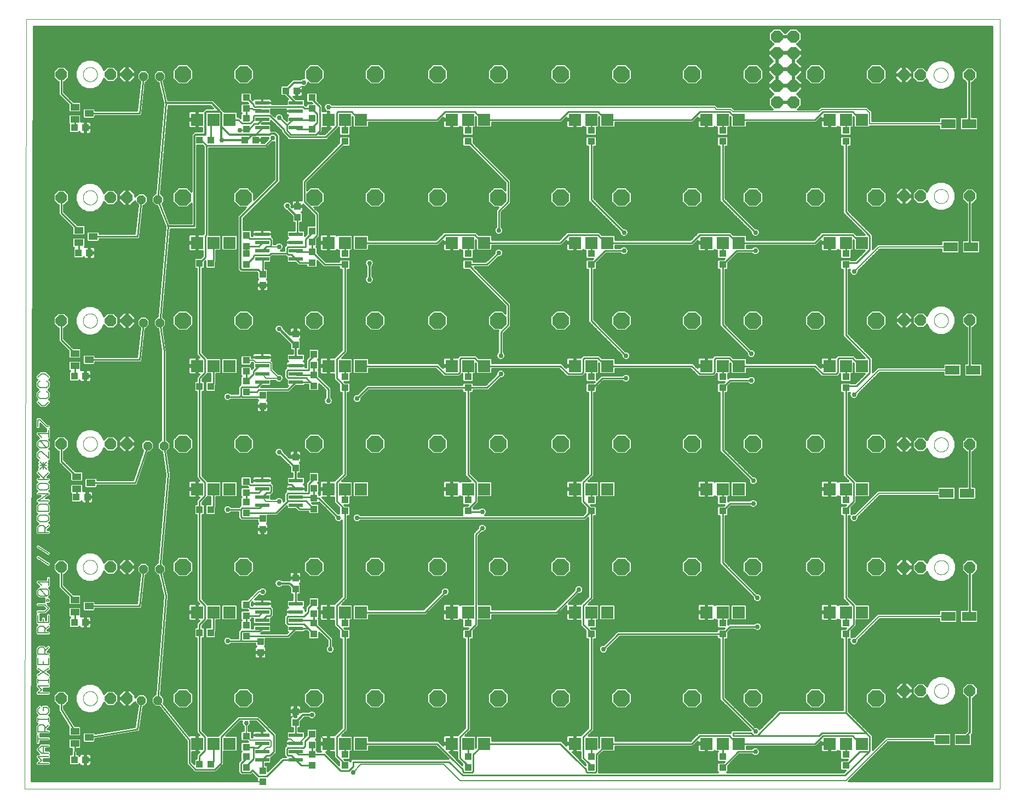
<source format=gtl>
G75*
%MOIN*%
%OFA0B0*%
%FSLAX25Y25*%
%IPPOS*%
%LPD*%
%AMOC8*
5,1,8,0,0,1.08239X$1,22.5*
%
%ADD10C,0.00000*%
%ADD11C,0.00600*%
%ADD12OC8,0.07000*%
%ADD13R,0.03937X0.04331*%
%ADD14R,0.04331X0.03937*%
%ADD15R,0.08661X0.02362*%
%ADD16OC8,0.05200*%
%ADD17R,0.05512X0.03937*%
%ADD18R,0.07400X0.07400*%
%ADD19OC8,0.10000*%
%ADD20R,0.08661X0.05512*%
%ADD21OC8,0.07400*%
%ADD22C,0.01000*%
%ADD23C,0.03175*%
%ADD24C,0.01200*%
%ADD25C,0.02978*%
%ADD26C,0.00800*%
%ADD27C,0.02000*%
D10*
X0001600Y0011082D02*
X0002850Y0479793D01*
X0595301Y0479793D01*
X0595301Y0011082D01*
X0001600Y0011082D01*
X0037269Y0066082D02*
X0037271Y0066213D01*
X0037277Y0066345D01*
X0037287Y0066476D01*
X0037301Y0066607D01*
X0037319Y0066737D01*
X0037341Y0066866D01*
X0037366Y0066995D01*
X0037396Y0067123D01*
X0037430Y0067250D01*
X0037467Y0067377D01*
X0037508Y0067501D01*
X0037553Y0067625D01*
X0037602Y0067747D01*
X0037654Y0067868D01*
X0037710Y0067986D01*
X0037770Y0068104D01*
X0037833Y0068219D01*
X0037900Y0068332D01*
X0037970Y0068444D01*
X0038043Y0068553D01*
X0038119Y0068659D01*
X0038199Y0068764D01*
X0038282Y0068866D01*
X0038368Y0068965D01*
X0038457Y0069062D01*
X0038549Y0069156D01*
X0038644Y0069247D01*
X0038741Y0069336D01*
X0038841Y0069421D01*
X0038944Y0069503D01*
X0039049Y0069582D01*
X0039156Y0069658D01*
X0039266Y0069730D01*
X0039378Y0069799D01*
X0039492Y0069865D01*
X0039607Y0069927D01*
X0039725Y0069986D01*
X0039844Y0070041D01*
X0039965Y0070093D01*
X0040088Y0070140D01*
X0040212Y0070184D01*
X0040337Y0070225D01*
X0040463Y0070261D01*
X0040591Y0070294D01*
X0040719Y0070322D01*
X0040848Y0070347D01*
X0040978Y0070368D01*
X0041108Y0070385D01*
X0041239Y0070398D01*
X0041370Y0070407D01*
X0041501Y0070412D01*
X0041633Y0070413D01*
X0041764Y0070410D01*
X0041896Y0070403D01*
X0042027Y0070392D01*
X0042157Y0070377D01*
X0042287Y0070358D01*
X0042417Y0070335D01*
X0042545Y0070309D01*
X0042673Y0070278D01*
X0042800Y0070243D01*
X0042926Y0070205D01*
X0043050Y0070163D01*
X0043174Y0070117D01*
X0043295Y0070067D01*
X0043415Y0070014D01*
X0043534Y0069957D01*
X0043651Y0069897D01*
X0043765Y0069833D01*
X0043878Y0069765D01*
X0043989Y0069694D01*
X0044098Y0069620D01*
X0044204Y0069543D01*
X0044308Y0069462D01*
X0044409Y0069379D01*
X0044508Y0069292D01*
X0044604Y0069202D01*
X0044697Y0069109D01*
X0044788Y0069014D01*
X0044875Y0068916D01*
X0044960Y0068815D01*
X0045041Y0068712D01*
X0045119Y0068606D01*
X0045194Y0068498D01*
X0045266Y0068388D01*
X0045334Y0068276D01*
X0045399Y0068162D01*
X0045460Y0068045D01*
X0045518Y0067927D01*
X0045572Y0067807D01*
X0045623Y0067686D01*
X0045670Y0067563D01*
X0045713Y0067439D01*
X0045752Y0067314D01*
X0045788Y0067187D01*
X0045819Y0067059D01*
X0045847Y0066931D01*
X0045871Y0066802D01*
X0045891Y0066672D01*
X0045907Y0066541D01*
X0045919Y0066410D01*
X0045927Y0066279D01*
X0045931Y0066148D01*
X0045931Y0066016D01*
X0045927Y0065885D01*
X0045919Y0065754D01*
X0045907Y0065623D01*
X0045891Y0065492D01*
X0045871Y0065362D01*
X0045847Y0065233D01*
X0045819Y0065105D01*
X0045788Y0064977D01*
X0045752Y0064850D01*
X0045713Y0064725D01*
X0045670Y0064601D01*
X0045623Y0064478D01*
X0045572Y0064357D01*
X0045518Y0064237D01*
X0045460Y0064119D01*
X0045399Y0064002D01*
X0045334Y0063888D01*
X0045266Y0063776D01*
X0045194Y0063666D01*
X0045119Y0063558D01*
X0045041Y0063452D01*
X0044960Y0063349D01*
X0044875Y0063248D01*
X0044788Y0063150D01*
X0044697Y0063055D01*
X0044604Y0062962D01*
X0044508Y0062872D01*
X0044409Y0062785D01*
X0044308Y0062702D01*
X0044204Y0062621D01*
X0044098Y0062544D01*
X0043989Y0062470D01*
X0043878Y0062399D01*
X0043766Y0062331D01*
X0043651Y0062267D01*
X0043534Y0062207D01*
X0043415Y0062150D01*
X0043295Y0062097D01*
X0043174Y0062047D01*
X0043050Y0062001D01*
X0042926Y0061959D01*
X0042800Y0061921D01*
X0042673Y0061886D01*
X0042545Y0061855D01*
X0042417Y0061829D01*
X0042287Y0061806D01*
X0042157Y0061787D01*
X0042027Y0061772D01*
X0041896Y0061761D01*
X0041764Y0061754D01*
X0041633Y0061751D01*
X0041501Y0061752D01*
X0041370Y0061757D01*
X0041239Y0061766D01*
X0041108Y0061779D01*
X0040978Y0061796D01*
X0040848Y0061817D01*
X0040719Y0061842D01*
X0040591Y0061870D01*
X0040463Y0061903D01*
X0040337Y0061939D01*
X0040212Y0061980D01*
X0040088Y0062024D01*
X0039965Y0062071D01*
X0039844Y0062123D01*
X0039725Y0062178D01*
X0039607Y0062237D01*
X0039492Y0062299D01*
X0039378Y0062365D01*
X0039266Y0062434D01*
X0039156Y0062506D01*
X0039049Y0062582D01*
X0038944Y0062661D01*
X0038841Y0062743D01*
X0038741Y0062828D01*
X0038644Y0062917D01*
X0038549Y0063008D01*
X0038457Y0063102D01*
X0038368Y0063199D01*
X0038282Y0063298D01*
X0038199Y0063400D01*
X0038119Y0063505D01*
X0038043Y0063611D01*
X0037970Y0063720D01*
X0037900Y0063832D01*
X0037833Y0063945D01*
X0037770Y0064060D01*
X0037710Y0064178D01*
X0037654Y0064296D01*
X0037602Y0064417D01*
X0037553Y0064539D01*
X0037508Y0064663D01*
X0037467Y0064787D01*
X0037430Y0064914D01*
X0037396Y0065041D01*
X0037366Y0065169D01*
X0037341Y0065298D01*
X0037319Y0065427D01*
X0037301Y0065557D01*
X0037287Y0065688D01*
X0037277Y0065819D01*
X0037271Y0065951D01*
X0037269Y0066082D01*
X0037269Y0146082D02*
X0037271Y0146213D01*
X0037277Y0146345D01*
X0037287Y0146476D01*
X0037301Y0146607D01*
X0037319Y0146737D01*
X0037341Y0146866D01*
X0037366Y0146995D01*
X0037396Y0147123D01*
X0037430Y0147250D01*
X0037467Y0147377D01*
X0037508Y0147501D01*
X0037553Y0147625D01*
X0037602Y0147747D01*
X0037654Y0147868D01*
X0037710Y0147986D01*
X0037770Y0148104D01*
X0037833Y0148219D01*
X0037900Y0148332D01*
X0037970Y0148444D01*
X0038043Y0148553D01*
X0038119Y0148659D01*
X0038199Y0148764D01*
X0038282Y0148866D01*
X0038368Y0148965D01*
X0038457Y0149062D01*
X0038549Y0149156D01*
X0038644Y0149247D01*
X0038741Y0149336D01*
X0038841Y0149421D01*
X0038944Y0149503D01*
X0039049Y0149582D01*
X0039156Y0149658D01*
X0039266Y0149730D01*
X0039378Y0149799D01*
X0039492Y0149865D01*
X0039607Y0149927D01*
X0039725Y0149986D01*
X0039844Y0150041D01*
X0039965Y0150093D01*
X0040088Y0150140D01*
X0040212Y0150184D01*
X0040337Y0150225D01*
X0040463Y0150261D01*
X0040591Y0150294D01*
X0040719Y0150322D01*
X0040848Y0150347D01*
X0040978Y0150368D01*
X0041108Y0150385D01*
X0041239Y0150398D01*
X0041370Y0150407D01*
X0041501Y0150412D01*
X0041633Y0150413D01*
X0041764Y0150410D01*
X0041896Y0150403D01*
X0042027Y0150392D01*
X0042157Y0150377D01*
X0042287Y0150358D01*
X0042417Y0150335D01*
X0042545Y0150309D01*
X0042673Y0150278D01*
X0042800Y0150243D01*
X0042926Y0150205D01*
X0043050Y0150163D01*
X0043174Y0150117D01*
X0043295Y0150067D01*
X0043415Y0150014D01*
X0043534Y0149957D01*
X0043651Y0149897D01*
X0043765Y0149833D01*
X0043878Y0149765D01*
X0043989Y0149694D01*
X0044098Y0149620D01*
X0044204Y0149543D01*
X0044308Y0149462D01*
X0044409Y0149379D01*
X0044508Y0149292D01*
X0044604Y0149202D01*
X0044697Y0149109D01*
X0044788Y0149014D01*
X0044875Y0148916D01*
X0044960Y0148815D01*
X0045041Y0148712D01*
X0045119Y0148606D01*
X0045194Y0148498D01*
X0045266Y0148388D01*
X0045334Y0148276D01*
X0045399Y0148162D01*
X0045460Y0148045D01*
X0045518Y0147927D01*
X0045572Y0147807D01*
X0045623Y0147686D01*
X0045670Y0147563D01*
X0045713Y0147439D01*
X0045752Y0147314D01*
X0045788Y0147187D01*
X0045819Y0147059D01*
X0045847Y0146931D01*
X0045871Y0146802D01*
X0045891Y0146672D01*
X0045907Y0146541D01*
X0045919Y0146410D01*
X0045927Y0146279D01*
X0045931Y0146148D01*
X0045931Y0146016D01*
X0045927Y0145885D01*
X0045919Y0145754D01*
X0045907Y0145623D01*
X0045891Y0145492D01*
X0045871Y0145362D01*
X0045847Y0145233D01*
X0045819Y0145105D01*
X0045788Y0144977D01*
X0045752Y0144850D01*
X0045713Y0144725D01*
X0045670Y0144601D01*
X0045623Y0144478D01*
X0045572Y0144357D01*
X0045518Y0144237D01*
X0045460Y0144119D01*
X0045399Y0144002D01*
X0045334Y0143888D01*
X0045266Y0143776D01*
X0045194Y0143666D01*
X0045119Y0143558D01*
X0045041Y0143452D01*
X0044960Y0143349D01*
X0044875Y0143248D01*
X0044788Y0143150D01*
X0044697Y0143055D01*
X0044604Y0142962D01*
X0044508Y0142872D01*
X0044409Y0142785D01*
X0044308Y0142702D01*
X0044204Y0142621D01*
X0044098Y0142544D01*
X0043989Y0142470D01*
X0043878Y0142399D01*
X0043766Y0142331D01*
X0043651Y0142267D01*
X0043534Y0142207D01*
X0043415Y0142150D01*
X0043295Y0142097D01*
X0043174Y0142047D01*
X0043050Y0142001D01*
X0042926Y0141959D01*
X0042800Y0141921D01*
X0042673Y0141886D01*
X0042545Y0141855D01*
X0042417Y0141829D01*
X0042287Y0141806D01*
X0042157Y0141787D01*
X0042027Y0141772D01*
X0041896Y0141761D01*
X0041764Y0141754D01*
X0041633Y0141751D01*
X0041501Y0141752D01*
X0041370Y0141757D01*
X0041239Y0141766D01*
X0041108Y0141779D01*
X0040978Y0141796D01*
X0040848Y0141817D01*
X0040719Y0141842D01*
X0040591Y0141870D01*
X0040463Y0141903D01*
X0040337Y0141939D01*
X0040212Y0141980D01*
X0040088Y0142024D01*
X0039965Y0142071D01*
X0039844Y0142123D01*
X0039725Y0142178D01*
X0039607Y0142237D01*
X0039492Y0142299D01*
X0039378Y0142365D01*
X0039266Y0142434D01*
X0039156Y0142506D01*
X0039049Y0142582D01*
X0038944Y0142661D01*
X0038841Y0142743D01*
X0038741Y0142828D01*
X0038644Y0142917D01*
X0038549Y0143008D01*
X0038457Y0143102D01*
X0038368Y0143199D01*
X0038282Y0143298D01*
X0038199Y0143400D01*
X0038119Y0143505D01*
X0038043Y0143611D01*
X0037970Y0143720D01*
X0037900Y0143832D01*
X0037833Y0143945D01*
X0037770Y0144060D01*
X0037710Y0144178D01*
X0037654Y0144296D01*
X0037602Y0144417D01*
X0037553Y0144539D01*
X0037508Y0144663D01*
X0037467Y0144787D01*
X0037430Y0144914D01*
X0037396Y0145041D01*
X0037366Y0145169D01*
X0037341Y0145298D01*
X0037319Y0145427D01*
X0037301Y0145557D01*
X0037287Y0145688D01*
X0037277Y0145819D01*
X0037271Y0145951D01*
X0037269Y0146082D01*
X0037269Y0221082D02*
X0037271Y0221213D01*
X0037277Y0221345D01*
X0037287Y0221476D01*
X0037301Y0221607D01*
X0037319Y0221737D01*
X0037341Y0221866D01*
X0037366Y0221995D01*
X0037396Y0222123D01*
X0037430Y0222250D01*
X0037467Y0222377D01*
X0037508Y0222501D01*
X0037553Y0222625D01*
X0037602Y0222747D01*
X0037654Y0222868D01*
X0037710Y0222986D01*
X0037770Y0223104D01*
X0037833Y0223219D01*
X0037900Y0223332D01*
X0037970Y0223444D01*
X0038043Y0223553D01*
X0038119Y0223659D01*
X0038199Y0223764D01*
X0038282Y0223866D01*
X0038368Y0223965D01*
X0038457Y0224062D01*
X0038549Y0224156D01*
X0038644Y0224247D01*
X0038741Y0224336D01*
X0038841Y0224421D01*
X0038944Y0224503D01*
X0039049Y0224582D01*
X0039156Y0224658D01*
X0039266Y0224730D01*
X0039378Y0224799D01*
X0039492Y0224865D01*
X0039607Y0224927D01*
X0039725Y0224986D01*
X0039844Y0225041D01*
X0039965Y0225093D01*
X0040088Y0225140D01*
X0040212Y0225184D01*
X0040337Y0225225D01*
X0040463Y0225261D01*
X0040591Y0225294D01*
X0040719Y0225322D01*
X0040848Y0225347D01*
X0040978Y0225368D01*
X0041108Y0225385D01*
X0041239Y0225398D01*
X0041370Y0225407D01*
X0041501Y0225412D01*
X0041633Y0225413D01*
X0041764Y0225410D01*
X0041896Y0225403D01*
X0042027Y0225392D01*
X0042157Y0225377D01*
X0042287Y0225358D01*
X0042417Y0225335D01*
X0042545Y0225309D01*
X0042673Y0225278D01*
X0042800Y0225243D01*
X0042926Y0225205D01*
X0043050Y0225163D01*
X0043174Y0225117D01*
X0043295Y0225067D01*
X0043415Y0225014D01*
X0043534Y0224957D01*
X0043651Y0224897D01*
X0043765Y0224833D01*
X0043878Y0224765D01*
X0043989Y0224694D01*
X0044098Y0224620D01*
X0044204Y0224543D01*
X0044308Y0224462D01*
X0044409Y0224379D01*
X0044508Y0224292D01*
X0044604Y0224202D01*
X0044697Y0224109D01*
X0044788Y0224014D01*
X0044875Y0223916D01*
X0044960Y0223815D01*
X0045041Y0223712D01*
X0045119Y0223606D01*
X0045194Y0223498D01*
X0045266Y0223388D01*
X0045334Y0223276D01*
X0045399Y0223162D01*
X0045460Y0223045D01*
X0045518Y0222927D01*
X0045572Y0222807D01*
X0045623Y0222686D01*
X0045670Y0222563D01*
X0045713Y0222439D01*
X0045752Y0222314D01*
X0045788Y0222187D01*
X0045819Y0222059D01*
X0045847Y0221931D01*
X0045871Y0221802D01*
X0045891Y0221672D01*
X0045907Y0221541D01*
X0045919Y0221410D01*
X0045927Y0221279D01*
X0045931Y0221148D01*
X0045931Y0221016D01*
X0045927Y0220885D01*
X0045919Y0220754D01*
X0045907Y0220623D01*
X0045891Y0220492D01*
X0045871Y0220362D01*
X0045847Y0220233D01*
X0045819Y0220105D01*
X0045788Y0219977D01*
X0045752Y0219850D01*
X0045713Y0219725D01*
X0045670Y0219601D01*
X0045623Y0219478D01*
X0045572Y0219357D01*
X0045518Y0219237D01*
X0045460Y0219119D01*
X0045399Y0219002D01*
X0045334Y0218888D01*
X0045266Y0218776D01*
X0045194Y0218666D01*
X0045119Y0218558D01*
X0045041Y0218452D01*
X0044960Y0218349D01*
X0044875Y0218248D01*
X0044788Y0218150D01*
X0044697Y0218055D01*
X0044604Y0217962D01*
X0044508Y0217872D01*
X0044409Y0217785D01*
X0044308Y0217702D01*
X0044204Y0217621D01*
X0044098Y0217544D01*
X0043989Y0217470D01*
X0043878Y0217399D01*
X0043766Y0217331D01*
X0043651Y0217267D01*
X0043534Y0217207D01*
X0043415Y0217150D01*
X0043295Y0217097D01*
X0043174Y0217047D01*
X0043050Y0217001D01*
X0042926Y0216959D01*
X0042800Y0216921D01*
X0042673Y0216886D01*
X0042545Y0216855D01*
X0042417Y0216829D01*
X0042287Y0216806D01*
X0042157Y0216787D01*
X0042027Y0216772D01*
X0041896Y0216761D01*
X0041764Y0216754D01*
X0041633Y0216751D01*
X0041501Y0216752D01*
X0041370Y0216757D01*
X0041239Y0216766D01*
X0041108Y0216779D01*
X0040978Y0216796D01*
X0040848Y0216817D01*
X0040719Y0216842D01*
X0040591Y0216870D01*
X0040463Y0216903D01*
X0040337Y0216939D01*
X0040212Y0216980D01*
X0040088Y0217024D01*
X0039965Y0217071D01*
X0039844Y0217123D01*
X0039725Y0217178D01*
X0039607Y0217237D01*
X0039492Y0217299D01*
X0039378Y0217365D01*
X0039266Y0217434D01*
X0039156Y0217506D01*
X0039049Y0217582D01*
X0038944Y0217661D01*
X0038841Y0217743D01*
X0038741Y0217828D01*
X0038644Y0217917D01*
X0038549Y0218008D01*
X0038457Y0218102D01*
X0038368Y0218199D01*
X0038282Y0218298D01*
X0038199Y0218400D01*
X0038119Y0218505D01*
X0038043Y0218611D01*
X0037970Y0218720D01*
X0037900Y0218832D01*
X0037833Y0218945D01*
X0037770Y0219060D01*
X0037710Y0219178D01*
X0037654Y0219296D01*
X0037602Y0219417D01*
X0037553Y0219539D01*
X0037508Y0219663D01*
X0037467Y0219787D01*
X0037430Y0219914D01*
X0037396Y0220041D01*
X0037366Y0220169D01*
X0037341Y0220298D01*
X0037319Y0220427D01*
X0037301Y0220557D01*
X0037287Y0220688D01*
X0037277Y0220819D01*
X0037271Y0220951D01*
X0037269Y0221082D01*
X0037269Y0296082D02*
X0037271Y0296213D01*
X0037277Y0296345D01*
X0037287Y0296476D01*
X0037301Y0296607D01*
X0037319Y0296737D01*
X0037341Y0296866D01*
X0037366Y0296995D01*
X0037396Y0297123D01*
X0037430Y0297250D01*
X0037467Y0297377D01*
X0037508Y0297501D01*
X0037553Y0297625D01*
X0037602Y0297747D01*
X0037654Y0297868D01*
X0037710Y0297986D01*
X0037770Y0298104D01*
X0037833Y0298219D01*
X0037900Y0298332D01*
X0037970Y0298444D01*
X0038043Y0298553D01*
X0038119Y0298659D01*
X0038199Y0298764D01*
X0038282Y0298866D01*
X0038368Y0298965D01*
X0038457Y0299062D01*
X0038549Y0299156D01*
X0038644Y0299247D01*
X0038741Y0299336D01*
X0038841Y0299421D01*
X0038944Y0299503D01*
X0039049Y0299582D01*
X0039156Y0299658D01*
X0039266Y0299730D01*
X0039378Y0299799D01*
X0039492Y0299865D01*
X0039607Y0299927D01*
X0039725Y0299986D01*
X0039844Y0300041D01*
X0039965Y0300093D01*
X0040088Y0300140D01*
X0040212Y0300184D01*
X0040337Y0300225D01*
X0040463Y0300261D01*
X0040591Y0300294D01*
X0040719Y0300322D01*
X0040848Y0300347D01*
X0040978Y0300368D01*
X0041108Y0300385D01*
X0041239Y0300398D01*
X0041370Y0300407D01*
X0041501Y0300412D01*
X0041633Y0300413D01*
X0041764Y0300410D01*
X0041896Y0300403D01*
X0042027Y0300392D01*
X0042157Y0300377D01*
X0042287Y0300358D01*
X0042417Y0300335D01*
X0042545Y0300309D01*
X0042673Y0300278D01*
X0042800Y0300243D01*
X0042926Y0300205D01*
X0043050Y0300163D01*
X0043174Y0300117D01*
X0043295Y0300067D01*
X0043415Y0300014D01*
X0043534Y0299957D01*
X0043651Y0299897D01*
X0043765Y0299833D01*
X0043878Y0299765D01*
X0043989Y0299694D01*
X0044098Y0299620D01*
X0044204Y0299543D01*
X0044308Y0299462D01*
X0044409Y0299379D01*
X0044508Y0299292D01*
X0044604Y0299202D01*
X0044697Y0299109D01*
X0044788Y0299014D01*
X0044875Y0298916D01*
X0044960Y0298815D01*
X0045041Y0298712D01*
X0045119Y0298606D01*
X0045194Y0298498D01*
X0045266Y0298388D01*
X0045334Y0298276D01*
X0045399Y0298162D01*
X0045460Y0298045D01*
X0045518Y0297927D01*
X0045572Y0297807D01*
X0045623Y0297686D01*
X0045670Y0297563D01*
X0045713Y0297439D01*
X0045752Y0297314D01*
X0045788Y0297187D01*
X0045819Y0297059D01*
X0045847Y0296931D01*
X0045871Y0296802D01*
X0045891Y0296672D01*
X0045907Y0296541D01*
X0045919Y0296410D01*
X0045927Y0296279D01*
X0045931Y0296148D01*
X0045931Y0296016D01*
X0045927Y0295885D01*
X0045919Y0295754D01*
X0045907Y0295623D01*
X0045891Y0295492D01*
X0045871Y0295362D01*
X0045847Y0295233D01*
X0045819Y0295105D01*
X0045788Y0294977D01*
X0045752Y0294850D01*
X0045713Y0294725D01*
X0045670Y0294601D01*
X0045623Y0294478D01*
X0045572Y0294357D01*
X0045518Y0294237D01*
X0045460Y0294119D01*
X0045399Y0294002D01*
X0045334Y0293888D01*
X0045266Y0293776D01*
X0045194Y0293666D01*
X0045119Y0293558D01*
X0045041Y0293452D01*
X0044960Y0293349D01*
X0044875Y0293248D01*
X0044788Y0293150D01*
X0044697Y0293055D01*
X0044604Y0292962D01*
X0044508Y0292872D01*
X0044409Y0292785D01*
X0044308Y0292702D01*
X0044204Y0292621D01*
X0044098Y0292544D01*
X0043989Y0292470D01*
X0043878Y0292399D01*
X0043766Y0292331D01*
X0043651Y0292267D01*
X0043534Y0292207D01*
X0043415Y0292150D01*
X0043295Y0292097D01*
X0043174Y0292047D01*
X0043050Y0292001D01*
X0042926Y0291959D01*
X0042800Y0291921D01*
X0042673Y0291886D01*
X0042545Y0291855D01*
X0042417Y0291829D01*
X0042287Y0291806D01*
X0042157Y0291787D01*
X0042027Y0291772D01*
X0041896Y0291761D01*
X0041764Y0291754D01*
X0041633Y0291751D01*
X0041501Y0291752D01*
X0041370Y0291757D01*
X0041239Y0291766D01*
X0041108Y0291779D01*
X0040978Y0291796D01*
X0040848Y0291817D01*
X0040719Y0291842D01*
X0040591Y0291870D01*
X0040463Y0291903D01*
X0040337Y0291939D01*
X0040212Y0291980D01*
X0040088Y0292024D01*
X0039965Y0292071D01*
X0039844Y0292123D01*
X0039725Y0292178D01*
X0039607Y0292237D01*
X0039492Y0292299D01*
X0039378Y0292365D01*
X0039266Y0292434D01*
X0039156Y0292506D01*
X0039049Y0292582D01*
X0038944Y0292661D01*
X0038841Y0292743D01*
X0038741Y0292828D01*
X0038644Y0292917D01*
X0038549Y0293008D01*
X0038457Y0293102D01*
X0038368Y0293199D01*
X0038282Y0293298D01*
X0038199Y0293400D01*
X0038119Y0293505D01*
X0038043Y0293611D01*
X0037970Y0293720D01*
X0037900Y0293832D01*
X0037833Y0293945D01*
X0037770Y0294060D01*
X0037710Y0294178D01*
X0037654Y0294296D01*
X0037602Y0294417D01*
X0037553Y0294539D01*
X0037508Y0294663D01*
X0037467Y0294787D01*
X0037430Y0294914D01*
X0037396Y0295041D01*
X0037366Y0295169D01*
X0037341Y0295298D01*
X0037319Y0295427D01*
X0037301Y0295557D01*
X0037287Y0295688D01*
X0037277Y0295819D01*
X0037271Y0295951D01*
X0037269Y0296082D01*
X0037269Y0371082D02*
X0037271Y0371213D01*
X0037277Y0371345D01*
X0037287Y0371476D01*
X0037301Y0371607D01*
X0037319Y0371737D01*
X0037341Y0371866D01*
X0037366Y0371995D01*
X0037396Y0372123D01*
X0037430Y0372250D01*
X0037467Y0372377D01*
X0037508Y0372501D01*
X0037553Y0372625D01*
X0037602Y0372747D01*
X0037654Y0372868D01*
X0037710Y0372986D01*
X0037770Y0373104D01*
X0037833Y0373219D01*
X0037900Y0373332D01*
X0037970Y0373444D01*
X0038043Y0373553D01*
X0038119Y0373659D01*
X0038199Y0373764D01*
X0038282Y0373866D01*
X0038368Y0373965D01*
X0038457Y0374062D01*
X0038549Y0374156D01*
X0038644Y0374247D01*
X0038741Y0374336D01*
X0038841Y0374421D01*
X0038944Y0374503D01*
X0039049Y0374582D01*
X0039156Y0374658D01*
X0039266Y0374730D01*
X0039378Y0374799D01*
X0039492Y0374865D01*
X0039607Y0374927D01*
X0039725Y0374986D01*
X0039844Y0375041D01*
X0039965Y0375093D01*
X0040088Y0375140D01*
X0040212Y0375184D01*
X0040337Y0375225D01*
X0040463Y0375261D01*
X0040591Y0375294D01*
X0040719Y0375322D01*
X0040848Y0375347D01*
X0040978Y0375368D01*
X0041108Y0375385D01*
X0041239Y0375398D01*
X0041370Y0375407D01*
X0041501Y0375412D01*
X0041633Y0375413D01*
X0041764Y0375410D01*
X0041896Y0375403D01*
X0042027Y0375392D01*
X0042157Y0375377D01*
X0042287Y0375358D01*
X0042417Y0375335D01*
X0042545Y0375309D01*
X0042673Y0375278D01*
X0042800Y0375243D01*
X0042926Y0375205D01*
X0043050Y0375163D01*
X0043174Y0375117D01*
X0043295Y0375067D01*
X0043415Y0375014D01*
X0043534Y0374957D01*
X0043651Y0374897D01*
X0043765Y0374833D01*
X0043878Y0374765D01*
X0043989Y0374694D01*
X0044098Y0374620D01*
X0044204Y0374543D01*
X0044308Y0374462D01*
X0044409Y0374379D01*
X0044508Y0374292D01*
X0044604Y0374202D01*
X0044697Y0374109D01*
X0044788Y0374014D01*
X0044875Y0373916D01*
X0044960Y0373815D01*
X0045041Y0373712D01*
X0045119Y0373606D01*
X0045194Y0373498D01*
X0045266Y0373388D01*
X0045334Y0373276D01*
X0045399Y0373162D01*
X0045460Y0373045D01*
X0045518Y0372927D01*
X0045572Y0372807D01*
X0045623Y0372686D01*
X0045670Y0372563D01*
X0045713Y0372439D01*
X0045752Y0372314D01*
X0045788Y0372187D01*
X0045819Y0372059D01*
X0045847Y0371931D01*
X0045871Y0371802D01*
X0045891Y0371672D01*
X0045907Y0371541D01*
X0045919Y0371410D01*
X0045927Y0371279D01*
X0045931Y0371148D01*
X0045931Y0371016D01*
X0045927Y0370885D01*
X0045919Y0370754D01*
X0045907Y0370623D01*
X0045891Y0370492D01*
X0045871Y0370362D01*
X0045847Y0370233D01*
X0045819Y0370105D01*
X0045788Y0369977D01*
X0045752Y0369850D01*
X0045713Y0369725D01*
X0045670Y0369601D01*
X0045623Y0369478D01*
X0045572Y0369357D01*
X0045518Y0369237D01*
X0045460Y0369119D01*
X0045399Y0369002D01*
X0045334Y0368888D01*
X0045266Y0368776D01*
X0045194Y0368666D01*
X0045119Y0368558D01*
X0045041Y0368452D01*
X0044960Y0368349D01*
X0044875Y0368248D01*
X0044788Y0368150D01*
X0044697Y0368055D01*
X0044604Y0367962D01*
X0044508Y0367872D01*
X0044409Y0367785D01*
X0044308Y0367702D01*
X0044204Y0367621D01*
X0044098Y0367544D01*
X0043989Y0367470D01*
X0043878Y0367399D01*
X0043766Y0367331D01*
X0043651Y0367267D01*
X0043534Y0367207D01*
X0043415Y0367150D01*
X0043295Y0367097D01*
X0043174Y0367047D01*
X0043050Y0367001D01*
X0042926Y0366959D01*
X0042800Y0366921D01*
X0042673Y0366886D01*
X0042545Y0366855D01*
X0042417Y0366829D01*
X0042287Y0366806D01*
X0042157Y0366787D01*
X0042027Y0366772D01*
X0041896Y0366761D01*
X0041764Y0366754D01*
X0041633Y0366751D01*
X0041501Y0366752D01*
X0041370Y0366757D01*
X0041239Y0366766D01*
X0041108Y0366779D01*
X0040978Y0366796D01*
X0040848Y0366817D01*
X0040719Y0366842D01*
X0040591Y0366870D01*
X0040463Y0366903D01*
X0040337Y0366939D01*
X0040212Y0366980D01*
X0040088Y0367024D01*
X0039965Y0367071D01*
X0039844Y0367123D01*
X0039725Y0367178D01*
X0039607Y0367237D01*
X0039492Y0367299D01*
X0039378Y0367365D01*
X0039266Y0367434D01*
X0039156Y0367506D01*
X0039049Y0367582D01*
X0038944Y0367661D01*
X0038841Y0367743D01*
X0038741Y0367828D01*
X0038644Y0367917D01*
X0038549Y0368008D01*
X0038457Y0368102D01*
X0038368Y0368199D01*
X0038282Y0368298D01*
X0038199Y0368400D01*
X0038119Y0368505D01*
X0038043Y0368611D01*
X0037970Y0368720D01*
X0037900Y0368832D01*
X0037833Y0368945D01*
X0037770Y0369060D01*
X0037710Y0369178D01*
X0037654Y0369296D01*
X0037602Y0369417D01*
X0037553Y0369539D01*
X0037508Y0369663D01*
X0037467Y0369787D01*
X0037430Y0369914D01*
X0037396Y0370041D01*
X0037366Y0370169D01*
X0037341Y0370298D01*
X0037319Y0370427D01*
X0037301Y0370557D01*
X0037287Y0370688D01*
X0037277Y0370819D01*
X0037271Y0370951D01*
X0037269Y0371082D01*
X0037269Y0446082D02*
X0037271Y0446213D01*
X0037277Y0446345D01*
X0037287Y0446476D01*
X0037301Y0446607D01*
X0037319Y0446737D01*
X0037341Y0446866D01*
X0037366Y0446995D01*
X0037396Y0447123D01*
X0037430Y0447250D01*
X0037467Y0447377D01*
X0037508Y0447501D01*
X0037553Y0447625D01*
X0037602Y0447747D01*
X0037654Y0447868D01*
X0037710Y0447986D01*
X0037770Y0448104D01*
X0037833Y0448219D01*
X0037900Y0448332D01*
X0037970Y0448444D01*
X0038043Y0448553D01*
X0038119Y0448659D01*
X0038199Y0448764D01*
X0038282Y0448866D01*
X0038368Y0448965D01*
X0038457Y0449062D01*
X0038549Y0449156D01*
X0038644Y0449247D01*
X0038741Y0449336D01*
X0038841Y0449421D01*
X0038944Y0449503D01*
X0039049Y0449582D01*
X0039156Y0449658D01*
X0039266Y0449730D01*
X0039378Y0449799D01*
X0039492Y0449865D01*
X0039607Y0449927D01*
X0039725Y0449986D01*
X0039844Y0450041D01*
X0039965Y0450093D01*
X0040088Y0450140D01*
X0040212Y0450184D01*
X0040337Y0450225D01*
X0040463Y0450261D01*
X0040591Y0450294D01*
X0040719Y0450322D01*
X0040848Y0450347D01*
X0040978Y0450368D01*
X0041108Y0450385D01*
X0041239Y0450398D01*
X0041370Y0450407D01*
X0041501Y0450412D01*
X0041633Y0450413D01*
X0041764Y0450410D01*
X0041896Y0450403D01*
X0042027Y0450392D01*
X0042157Y0450377D01*
X0042287Y0450358D01*
X0042417Y0450335D01*
X0042545Y0450309D01*
X0042673Y0450278D01*
X0042800Y0450243D01*
X0042926Y0450205D01*
X0043050Y0450163D01*
X0043174Y0450117D01*
X0043295Y0450067D01*
X0043415Y0450014D01*
X0043534Y0449957D01*
X0043651Y0449897D01*
X0043765Y0449833D01*
X0043878Y0449765D01*
X0043989Y0449694D01*
X0044098Y0449620D01*
X0044204Y0449543D01*
X0044308Y0449462D01*
X0044409Y0449379D01*
X0044508Y0449292D01*
X0044604Y0449202D01*
X0044697Y0449109D01*
X0044788Y0449014D01*
X0044875Y0448916D01*
X0044960Y0448815D01*
X0045041Y0448712D01*
X0045119Y0448606D01*
X0045194Y0448498D01*
X0045266Y0448388D01*
X0045334Y0448276D01*
X0045399Y0448162D01*
X0045460Y0448045D01*
X0045518Y0447927D01*
X0045572Y0447807D01*
X0045623Y0447686D01*
X0045670Y0447563D01*
X0045713Y0447439D01*
X0045752Y0447314D01*
X0045788Y0447187D01*
X0045819Y0447059D01*
X0045847Y0446931D01*
X0045871Y0446802D01*
X0045891Y0446672D01*
X0045907Y0446541D01*
X0045919Y0446410D01*
X0045927Y0446279D01*
X0045931Y0446148D01*
X0045931Y0446016D01*
X0045927Y0445885D01*
X0045919Y0445754D01*
X0045907Y0445623D01*
X0045891Y0445492D01*
X0045871Y0445362D01*
X0045847Y0445233D01*
X0045819Y0445105D01*
X0045788Y0444977D01*
X0045752Y0444850D01*
X0045713Y0444725D01*
X0045670Y0444601D01*
X0045623Y0444478D01*
X0045572Y0444357D01*
X0045518Y0444237D01*
X0045460Y0444119D01*
X0045399Y0444002D01*
X0045334Y0443888D01*
X0045266Y0443776D01*
X0045194Y0443666D01*
X0045119Y0443558D01*
X0045041Y0443452D01*
X0044960Y0443349D01*
X0044875Y0443248D01*
X0044788Y0443150D01*
X0044697Y0443055D01*
X0044604Y0442962D01*
X0044508Y0442872D01*
X0044409Y0442785D01*
X0044308Y0442702D01*
X0044204Y0442621D01*
X0044098Y0442544D01*
X0043989Y0442470D01*
X0043878Y0442399D01*
X0043766Y0442331D01*
X0043651Y0442267D01*
X0043534Y0442207D01*
X0043415Y0442150D01*
X0043295Y0442097D01*
X0043174Y0442047D01*
X0043050Y0442001D01*
X0042926Y0441959D01*
X0042800Y0441921D01*
X0042673Y0441886D01*
X0042545Y0441855D01*
X0042417Y0441829D01*
X0042287Y0441806D01*
X0042157Y0441787D01*
X0042027Y0441772D01*
X0041896Y0441761D01*
X0041764Y0441754D01*
X0041633Y0441751D01*
X0041501Y0441752D01*
X0041370Y0441757D01*
X0041239Y0441766D01*
X0041108Y0441779D01*
X0040978Y0441796D01*
X0040848Y0441817D01*
X0040719Y0441842D01*
X0040591Y0441870D01*
X0040463Y0441903D01*
X0040337Y0441939D01*
X0040212Y0441980D01*
X0040088Y0442024D01*
X0039965Y0442071D01*
X0039844Y0442123D01*
X0039725Y0442178D01*
X0039607Y0442237D01*
X0039492Y0442299D01*
X0039378Y0442365D01*
X0039266Y0442434D01*
X0039156Y0442506D01*
X0039049Y0442582D01*
X0038944Y0442661D01*
X0038841Y0442743D01*
X0038741Y0442828D01*
X0038644Y0442917D01*
X0038549Y0443008D01*
X0038457Y0443102D01*
X0038368Y0443199D01*
X0038282Y0443298D01*
X0038199Y0443400D01*
X0038119Y0443505D01*
X0038043Y0443611D01*
X0037970Y0443720D01*
X0037900Y0443832D01*
X0037833Y0443945D01*
X0037770Y0444060D01*
X0037710Y0444178D01*
X0037654Y0444296D01*
X0037602Y0444417D01*
X0037553Y0444539D01*
X0037508Y0444663D01*
X0037467Y0444787D01*
X0037430Y0444914D01*
X0037396Y0445041D01*
X0037366Y0445169D01*
X0037341Y0445298D01*
X0037319Y0445427D01*
X0037301Y0445557D01*
X0037287Y0445688D01*
X0037277Y0445819D01*
X0037271Y0445951D01*
X0037269Y0446082D01*
X0555117Y0445713D02*
X0555119Y0445844D01*
X0555125Y0445976D01*
X0555135Y0446107D01*
X0555149Y0446238D01*
X0555167Y0446368D01*
X0555189Y0446497D01*
X0555214Y0446626D01*
X0555244Y0446754D01*
X0555278Y0446881D01*
X0555315Y0447008D01*
X0555356Y0447132D01*
X0555401Y0447256D01*
X0555450Y0447378D01*
X0555502Y0447499D01*
X0555558Y0447617D01*
X0555618Y0447735D01*
X0555681Y0447850D01*
X0555748Y0447963D01*
X0555818Y0448075D01*
X0555891Y0448184D01*
X0555967Y0448290D01*
X0556047Y0448395D01*
X0556130Y0448497D01*
X0556216Y0448596D01*
X0556305Y0448693D01*
X0556397Y0448787D01*
X0556492Y0448878D01*
X0556589Y0448967D01*
X0556689Y0449052D01*
X0556792Y0449134D01*
X0556897Y0449213D01*
X0557004Y0449289D01*
X0557114Y0449361D01*
X0557226Y0449430D01*
X0557340Y0449496D01*
X0557455Y0449558D01*
X0557573Y0449617D01*
X0557692Y0449672D01*
X0557813Y0449724D01*
X0557936Y0449771D01*
X0558060Y0449815D01*
X0558185Y0449856D01*
X0558311Y0449892D01*
X0558439Y0449925D01*
X0558567Y0449953D01*
X0558696Y0449978D01*
X0558826Y0449999D01*
X0558956Y0450016D01*
X0559087Y0450029D01*
X0559218Y0450038D01*
X0559349Y0450043D01*
X0559481Y0450044D01*
X0559612Y0450041D01*
X0559744Y0450034D01*
X0559875Y0450023D01*
X0560005Y0450008D01*
X0560135Y0449989D01*
X0560265Y0449966D01*
X0560393Y0449940D01*
X0560521Y0449909D01*
X0560648Y0449874D01*
X0560774Y0449836D01*
X0560898Y0449794D01*
X0561022Y0449748D01*
X0561143Y0449698D01*
X0561263Y0449645D01*
X0561382Y0449588D01*
X0561499Y0449528D01*
X0561613Y0449464D01*
X0561726Y0449396D01*
X0561837Y0449325D01*
X0561946Y0449251D01*
X0562052Y0449174D01*
X0562156Y0449093D01*
X0562257Y0449010D01*
X0562356Y0448923D01*
X0562452Y0448833D01*
X0562545Y0448740D01*
X0562636Y0448645D01*
X0562723Y0448547D01*
X0562808Y0448446D01*
X0562889Y0448343D01*
X0562967Y0448237D01*
X0563042Y0448129D01*
X0563114Y0448019D01*
X0563182Y0447907D01*
X0563247Y0447793D01*
X0563308Y0447676D01*
X0563366Y0447558D01*
X0563420Y0447438D01*
X0563471Y0447317D01*
X0563518Y0447194D01*
X0563561Y0447070D01*
X0563600Y0446945D01*
X0563636Y0446818D01*
X0563667Y0446690D01*
X0563695Y0446562D01*
X0563719Y0446433D01*
X0563739Y0446303D01*
X0563755Y0446172D01*
X0563767Y0446041D01*
X0563775Y0445910D01*
X0563779Y0445779D01*
X0563779Y0445647D01*
X0563775Y0445516D01*
X0563767Y0445385D01*
X0563755Y0445254D01*
X0563739Y0445123D01*
X0563719Y0444993D01*
X0563695Y0444864D01*
X0563667Y0444736D01*
X0563636Y0444608D01*
X0563600Y0444481D01*
X0563561Y0444356D01*
X0563518Y0444232D01*
X0563471Y0444109D01*
X0563420Y0443988D01*
X0563366Y0443868D01*
X0563308Y0443750D01*
X0563247Y0443633D01*
X0563182Y0443519D01*
X0563114Y0443407D01*
X0563042Y0443297D01*
X0562967Y0443189D01*
X0562889Y0443083D01*
X0562808Y0442980D01*
X0562723Y0442879D01*
X0562636Y0442781D01*
X0562545Y0442686D01*
X0562452Y0442593D01*
X0562356Y0442503D01*
X0562257Y0442416D01*
X0562156Y0442333D01*
X0562052Y0442252D01*
X0561946Y0442175D01*
X0561837Y0442101D01*
X0561726Y0442030D01*
X0561614Y0441962D01*
X0561499Y0441898D01*
X0561382Y0441838D01*
X0561263Y0441781D01*
X0561143Y0441728D01*
X0561022Y0441678D01*
X0560898Y0441632D01*
X0560774Y0441590D01*
X0560648Y0441552D01*
X0560521Y0441517D01*
X0560393Y0441486D01*
X0560265Y0441460D01*
X0560135Y0441437D01*
X0560005Y0441418D01*
X0559875Y0441403D01*
X0559744Y0441392D01*
X0559612Y0441385D01*
X0559481Y0441382D01*
X0559349Y0441383D01*
X0559218Y0441388D01*
X0559087Y0441397D01*
X0558956Y0441410D01*
X0558826Y0441427D01*
X0558696Y0441448D01*
X0558567Y0441473D01*
X0558439Y0441501D01*
X0558311Y0441534D01*
X0558185Y0441570D01*
X0558060Y0441611D01*
X0557936Y0441655D01*
X0557813Y0441702D01*
X0557692Y0441754D01*
X0557573Y0441809D01*
X0557455Y0441868D01*
X0557340Y0441930D01*
X0557226Y0441996D01*
X0557114Y0442065D01*
X0557004Y0442137D01*
X0556897Y0442213D01*
X0556792Y0442292D01*
X0556689Y0442374D01*
X0556589Y0442459D01*
X0556492Y0442548D01*
X0556397Y0442639D01*
X0556305Y0442733D01*
X0556216Y0442830D01*
X0556130Y0442929D01*
X0556047Y0443031D01*
X0555967Y0443136D01*
X0555891Y0443242D01*
X0555818Y0443351D01*
X0555748Y0443463D01*
X0555681Y0443576D01*
X0555618Y0443691D01*
X0555558Y0443809D01*
X0555502Y0443927D01*
X0555450Y0444048D01*
X0555401Y0444170D01*
X0555356Y0444294D01*
X0555315Y0444418D01*
X0555278Y0444545D01*
X0555244Y0444672D01*
X0555214Y0444800D01*
X0555189Y0444929D01*
X0555167Y0445058D01*
X0555149Y0445188D01*
X0555135Y0445319D01*
X0555125Y0445450D01*
X0555119Y0445582D01*
X0555117Y0445713D01*
X0555273Y0371865D02*
X0555275Y0371996D01*
X0555281Y0372128D01*
X0555291Y0372259D01*
X0555305Y0372390D01*
X0555323Y0372520D01*
X0555345Y0372649D01*
X0555370Y0372778D01*
X0555400Y0372906D01*
X0555434Y0373033D01*
X0555471Y0373160D01*
X0555512Y0373284D01*
X0555557Y0373408D01*
X0555606Y0373530D01*
X0555658Y0373651D01*
X0555714Y0373769D01*
X0555774Y0373887D01*
X0555837Y0374002D01*
X0555904Y0374115D01*
X0555974Y0374227D01*
X0556047Y0374336D01*
X0556123Y0374442D01*
X0556203Y0374547D01*
X0556286Y0374649D01*
X0556372Y0374748D01*
X0556461Y0374845D01*
X0556553Y0374939D01*
X0556648Y0375030D01*
X0556745Y0375119D01*
X0556845Y0375204D01*
X0556948Y0375286D01*
X0557053Y0375365D01*
X0557160Y0375441D01*
X0557270Y0375513D01*
X0557382Y0375582D01*
X0557496Y0375648D01*
X0557611Y0375710D01*
X0557729Y0375769D01*
X0557848Y0375824D01*
X0557969Y0375876D01*
X0558092Y0375923D01*
X0558216Y0375967D01*
X0558341Y0376008D01*
X0558467Y0376044D01*
X0558595Y0376077D01*
X0558723Y0376105D01*
X0558852Y0376130D01*
X0558982Y0376151D01*
X0559112Y0376168D01*
X0559243Y0376181D01*
X0559374Y0376190D01*
X0559505Y0376195D01*
X0559637Y0376196D01*
X0559768Y0376193D01*
X0559900Y0376186D01*
X0560031Y0376175D01*
X0560161Y0376160D01*
X0560291Y0376141D01*
X0560421Y0376118D01*
X0560549Y0376092D01*
X0560677Y0376061D01*
X0560804Y0376026D01*
X0560930Y0375988D01*
X0561054Y0375946D01*
X0561178Y0375900D01*
X0561299Y0375850D01*
X0561419Y0375797D01*
X0561538Y0375740D01*
X0561655Y0375680D01*
X0561769Y0375616D01*
X0561882Y0375548D01*
X0561993Y0375477D01*
X0562102Y0375403D01*
X0562208Y0375326D01*
X0562312Y0375245D01*
X0562413Y0375162D01*
X0562512Y0375075D01*
X0562608Y0374985D01*
X0562701Y0374892D01*
X0562792Y0374797D01*
X0562879Y0374699D01*
X0562964Y0374598D01*
X0563045Y0374495D01*
X0563123Y0374389D01*
X0563198Y0374281D01*
X0563270Y0374171D01*
X0563338Y0374059D01*
X0563403Y0373945D01*
X0563464Y0373828D01*
X0563522Y0373710D01*
X0563576Y0373590D01*
X0563627Y0373469D01*
X0563674Y0373346D01*
X0563717Y0373222D01*
X0563756Y0373097D01*
X0563792Y0372970D01*
X0563823Y0372842D01*
X0563851Y0372714D01*
X0563875Y0372585D01*
X0563895Y0372455D01*
X0563911Y0372324D01*
X0563923Y0372193D01*
X0563931Y0372062D01*
X0563935Y0371931D01*
X0563935Y0371799D01*
X0563931Y0371668D01*
X0563923Y0371537D01*
X0563911Y0371406D01*
X0563895Y0371275D01*
X0563875Y0371145D01*
X0563851Y0371016D01*
X0563823Y0370888D01*
X0563792Y0370760D01*
X0563756Y0370633D01*
X0563717Y0370508D01*
X0563674Y0370384D01*
X0563627Y0370261D01*
X0563576Y0370140D01*
X0563522Y0370020D01*
X0563464Y0369902D01*
X0563403Y0369785D01*
X0563338Y0369671D01*
X0563270Y0369559D01*
X0563198Y0369449D01*
X0563123Y0369341D01*
X0563045Y0369235D01*
X0562964Y0369132D01*
X0562879Y0369031D01*
X0562792Y0368933D01*
X0562701Y0368838D01*
X0562608Y0368745D01*
X0562512Y0368655D01*
X0562413Y0368568D01*
X0562312Y0368485D01*
X0562208Y0368404D01*
X0562102Y0368327D01*
X0561993Y0368253D01*
X0561882Y0368182D01*
X0561770Y0368114D01*
X0561655Y0368050D01*
X0561538Y0367990D01*
X0561419Y0367933D01*
X0561299Y0367880D01*
X0561178Y0367830D01*
X0561054Y0367784D01*
X0560930Y0367742D01*
X0560804Y0367704D01*
X0560677Y0367669D01*
X0560549Y0367638D01*
X0560421Y0367612D01*
X0560291Y0367589D01*
X0560161Y0367570D01*
X0560031Y0367555D01*
X0559900Y0367544D01*
X0559768Y0367537D01*
X0559637Y0367534D01*
X0559505Y0367535D01*
X0559374Y0367540D01*
X0559243Y0367549D01*
X0559112Y0367562D01*
X0558982Y0367579D01*
X0558852Y0367600D01*
X0558723Y0367625D01*
X0558595Y0367653D01*
X0558467Y0367686D01*
X0558341Y0367722D01*
X0558216Y0367763D01*
X0558092Y0367807D01*
X0557969Y0367854D01*
X0557848Y0367906D01*
X0557729Y0367961D01*
X0557611Y0368020D01*
X0557496Y0368082D01*
X0557382Y0368148D01*
X0557270Y0368217D01*
X0557160Y0368289D01*
X0557053Y0368365D01*
X0556948Y0368444D01*
X0556845Y0368526D01*
X0556745Y0368611D01*
X0556648Y0368700D01*
X0556553Y0368791D01*
X0556461Y0368885D01*
X0556372Y0368982D01*
X0556286Y0369081D01*
X0556203Y0369183D01*
X0556123Y0369288D01*
X0556047Y0369394D01*
X0555974Y0369503D01*
X0555904Y0369615D01*
X0555837Y0369728D01*
X0555774Y0369843D01*
X0555714Y0369961D01*
X0555658Y0370079D01*
X0555606Y0370200D01*
X0555557Y0370322D01*
X0555512Y0370446D01*
X0555471Y0370570D01*
X0555434Y0370697D01*
X0555400Y0370824D01*
X0555370Y0370952D01*
X0555345Y0371081D01*
X0555323Y0371210D01*
X0555305Y0371340D01*
X0555291Y0371471D01*
X0555281Y0371602D01*
X0555275Y0371734D01*
X0555273Y0371865D01*
X0555273Y0296315D02*
X0555275Y0296446D01*
X0555281Y0296578D01*
X0555291Y0296709D01*
X0555305Y0296840D01*
X0555323Y0296970D01*
X0555345Y0297099D01*
X0555370Y0297228D01*
X0555400Y0297356D01*
X0555434Y0297483D01*
X0555471Y0297610D01*
X0555512Y0297734D01*
X0555557Y0297858D01*
X0555606Y0297980D01*
X0555658Y0298101D01*
X0555714Y0298219D01*
X0555774Y0298337D01*
X0555837Y0298452D01*
X0555904Y0298565D01*
X0555974Y0298677D01*
X0556047Y0298786D01*
X0556123Y0298892D01*
X0556203Y0298997D01*
X0556286Y0299099D01*
X0556372Y0299198D01*
X0556461Y0299295D01*
X0556553Y0299389D01*
X0556648Y0299480D01*
X0556745Y0299569D01*
X0556845Y0299654D01*
X0556948Y0299736D01*
X0557053Y0299815D01*
X0557160Y0299891D01*
X0557270Y0299963D01*
X0557382Y0300032D01*
X0557496Y0300098D01*
X0557611Y0300160D01*
X0557729Y0300219D01*
X0557848Y0300274D01*
X0557969Y0300326D01*
X0558092Y0300373D01*
X0558216Y0300417D01*
X0558341Y0300458D01*
X0558467Y0300494D01*
X0558595Y0300527D01*
X0558723Y0300555D01*
X0558852Y0300580D01*
X0558982Y0300601D01*
X0559112Y0300618D01*
X0559243Y0300631D01*
X0559374Y0300640D01*
X0559505Y0300645D01*
X0559637Y0300646D01*
X0559768Y0300643D01*
X0559900Y0300636D01*
X0560031Y0300625D01*
X0560161Y0300610D01*
X0560291Y0300591D01*
X0560421Y0300568D01*
X0560549Y0300542D01*
X0560677Y0300511D01*
X0560804Y0300476D01*
X0560930Y0300438D01*
X0561054Y0300396D01*
X0561178Y0300350D01*
X0561299Y0300300D01*
X0561419Y0300247D01*
X0561538Y0300190D01*
X0561655Y0300130D01*
X0561769Y0300066D01*
X0561882Y0299998D01*
X0561993Y0299927D01*
X0562102Y0299853D01*
X0562208Y0299776D01*
X0562312Y0299695D01*
X0562413Y0299612D01*
X0562512Y0299525D01*
X0562608Y0299435D01*
X0562701Y0299342D01*
X0562792Y0299247D01*
X0562879Y0299149D01*
X0562964Y0299048D01*
X0563045Y0298945D01*
X0563123Y0298839D01*
X0563198Y0298731D01*
X0563270Y0298621D01*
X0563338Y0298509D01*
X0563403Y0298395D01*
X0563464Y0298278D01*
X0563522Y0298160D01*
X0563576Y0298040D01*
X0563627Y0297919D01*
X0563674Y0297796D01*
X0563717Y0297672D01*
X0563756Y0297547D01*
X0563792Y0297420D01*
X0563823Y0297292D01*
X0563851Y0297164D01*
X0563875Y0297035D01*
X0563895Y0296905D01*
X0563911Y0296774D01*
X0563923Y0296643D01*
X0563931Y0296512D01*
X0563935Y0296381D01*
X0563935Y0296249D01*
X0563931Y0296118D01*
X0563923Y0295987D01*
X0563911Y0295856D01*
X0563895Y0295725D01*
X0563875Y0295595D01*
X0563851Y0295466D01*
X0563823Y0295338D01*
X0563792Y0295210D01*
X0563756Y0295083D01*
X0563717Y0294958D01*
X0563674Y0294834D01*
X0563627Y0294711D01*
X0563576Y0294590D01*
X0563522Y0294470D01*
X0563464Y0294352D01*
X0563403Y0294235D01*
X0563338Y0294121D01*
X0563270Y0294009D01*
X0563198Y0293899D01*
X0563123Y0293791D01*
X0563045Y0293685D01*
X0562964Y0293582D01*
X0562879Y0293481D01*
X0562792Y0293383D01*
X0562701Y0293288D01*
X0562608Y0293195D01*
X0562512Y0293105D01*
X0562413Y0293018D01*
X0562312Y0292935D01*
X0562208Y0292854D01*
X0562102Y0292777D01*
X0561993Y0292703D01*
X0561882Y0292632D01*
X0561770Y0292564D01*
X0561655Y0292500D01*
X0561538Y0292440D01*
X0561419Y0292383D01*
X0561299Y0292330D01*
X0561178Y0292280D01*
X0561054Y0292234D01*
X0560930Y0292192D01*
X0560804Y0292154D01*
X0560677Y0292119D01*
X0560549Y0292088D01*
X0560421Y0292062D01*
X0560291Y0292039D01*
X0560161Y0292020D01*
X0560031Y0292005D01*
X0559900Y0291994D01*
X0559768Y0291987D01*
X0559637Y0291984D01*
X0559505Y0291985D01*
X0559374Y0291990D01*
X0559243Y0291999D01*
X0559112Y0292012D01*
X0558982Y0292029D01*
X0558852Y0292050D01*
X0558723Y0292075D01*
X0558595Y0292103D01*
X0558467Y0292136D01*
X0558341Y0292172D01*
X0558216Y0292213D01*
X0558092Y0292257D01*
X0557969Y0292304D01*
X0557848Y0292356D01*
X0557729Y0292411D01*
X0557611Y0292470D01*
X0557496Y0292532D01*
X0557382Y0292598D01*
X0557270Y0292667D01*
X0557160Y0292739D01*
X0557053Y0292815D01*
X0556948Y0292894D01*
X0556845Y0292976D01*
X0556745Y0293061D01*
X0556648Y0293150D01*
X0556553Y0293241D01*
X0556461Y0293335D01*
X0556372Y0293432D01*
X0556286Y0293531D01*
X0556203Y0293633D01*
X0556123Y0293738D01*
X0556047Y0293844D01*
X0555974Y0293953D01*
X0555904Y0294065D01*
X0555837Y0294178D01*
X0555774Y0294293D01*
X0555714Y0294411D01*
X0555658Y0294529D01*
X0555606Y0294650D01*
X0555557Y0294772D01*
X0555512Y0294896D01*
X0555471Y0295020D01*
X0555434Y0295147D01*
X0555400Y0295274D01*
X0555370Y0295402D01*
X0555345Y0295531D01*
X0555323Y0295660D01*
X0555305Y0295790D01*
X0555291Y0295921D01*
X0555281Y0296052D01*
X0555275Y0296184D01*
X0555273Y0296315D01*
X0555273Y0220638D02*
X0555275Y0220769D01*
X0555281Y0220901D01*
X0555291Y0221032D01*
X0555305Y0221163D01*
X0555323Y0221293D01*
X0555345Y0221422D01*
X0555370Y0221551D01*
X0555400Y0221679D01*
X0555434Y0221806D01*
X0555471Y0221933D01*
X0555512Y0222057D01*
X0555557Y0222181D01*
X0555606Y0222303D01*
X0555658Y0222424D01*
X0555714Y0222542D01*
X0555774Y0222660D01*
X0555837Y0222775D01*
X0555904Y0222888D01*
X0555974Y0223000D01*
X0556047Y0223109D01*
X0556123Y0223215D01*
X0556203Y0223320D01*
X0556286Y0223422D01*
X0556372Y0223521D01*
X0556461Y0223618D01*
X0556553Y0223712D01*
X0556648Y0223803D01*
X0556745Y0223892D01*
X0556845Y0223977D01*
X0556948Y0224059D01*
X0557053Y0224138D01*
X0557160Y0224214D01*
X0557270Y0224286D01*
X0557382Y0224355D01*
X0557496Y0224421D01*
X0557611Y0224483D01*
X0557729Y0224542D01*
X0557848Y0224597D01*
X0557969Y0224649D01*
X0558092Y0224696D01*
X0558216Y0224740D01*
X0558341Y0224781D01*
X0558467Y0224817D01*
X0558595Y0224850D01*
X0558723Y0224878D01*
X0558852Y0224903D01*
X0558982Y0224924D01*
X0559112Y0224941D01*
X0559243Y0224954D01*
X0559374Y0224963D01*
X0559505Y0224968D01*
X0559637Y0224969D01*
X0559768Y0224966D01*
X0559900Y0224959D01*
X0560031Y0224948D01*
X0560161Y0224933D01*
X0560291Y0224914D01*
X0560421Y0224891D01*
X0560549Y0224865D01*
X0560677Y0224834D01*
X0560804Y0224799D01*
X0560930Y0224761D01*
X0561054Y0224719D01*
X0561178Y0224673D01*
X0561299Y0224623D01*
X0561419Y0224570D01*
X0561538Y0224513D01*
X0561655Y0224453D01*
X0561769Y0224389D01*
X0561882Y0224321D01*
X0561993Y0224250D01*
X0562102Y0224176D01*
X0562208Y0224099D01*
X0562312Y0224018D01*
X0562413Y0223935D01*
X0562512Y0223848D01*
X0562608Y0223758D01*
X0562701Y0223665D01*
X0562792Y0223570D01*
X0562879Y0223472D01*
X0562964Y0223371D01*
X0563045Y0223268D01*
X0563123Y0223162D01*
X0563198Y0223054D01*
X0563270Y0222944D01*
X0563338Y0222832D01*
X0563403Y0222718D01*
X0563464Y0222601D01*
X0563522Y0222483D01*
X0563576Y0222363D01*
X0563627Y0222242D01*
X0563674Y0222119D01*
X0563717Y0221995D01*
X0563756Y0221870D01*
X0563792Y0221743D01*
X0563823Y0221615D01*
X0563851Y0221487D01*
X0563875Y0221358D01*
X0563895Y0221228D01*
X0563911Y0221097D01*
X0563923Y0220966D01*
X0563931Y0220835D01*
X0563935Y0220704D01*
X0563935Y0220572D01*
X0563931Y0220441D01*
X0563923Y0220310D01*
X0563911Y0220179D01*
X0563895Y0220048D01*
X0563875Y0219918D01*
X0563851Y0219789D01*
X0563823Y0219661D01*
X0563792Y0219533D01*
X0563756Y0219406D01*
X0563717Y0219281D01*
X0563674Y0219157D01*
X0563627Y0219034D01*
X0563576Y0218913D01*
X0563522Y0218793D01*
X0563464Y0218675D01*
X0563403Y0218558D01*
X0563338Y0218444D01*
X0563270Y0218332D01*
X0563198Y0218222D01*
X0563123Y0218114D01*
X0563045Y0218008D01*
X0562964Y0217905D01*
X0562879Y0217804D01*
X0562792Y0217706D01*
X0562701Y0217611D01*
X0562608Y0217518D01*
X0562512Y0217428D01*
X0562413Y0217341D01*
X0562312Y0217258D01*
X0562208Y0217177D01*
X0562102Y0217100D01*
X0561993Y0217026D01*
X0561882Y0216955D01*
X0561770Y0216887D01*
X0561655Y0216823D01*
X0561538Y0216763D01*
X0561419Y0216706D01*
X0561299Y0216653D01*
X0561178Y0216603D01*
X0561054Y0216557D01*
X0560930Y0216515D01*
X0560804Y0216477D01*
X0560677Y0216442D01*
X0560549Y0216411D01*
X0560421Y0216385D01*
X0560291Y0216362D01*
X0560161Y0216343D01*
X0560031Y0216328D01*
X0559900Y0216317D01*
X0559768Y0216310D01*
X0559637Y0216307D01*
X0559505Y0216308D01*
X0559374Y0216313D01*
X0559243Y0216322D01*
X0559112Y0216335D01*
X0558982Y0216352D01*
X0558852Y0216373D01*
X0558723Y0216398D01*
X0558595Y0216426D01*
X0558467Y0216459D01*
X0558341Y0216495D01*
X0558216Y0216536D01*
X0558092Y0216580D01*
X0557969Y0216627D01*
X0557848Y0216679D01*
X0557729Y0216734D01*
X0557611Y0216793D01*
X0557496Y0216855D01*
X0557382Y0216921D01*
X0557270Y0216990D01*
X0557160Y0217062D01*
X0557053Y0217138D01*
X0556948Y0217217D01*
X0556845Y0217299D01*
X0556745Y0217384D01*
X0556648Y0217473D01*
X0556553Y0217564D01*
X0556461Y0217658D01*
X0556372Y0217755D01*
X0556286Y0217854D01*
X0556203Y0217956D01*
X0556123Y0218061D01*
X0556047Y0218167D01*
X0555974Y0218276D01*
X0555904Y0218388D01*
X0555837Y0218501D01*
X0555774Y0218616D01*
X0555714Y0218734D01*
X0555658Y0218852D01*
X0555606Y0218973D01*
X0555557Y0219095D01*
X0555512Y0219219D01*
X0555471Y0219343D01*
X0555434Y0219470D01*
X0555400Y0219597D01*
X0555370Y0219725D01*
X0555345Y0219854D01*
X0555323Y0219983D01*
X0555305Y0220113D01*
X0555291Y0220244D01*
X0555281Y0220375D01*
X0555275Y0220507D01*
X0555273Y0220638D01*
X0555400Y0145850D02*
X0555402Y0145981D01*
X0555408Y0146113D01*
X0555418Y0146244D01*
X0555432Y0146375D01*
X0555450Y0146505D01*
X0555472Y0146634D01*
X0555497Y0146763D01*
X0555527Y0146891D01*
X0555561Y0147018D01*
X0555598Y0147145D01*
X0555639Y0147269D01*
X0555684Y0147393D01*
X0555733Y0147515D01*
X0555785Y0147636D01*
X0555841Y0147754D01*
X0555901Y0147872D01*
X0555964Y0147987D01*
X0556031Y0148100D01*
X0556101Y0148212D01*
X0556174Y0148321D01*
X0556250Y0148427D01*
X0556330Y0148532D01*
X0556413Y0148634D01*
X0556499Y0148733D01*
X0556588Y0148830D01*
X0556680Y0148924D01*
X0556775Y0149015D01*
X0556872Y0149104D01*
X0556972Y0149189D01*
X0557075Y0149271D01*
X0557180Y0149350D01*
X0557287Y0149426D01*
X0557397Y0149498D01*
X0557509Y0149567D01*
X0557623Y0149633D01*
X0557738Y0149695D01*
X0557856Y0149754D01*
X0557975Y0149809D01*
X0558096Y0149861D01*
X0558219Y0149908D01*
X0558343Y0149952D01*
X0558468Y0149993D01*
X0558594Y0150029D01*
X0558722Y0150062D01*
X0558850Y0150090D01*
X0558979Y0150115D01*
X0559109Y0150136D01*
X0559239Y0150153D01*
X0559370Y0150166D01*
X0559501Y0150175D01*
X0559632Y0150180D01*
X0559764Y0150181D01*
X0559895Y0150178D01*
X0560027Y0150171D01*
X0560158Y0150160D01*
X0560288Y0150145D01*
X0560418Y0150126D01*
X0560548Y0150103D01*
X0560676Y0150077D01*
X0560804Y0150046D01*
X0560931Y0150011D01*
X0561057Y0149973D01*
X0561181Y0149931D01*
X0561305Y0149885D01*
X0561426Y0149835D01*
X0561546Y0149782D01*
X0561665Y0149725D01*
X0561782Y0149665D01*
X0561896Y0149601D01*
X0562009Y0149533D01*
X0562120Y0149462D01*
X0562229Y0149388D01*
X0562335Y0149311D01*
X0562439Y0149230D01*
X0562540Y0149147D01*
X0562639Y0149060D01*
X0562735Y0148970D01*
X0562828Y0148877D01*
X0562919Y0148782D01*
X0563006Y0148684D01*
X0563091Y0148583D01*
X0563172Y0148480D01*
X0563250Y0148374D01*
X0563325Y0148266D01*
X0563397Y0148156D01*
X0563465Y0148044D01*
X0563530Y0147930D01*
X0563591Y0147813D01*
X0563649Y0147695D01*
X0563703Y0147575D01*
X0563754Y0147454D01*
X0563801Y0147331D01*
X0563844Y0147207D01*
X0563883Y0147082D01*
X0563919Y0146955D01*
X0563950Y0146827D01*
X0563978Y0146699D01*
X0564002Y0146570D01*
X0564022Y0146440D01*
X0564038Y0146309D01*
X0564050Y0146178D01*
X0564058Y0146047D01*
X0564062Y0145916D01*
X0564062Y0145784D01*
X0564058Y0145653D01*
X0564050Y0145522D01*
X0564038Y0145391D01*
X0564022Y0145260D01*
X0564002Y0145130D01*
X0563978Y0145001D01*
X0563950Y0144873D01*
X0563919Y0144745D01*
X0563883Y0144618D01*
X0563844Y0144493D01*
X0563801Y0144369D01*
X0563754Y0144246D01*
X0563703Y0144125D01*
X0563649Y0144005D01*
X0563591Y0143887D01*
X0563530Y0143770D01*
X0563465Y0143656D01*
X0563397Y0143544D01*
X0563325Y0143434D01*
X0563250Y0143326D01*
X0563172Y0143220D01*
X0563091Y0143117D01*
X0563006Y0143016D01*
X0562919Y0142918D01*
X0562828Y0142823D01*
X0562735Y0142730D01*
X0562639Y0142640D01*
X0562540Y0142553D01*
X0562439Y0142470D01*
X0562335Y0142389D01*
X0562229Y0142312D01*
X0562120Y0142238D01*
X0562009Y0142167D01*
X0561897Y0142099D01*
X0561782Y0142035D01*
X0561665Y0141975D01*
X0561546Y0141918D01*
X0561426Y0141865D01*
X0561305Y0141815D01*
X0561181Y0141769D01*
X0561057Y0141727D01*
X0560931Y0141689D01*
X0560804Y0141654D01*
X0560676Y0141623D01*
X0560548Y0141597D01*
X0560418Y0141574D01*
X0560288Y0141555D01*
X0560158Y0141540D01*
X0560027Y0141529D01*
X0559895Y0141522D01*
X0559764Y0141519D01*
X0559632Y0141520D01*
X0559501Y0141525D01*
X0559370Y0141534D01*
X0559239Y0141547D01*
X0559109Y0141564D01*
X0558979Y0141585D01*
X0558850Y0141610D01*
X0558722Y0141638D01*
X0558594Y0141671D01*
X0558468Y0141707D01*
X0558343Y0141748D01*
X0558219Y0141792D01*
X0558096Y0141839D01*
X0557975Y0141891D01*
X0557856Y0141946D01*
X0557738Y0142005D01*
X0557623Y0142067D01*
X0557509Y0142133D01*
X0557397Y0142202D01*
X0557287Y0142274D01*
X0557180Y0142350D01*
X0557075Y0142429D01*
X0556972Y0142511D01*
X0556872Y0142596D01*
X0556775Y0142685D01*
X0556680Y0142776D01*
X0556588Y0142870D01*
X0556499Y0142967D01*
X0556413Y0143066D01*
X0556330Y0143168D01*
X0556250Y0143273D01*
X0556174Y0143379D01*
X0556101Y0143488D01*
X0556031Y0143600D01*
X0555964Y0143713D01*
X0555901Y0143828D01*
X0555841Y0143946D01*
X0555785Y0144064D01*
X0555733Y0144185D01*
X0555684Y0144307D01*
X0555639Y0144431D01*
X0555598Y0144555D01*
X0555561Y0144682D01*
X0555527Y0144809D01*
X0555497Y0144937D01*
X0555472Y0145066D01*
X0555450Y0145195D01*
X0555432Y0145325D01*
X0555418Y0145456D01*
X0555408Y0145587D01*
X0555402Y0145719D01*
X0555400Y0145850D01*
X0555400Y0070681D02*
X0555402Y0070812D01*
X0555408Y0070944D01*
X0555418Y0071075D01*
X0555432Y0071206D01*
X0555450Y0071336D01*
X0555472Y0071465D01*
X0555497Y0071594D01*
X0555527Y0071722D01*
X0555561Y0071849D01*
X0555598Y0071976D01*
X0555639Y0072100D01*
X0555684Y0072224D01*
X0555733Y0072346D01*
X0555785Y0072467D01*
X0555841Y0072585D01*
X0555901Y0072703D01*
X0555964Y0072818D01*
X0556031Y0072931D01*
X0556101Y0073043D01*
X0556174Y0073152D01*
X0556250Y0073258D01*
X0556330Y0073363D01*
X0556413Y0073465D01*
X0556499Y0073564D01*
X0556588Y0073661D01*
X0556680Y0073755D01*
X0556775Y0073846D01*
X0556872Y0073935D01*
X0556972Y0074020D01*
X0557075Y0074102D01*
X0557180Y0074181D01*
X0557287Y0074257D01*
X0557397Y0074329D01*
X0557509Y0074398D01*
X0557623Y0074464D01*
X0557738Y0074526D01*
X0557856Y0074585D01*
X0557975Y0074640D01*
X0558096Y0074692D01*
X0558219Y0074739D01*
X0558343Y0074783D01*
X0558468Y0074824D01*
X0558594Y0074860D01*
X0558722Y0074893D01*
X0558850Y0074921D01*
X0558979Y0074946D01*
X0559109Y0074967D01*
X0559239Y0074984D01*
X0559370Y0074997D01*
X0559501Y0075006D01*
X0559632Y0075011D01*
X0559764Y0075012D01*
X0559895Y0075009D01*
X0560027Y0075002D01*
X0560158Y0074991D01*
X0560288Y0074976D01*
X0560418Y0074957D01*
X0560548Y0074934D01*
X0560676Y0074908D01*
X0560804Y0074877D01*
X0560931Y0074842D01*
X0561057Y0074804D01*
X0561181Y0074762D01*
X0561305Y0074716D01*
X0561426Y0074666D01*
X0561546Y0074613D01*
X0561665Y0074556D01*
X0561782Y0074496D01*
X0561896Y0074432D01*
X0562009Y0074364D01*
X0562120Y0074293D01*
X0562229Y0074219D01*
X0562335Y0074142D01*
X0562439Y0074061D01*
X0562540Y0073978D01*
X0562639Y0073891D01*
X0562735Y0073801D01*
X0562828Y0073708D01*
X0562919Y0073613D01*
X0563006Y0073515D01*
X0563091Y0073414D01*
X0563172Y0073311D01*
X0563250Y0073205D01*
X0563325Y0073097D01*
X0563397Y0072987D01*
X0563465Y0072875D01*
X0563530Y0072761D01*
X0563591Y0072644D01*
X0563649Y0072526D01*
X0563703Y0072406D01*
X0563754Y0072285D01*
X0563801Y0072162D01*
X0563844Y0072038D01*
X0563883Y0071913D01*
X0563919Y0071786D01*
X0563950Y0071658D01*
X0563978Y0071530D01*
X0564002Y0071401D01*
X0564022Y0071271D01*
X0564038Y0071140D01*
X0564050Y0071009D01*
X0564058Y0070878D01*
X0564062Y0070747D01*
X0564062Y0070615D01*
X0564058Y0070484D01*
X0564050Y0070353D01*
X0564038Y0070222D01*
X0564022Y0070091D01*
X0564002Y0069961D01*
X0563978Y0069832D01*
X0563950Y0069704D01*
X0563919Y0069576D01*
X0563883Y0069449D01*
X0563844Y0069324D01*
X0563801Y0069200D01*
X0563754Y0069077D01*
X0563703Y0068956D01*
X0563649Y0068836D01*
X0563591Y0068718D01*
X0563530Y0068601D01*
X0563465Y0068487D01*
X0563397Y0068375D01*
X0563325Y0068265D01*
X0563250Y0068157D01*
X0563172Y0068051D01*
X0563091Y0067948D01*
X0563006Y0067847D01*
X0562919Y0067749D01*
X0562828Y0067654D01*
X0562735Y0067561D01*
X0562639Y0067471D01*
X0562540Y0067384D01*
X0562439Y0067301D01*
X0562335Y0067220D01*
X0562229Y0067143D01*
X0562120Y0067069D01*
X0562009Y0066998D01*
X0561897Y0066930D01*
X0561782Y0066866D01*
X0561665Y0066806D01*
X0561546Y0066749D01*
X0561426Y0066696D01*
X0561305Y0066646D01*
X0561181Y0066600D01*
X0561057Y0066558D01*
X0560931Y0066520D01*
X0560804Y0066485D01*
X0560676Y0066454D01*
X0560548Y0066428D01*
X0560418Y0066405D01*
X0560288Y0066386D01*
X0560158Y0066371D01*
X0560027Y0066360D01*
X0559895Y0066353D01*
X0559764Y0066350D01*
X0559632Y0066351D01*
X0559501Y0066356D01*
X0559370Y0066365D01*
X0559239Y0066378D01*
X0559109Y0066395D01*
X0558979Y0066416D01*
X0558850Y0066441D01*
X0558722Y0066469D01*
X0558594Y0066502D01*
X0558468Y0066538D01*
X0558343Y0066579D01*
X0558219Y0066623D01*
X0558096Y0066670D01*
X0557975Y0066722D01*
X0557856Y0066777D01*
X0557738Y0066836D01*
X0557623Y0066898D01*
X0557509Y0066964D01*
X0557397Y0067033D01*
X0557287Y0067105D01*
X0557180Y0067181D01*
X0557075Y0067260D01*
X0556972Y0067342D01*
X0556872Y0067427D01*
X0556775Y0067516D01*
X0556680Y0067607D01*
X0556588Y0067701D01*
X0556499Y0067798D01*
X0556413Y0067897D01*
X0556330Y0067999D01*
X0556250Y0068104D01*
X0556174Y0068210D01*
X0556101Y0068319D01*
X0556031Y0068431D01*
X0555964Y0068544D01*
X0555901Y0068659D01*
X0555841Y0068777D01*
X0555785Y0068895D01*
X0555733Y0069016D01*
X0555684Y0069138D01*
X0555639Y0069262D01*
X0555598Y0069386D01*
X0555561Y0069513D01*
X0555527Y0069640D01*
X0555497Y0069768D01*
X0555472Y0069897D01*
X0555450Y0070026D01*
X0555432Y0070156D01*
X0555418Y0070287D01*
X0555408Y0070418D01*
X0555402Y0070550D01*
X0555400Y0070681D01*
D11*
X0186757Y0038523D02*
X0179469Y0045812D01*
X0179469Y0046967D01*
X0178941Y0047494D01*
X0174259Y0047494D01*
X0173731Y0046967D01*
X0173731Y0043540D01*
X0168774Y0038582D01*
X0166836Y0038582D01*
X0163917Y0041501D01*
X0162133Y0041501D01*
X0161606Y0042029D01*
X0161606Y0051898D01*
X0166600Y0056893D01*
X0166600Y0058179D01*
X0156600Y0046082D02*
X0161124Y0041558D01*
X0162076Y0041558D01*
X0146364Y0043582D02*
X0146364Y0044839D01*
X0143360Y0047842D01*
X0126600Y0021082D02*
X0132446Y0015236D01*
X0146600Y0015236D01*
X0016300Y0026382D02*
X0009895Y0026382D01*
X0012030Y0028518D01*
X0009895Y0030653D01*
X0016300Y0030653D01*
X0016300Y0032828D02*
X0012030Y0032828D01*
X0009895Y0034963D01*
X0012030Y0037098D01*
X0016300Y0037098D01*
X0013097Y0037098D02*
X0013097Y0032828D01*
X0009895Y0039273D02*
X0009895Y0043544D01*
X0009895Y0041409D02*
X0016300Y0041409D01*
X0016300Y0045719D02*
X0009895Y0045719D01*
X0009895Y0048922D01*
X0010962Y0049989D01*
X0013097Y0049989D01*
X0014165Y0048922D01*
X0014165Y0045719D01*
X0014165Y0047854D02*
X0016300Y0049989D01*
X0016300Y0052164D02*
X0016300Y0054300D01*
X0016300Y0053232D02*
X0009895Y0053232D01*
X0009895Y0052164D02*
X0009895Y0054300D01*
X0010962Y0056461D02*
X0015232Y0056461D01*
X0016300Y0057529D01*
X0016300Y0059664D01*
X0015232Y0060732D01*
X0013097Y0060732D01*
X0013097Y0058597D01*
X0010962Y0060732D02*
X0009895Y0059664D01*
X0009895Y0057529D01*
X0010962Y0056461D01*
X0009895Y0069352D02*
X0012030Y0071488D01*
X0009895Y0073623D01*
X0016300Y0073623D01*
X0016300Y0075798D02*
X0016300Y0077933D01*
X0016300Y0076865D02*
X0009895Y0076865D01*
X0009895Y0075798D02*
X0009895Y0077933D01*
X0009895Y0080095D02*
X0016300Y0084365D01*
X0016300Y0086540D02*
X0009895Y0086540D01*
X0009895Y0090811D01*
X0009895Y0092986D02*
X0009895Y0096189D01*
X0010962Y0097256D01*
X0013097Y0097256D01*
X0014165Y0096189D01*
X0014165Y0092986D01*
X0016300Y0092986D02*
X0009895Y0092986D01*
X0014165Y0095121D02*
X0016300Y0097256D01*
X0016300Y0090811D02*
X0016300Y0086540D01*
X0013097Y0086540D02*
X0013097Y0088676D01*
X0009895Y0084365D02*
X0016300Y0080095D01*
X0016300Y0069352D02*
X0009895Y0069352D01*
X0009895Y0105877D02*
X0009895Y0109080D01*
X0010962Y0110147D01*
X0013097Y0110147D01*
X0014165Y0109080D01*
X0014165Y0105877D01*
X0014165Y0108012D02*
X0016300Y0110147D01*
X0016300Y0112322D02*
X0016300Y0116593D01*
X0014165Y0118768D02*
X0016300Y0120903D01*
X0014165Y0123038D01*
X0009895Y0123038D01*
X0009895Y0118768D02*
X0014165Y0118768D01*
X0013097Y0114458D02*
X0013097Y0112322D01*
X0009895Y0112322D02*
X0016300Y0112322D01*
X0009895Y0112322D02*
X0009895Y0116593D01*
X0015232Y0125213D02*
X0015232Y0126281D01*
X0016300Y0126281D01*
X0016300Y0125213D01*
X0015232Y0125213D01*
X0015232Y0128436D02*
X0010962Y0132706D01*
X0015232Y0132706D01*
X0016300Y0131639D01*
X0016300Y0129504D01*
X0015232Y0128436D01*
X0010962Y0128436D01*
X0009895Y0129504D01*
X0009895Y0131639D01*
X0010962Y0132706D01*
X0012030Y0134882D02*
X0009895Y0137017D01*
X0016300Y0137017D01*
X0016300Y0134882D02*
X0016300Y0139152D01*
X0016300Y0147773D02*
X0009895Y0152043D01*
X0009895Y0158488D02*
X0016300Y0154218D01*
X0016300Y0167109D02*
X0009895Y0167109D01*
X0009895Y0170312D01*
X0010962Y0171379D01*
X0013097Y0171379D01*
X0014165Y0170312D01*
X0014165Y0167109D01*
X0014165Y0169244D02*
X0016300Y0171379D01*
X0015232Y0173555D02*
X0016300Y0174622D01*
X0016300Y0176757D01*
X0015232Y0177825D01*
X0010962Y0177825D01*
X0009895Y0176757D01*
X0009895Y0174622D01*
X0010962Y0173555D01*
X0015232Y0173555D01*
X0016300Y0180000D02*
X0009895Y0180000D01*
X0009895Y0183203D01*
X0010962Y0184270D01*
X0015232Y0184270D01*
X0016300Y0183203D01*
X0016300Y0180000D01*
X0016300Y0186446D02*
X0009895Y0186446D01*
X0016300Y0190716D01*
X0009895Y0190716D01*
X0010962Y0192891D02*
X0015232Y0192891D01*
X0016300Y0193959D01*
X0016300Y0196094D01*
X0015232Y0197161D01*
X0010962Y0197161D01*
X0009895Y0196094D01*
X0009895Y0193959D01*
X0010962Y0192891D01*
X0009895Y0199337D02*
X0016300Y0199337D01*
X0014165Y0199337D02*
X0009895Y0203607D01*
X0010962Y0205782D02*
X0015232Y0210052D01*
X0013097Y0210052D02*
X0013097Y0205782D01*
X0015232Y0205782D02*
X0010962Y0210052D01*
X0010962Y0207917D02*
X0015232Y0207917D01*
X0016300Y0203607D02*
X0013097Y0200404D01*
X0010962Y0212228D02*
X0009895Y0213295D01*
X0009895Y0215430D01*
X0010962Y0216498D01*
X0012030Y0216498D01*
X0016300Y0212228D01*
X0016300Y0216498D01*
X0015232Y0218673D02*
X0010962Y0222943D01*
X0015232Y0222943D01*
X0016300Y0221876D01*
X0016300Y0219741D01*
X0015232Y0218673D01*
X0010962Y0218673D01*
X0009895Y0219741D01*
X0009895Y0221876D01*
X0010962Y0222943D01*
X0012030Y0225119D02*
X0009895Y0227254D01*
X0016300Y0227254D01*
X0016300Y0225119D02*
X0016300Y0229389D01*
X0016300Y0231564D02*
X0015232Y0231564D01*
X0010962Y0235834D01*
X0009895Y0235834D01*
X0009895Y0231564D01*
X0012030Y0244455D02*
X0009895Y0246590D01*
X0010962Y0248752D02*
X0015232Y0248752D01*
X0016300Y0249820D01*
X0016300Y0251955D01*
X0015232Y0253022D01*
X0015232Y0255198D02*
X0010962Y0255198D01*
X0009895Y0256265D01*
X0009895Y0258400D01*
X0010962Y0259468D01*
X0009895Y0261643D02*
X0012030Y0263778D01*
X0014165Y0263778D01*
X0016300Y0261643D01*
X0015232Y0259468D02*
X0016300Y0258400D01*
X0016300Y0256265D01*
X0015232Y0255198D01*
X0010962Y0253022D02*
X0009895Y0251955D01*
X0009895Y0249820D01*
X0010962Y0248752D01*
X0012030Y0244455D02*
X0014165Y0244455D01*
X0016300Y0246590D01*
X0136600Y0271929D02*
X0141233Y0271929D01*
X0142498Y0270663D01*
X0151067Y0270663D01*
X0151594Y0270136D01*
X0151594Y0266088D01*
X0156600Y0261082D01*
X0146600Y0406082D02*
X0142446Y0406082D01*
X0135804Y0411940D02*
X0136600Y0412736D01*
X0135804Y0411940D02*
X0132759Y0411940D01*
X0146364Y0428582D02*
X0155350Y0428582D01*
X0157850Y0431082D01*
X0157850Y0433579D01*
X0157688Y0433741D01*
X0157688Y0438424D01*
X0171247Y0451982D01*
X0180540Y0451982D01*
X0183996Y0448526D01*
X0183996Y0443639D01*
X0179051Y0438693D01*
X0184211Y0433533D01*
X0184211Y0425093D01*
X0186757Y0422546D01*
X0186757Y0418523D01*
X0179051Y0438693D02*
X0170057Y0438693D01*
X0167446Y0436082D01*
X0016300Y0105877D02*
X0009895Y0105877D01*
D12*
X0024100Y0066082D03*
X0054100Y0066082D03*
X0064100Y0066082D03*
X0064100Y0146082D03*
X0054100Y0146082D03*
X0024100Y0146082D03*
X0024100Y0221082D03*
X0054100Y0221082D03*
X0064100Y0221082D03*
X0064100Y0296082D03*
X0054100Y0296082D03*
X0024100Y0296082D03*
X0024100Y0371082D03*
X0054100Y0371082D03*
X0064100Y0371082D03*
X0064100Y0446082D03*
X0054100Y0446082D03*
X0024100Y0446082D03*
X0536948Y0445713D03*
X0546948Y0445713D03*
X0576948Y0445713D03*
X0577104Y0371865D03*
X0547104Y0371865D03*
X0537104Y0371865D03*
X0537104Y0296315D03*
X0547104Y0296315D03*
X0577104Y0296315D03*
X0577104Y0220638D03*
X0547104Y0220638D03*
X0537104Y0220638D03*
X0537231Y0145850D03*
X0547231Y0145850D03*
X0577231Y0145850D03*
X0577231Y0070681D03*
X0547231Y0070681D03*
X0537231Y0070681D03*
D13*
X0176600Y0044429D03*
X0176600Y0037736D03*
X0166600Y0051486D03*
X0166600Y0058179D03*
X0146600Y0021929D03*
X0146600Y0015236D03*
X0114946Y0026082D03*
X0108254Y0026082D03*
X0038696Y0028582D03*
X0032004Y0028582D03*
X0108254Y0106082D03*
X0114946Y0106082D03*
X0145350Y0100679D03*
X0145350Y0093986D03*
X0177850Y0117736D03*
X0177850Y0124429D03*
X0166600Y0132736D03*
X0166600Y0139429D03*
X0146600Y0168986D03*
X0146600Y0175679D03*
X0114946Y0181082D03*
X0108254Y0181082D03*
X0166600Y0206486D03*
X0166600Y0213179D03*
X0177850Y0200679D03*
X0177850Y0193986D03*
X0146600Y0243986D03*
X0146600Y0250679D03*
X0114946Y0256082D03*
X0108254Y0256082D03*
X0166600Y0281486D03*
X0166600Y0288179D03*
X0177850Y0275679D03*
X0177850Y0268986D03*
X0146600Y0317736D03*
X0146600Y0324429D03*
X0114946Y0331082D03*
X0108254Y0331082D03*
X0167850Y0358986D03*
X0176600Y0350679D03*
X0176600Y0343986D03*
X0167850Y0365679D03*
X0176600Y0412736D03*
X0176600Y0419429D03*
X0114946Y0406082D03*
X0108254Y0406082D03*
X0038696Y0413582D03*
X0032004Y0413582D03*
X0034504Y0337332D03*
X0041196Y0337332D03*
X0038696Y0262332D03*
X0032004Y0262332D03*
X0033254Y0188582D03*
X0039946Y0188582D03*
X0038696Y0112332D03*
X0032004Y0112332D03*
D14*
X0136600Y0110679D03*
X0136600Y0116486D03*
X0136600Y0123179D03*
X0136600Y0103986D03*
X0177850Y0105236D03*
X0177850Y0111929D03*
X0196600Y0111929D03*
X0196600Y0105236D03*
X0271600Y0105236D03*
X0271600Y0111929D03*
X0346600Y0111929D03*
X0346600Y0105236D03*
X0426600Y0105236D03*
X0426600Y0111929D03*
X0501600Y0111929D03*
X0501600Y0105236D03*
X0501600Y0031929D03*
X0501600Y0025236D03*
X0426600Y0023986D03*
X0426600Y0030679D03*
X0346600Y0030679D03*
X0346600Y0023986D03*
X0271600Y0023986D03*
X0271600Y0030679D03*
X0196600Y0031929D03*
X0196600Y0025236D03*
X0176600Y0025236D03*
X0176600Y0031929D03*
X0136600Y0030679D03*
X0136600Y0036486D03*
X0136600Y0043179D03*
X0136600Y0023986D03*
X0136600Y0178986D03*
X0136600Y0185679D03*
X0136600Y0191486D03*
X0136600Y0198179D03*
X0177850Y0188179D03*
X0177850Y0181486D03*
X0196600Y0180236D03*
X0196600Y0186929D03*
X0271600Y0186929D03*
X0271600Y0180236D03*
X0346600Y0180236D03*
X0346600Y0186929D03*
X0346600Y0255236D03*
X0346600Y0261929D03*
X0271600Y0261929D03*
X0271600Y0255236D03*
X0196600Y0255236D03*
X0196600Y0261929D03*
X0177850Y0263179D03*
X0177850Y0256486D03*
X0136600Y0259429D03*
X0136600Y0265236D03*
X0136600Y0271929D03*
X0136600Y0252736D03*
X0136600Y0330236D03*
X0136600Y0336929D03*
X0136600Y0341486D03*
X0136600Y0348179D03*
X0176600Y0338179D03*
X0176600Y0331486D03*
X0196600Y0330236D03*
X0196600Y0336929D03*
X0271600Y0336929D03*
X0271600Y0330236D03*
X0346600Y0330236D03*
X0346600Y0336929D03*
X0346600Y0405236D03*
X0346600Y0411929D03*
X0271600Y0411929D03*
X0271600Y0405236D03*
X0196600Y0405236D03*
X0196600Y0411929D03*
X0176600Y0425236D03*
X0176600Y0431929D03*
X0167446Y0436082D03*
X0160754Y0436082D03*
X0136600Y0431929D03*
X0136600Y0425236D03*
X0136600Y0419429D03*
X0136600Y0412736D03*
X0135754Y0406082D03*
X0142446Y0406082D03*
X0426600Y0405236D03*
X0426600Y0411929D03*
X0501600Y0411929D03*
X0501600Y0405236D03*
X0501600Y0336929D03*
X0501600Y0330236D03*
X0426600Y0330236D03*
X0426600Y0336929D03*
X0426600Y0261929D03*
X0426600Y0255236D03*
X0501600Y0255236D03*
X0501600Y0261929D03*
X0501600Y0186929D03*
X0501600Y0180236D03*
X0426600Y0180236D03*
X0426600Y0186929D03*
D15*
X0166836Y0188582D03*
X0166836Y0183582D03*
X0166836Y0193582D03*
X0166836Y0198582D03*
X0146364Y0198582D03*
X0146364Y0193582D03*
X0146364Y0188582D03*
X0146364Y0183582D03*
X0146364Y0123582D03*
X0146364Y0118582D03*
X0146364Y0113582D03*
X0146364Y0108582D03*
X0166836Y0108582D03*
X0166836Y0113582D03*
X0166836Y0118582D03*
X0166836Y0123582D03*
X0166836Y0043582D03*
X0166836Y0038582D03*
X0166836Y0033582D03*
X0166836Y0028582D03*
X0146364Y0028582D03*
X0146364Y0033582D03*
X0146364Y0038582D03*
X0146364Y0043582D03*
X0146364Y0258582D03*
X0146364Y0263582D03*
X0146364Y0268582D03*
X0146364Y0273582D03*
X0166836Y0273582D03*
X0166836Y0268582D03*
X0166836Y0263582D03*
X0166836Y0258582D03*
X0166836Y0333582D03*
X0166836Y0338582D03*
X0166836Y0343582D03*
X0166836Y0348582D03*
X0146364Y0348582D03*
X0146364Y0343582D03*
X0146364Y0338582D03*
X0146364Y0333582D03*
X0146364Y0413582D03*
X0146364Y0418582D03*
X0146364Y0423582D03*
X0146364Y0428582D03*
X0166836Y0428582D03*
X0166836Y0423582D03*
X0166836Y0418582D03*
X0166836Y0413582D03*
D16*
X0084100Y0444832D03*
X0074100Y0444832D03*
X0072850Y0369832D03*
X0082850Y0369832D03*
X0084100Y0294832D03*
X0074100Y0294832D03*
X0076600Y0219832D03*
X0086600Y0219832D03*
X0084100Y0144832D03*
X0074100Y0144832D03*
X0072850Y0064832D03*
X0082850Y0064832D03*
D17*
X0040931Y0042332D03*
X0032269Y0038592D03*
X0032269Y0046073D03*
X0032269Y0118592D03*
X0040931Y0122332D03*
X0032269Y0126073D03*
X0033519Y0193592D03*
X0033519Y0201073D03*
X0042181Y0197332D03*
X0032269Y0268592D03*
X0040931Y0272332D03*
X0032269Y0276073D03*
X0034769Y0343592D03*
X0034769Y0351073D03*
X0043431Y0347332D03*
X0032269Y0418592D03*
X0040931Y0422332D03*
X0032269Y0426073D03*
D18*
X0106757Y0418523D03*
X0116600Y0418523D03*
X0126443Y0418523D03*
X0186757Y0418523D03*
X0196600Y0418523D03*
X0206443Y0418523D03*
X0261757Y0418523D03*
X0271600Y0418523D03*
X0281443Y0418523D03*
X0336757Y0418523D03*
X0346600Y0418523D03*
X0356443Y0418523D03*
X0416757Y0418523D03*
X0426600Y0418523D03*
X0436443Y0418523D03*
X0491757Y0418523D03*
X0501600Y0418523D03*
X0511443Y0418523D03*
X0511443Y0343523D03*
X0501600Y0343523D03*
X0491757Y0343523D03*
X0436443Y0343523D03*
X0426600Y0343523D03*
X0416757Y0343523D03*
X0356443Y0343523D03*
X0346600Y0343523D03*
X0336757Y0343523D03*
X0281443Y0343523D03*
X0271600Y0343523D03*
X0261757Y0343523D03*
X0206443Y0343523D03*
X0196600Y0343523D03*
X0186757Y0343523D03*
X0126443Y0343523D03*
X0116600Y0343523D03*
X0106757Y0343523D03*
X0106757Y0268523D03*
X0116600Y0268523D03*
X0126443Y0268523D03*
X0186757Y0268523D03*
X0196600Y0268523D03*
X0206443Y0268523D03*
X0261757Y0268523D03*
X0271600Y0268523D03*
X0281443Y0268523D03*
X0336757Y0268523D03*
X0346600Y0268523D03*
X0356443Y0268523D03*
X0416757Y0268523D03*
X0426600Y0268523D03*
X0436443Y0268523D03*
X0491757Y0268523D03*
X0501600Y0268523D03*
X0511443Y0268523D03*
X0511443Y0193523D03*
X0501600Y0193523D03*
X0491757Y0193523D03*
X0436443Y0193523D03*
X0426600Y0193523D03*
X0416757Y0193523D03*
X0356443Y0193523D03*
X0346600Y0193523D03*
X0336757Y0193523D03*
X0281443Y0193523D03*
X0271600Y0193523D03*
X0261757Y0193523D03*
X0206443Y0193523D03*
X0196600Y0193523D03*
X0186757Y0193523D03*
X0126443Y0193523D03*
X0116600Y0193523D03*
X0106757Y0193523D03*
X0106757Y0118523D03*
X0116600Y0118523D03*
X0126443Y0118523D03*
X0186757Y0118523D03*
X0196600Y0118523D03*
X0206443Y0118523D03*
X0261757Y0118523D03*
X0271600Y0118523D03*
X0281443Y0118523D03*
X0336757Y0118523D03*
X0346600Y0118523D03*
X0356443Y0118523D03*
X0416757Y0118523D03*
X0426600Y0118523D03*
X0436443Y0118523D03*
X0491757Y0118523D03*
X0501600Y0118523D03*
X0511443Y0118523D03*
X0511443Y0038523D03*
X0501600Y0038523D03*
X0491757Y0038523D03*
X0436443Y0038523D03*
X0426600Y0038523D03*
X0416757Y0038523D03*
X0356443Y0038523D03*
X0346600Y0038523D03*
X0336757Y0038523D03*
X0281443Y0038523D03*
X0271600Y0038523D03*
X0261757Y0038523D03*
X0206443Y0038523D03*
X0196600Y0038523D03*
X0186757Y0038523D03*
X0126443Y0038523D03*
X0116600Y0038523D03*
X0106757Y0038523D03*
D19*
X0098096Y0066082D03*
X0135104Y0066082D03*
X0178096Y0066082D03*
X0215104Y0066082D03*
X0253096Y0066082D03*
X0290104Y0066082D03*
X0328096Y0066082D03*
X0365104Y0066082D03*
X0408096Y0066082D03*
X0445104Y0066082D03*
X0483096Y0066082D03*
X0520104Y0066082D03*
X0520104Y0146082D03*
X0483096Y0146082D03*
X0445104Y0146082D03*
X0408096Y0146082D03*
X0365104Y0146082D03*
X0328096Y0146082D03*
X0290104Y0146082D03*
X0253096Y0146082D03*
X0215104Y0146082D03*
X0178096Y0146082D03*
X0135104Y0146082D03*
X0098096Y0146082D03*
X0098096Y0221082D03*
X0135104Y0221082D03*
X0178096Y0221082D03*
X0215104Y0221082D03*
X0253096Y0221082D03*
X0290104Y0221082D03*
X0328096Y0221082D03*
X0365104Y0221082D03*
X0408096Y0221082D03*
X0445104Y0221082D03*
X0483096Y0221082D03*
X0520104Y0221082D03*
X0520104Y0296082D03*
X0483096Y0296082D03*
X0445104Y0296082D03*
X0408096Y0296082D03*
X0365104Y0296082D03*
X0328096Y0296082D03*
X0290104Y0296082D03*
X0253096Y0296082D03*
X0215104Y0296082D03*
X0178096Y0296082D03*
X0135104Y0296082D03*
X0098096Y0296082D03*
X0098096Y0371082D03*
X0135104Y0371082D03*
X0178096Y0371082D03*
X0215104Y0371082D03*
X0253096Y0371082D03*
X0290104Y0371082D03*
X0328096Y0371082D03*
X0365104Y0371082D03*
X0408096Y0371082D03*
X0445104Y0371082D03*
X0483096Y0371082D03*
X0520104Y0371082D03*
X0520104Y0446082D03*
X0483096Y0446082D03*
X0445104Y0446082D03*
X0408096Y0446082D03*
X0365104Y0446082D03*
X0328096Y0446082D03*
X0290104Y0446082D03*
X0253096Y0446082D03*
X0215104Y0446082D03*
X0178096Y0446082D03*
X0135104Y0446082D03*
X0098096Y0446082D03*
D20*
X0564051Y0416082D03*
X0576649Y0416082D03*
X0577899Y0341082D03*
X0565301Y0341082D03*
X0566551Y0266082D03*
X0579149Y0266082D03*
X0575399Y0191082D03*
X0562801Y0191082D03*
X0564051Y0116082D03*
X0576649Y0116082D03*
X0572899Y0041082D03*
X0560301Y0041082D03*
D21*
X0469739Y0429184D03*
X0459739Y0429184D03*
X0459739Y0439184D03*
X0469739Y0439184D03*
X0469739Y0449184D03*
X0459739Y0449184D03*
X0459739Y0459184D03*
X0469739Y0459184D03*
X0469739Y0469184D03*
X0459739Y0469184D03*
D22*
X0487602Y0423323D02*
X0505756Y0423323D01*
X0510556Y0418523D01*
X0511443Y0418523D01*
X0501600Y0418523D02*
X0501600Y0411929D01*
X0501600Y0405236D02*
X0501600Y0362321D01*
X0516243Y0347679D01*
X0516243Y0339368D01*
X0508114Y0331239D01*
X0502603Y0331239D01*
X0501600Y0330236D01*
X0501600Y0287321D01*
X0516243Y0272679D01*
X0516243Y0264368D01*
X0508114Y0256239D01*
X0502603Y0256239D01*
X0501600Y0255236D01*
X0501600Y0202479D01*
X0506400Y0197679D01*
X0506400Y0186039D01*
X0501600Y0181239D01*
X0501600Y0180236D01*
X0501600Y0127479D01*
X0506400Y0122679D01*
X0506400Y0111039D01*
X0501600Y0106239D01*
X0501600Y0105236D01*
X0501600Y0057321D01*
X0461500Y0057321D01*
X0447672Y0043493D01*
X0445528Y0043493D01*
X0444098Y0044923D01*
X0433018Y0044923D01*
X0433018Y0043323D01*
X0485339Y0043323D01*
X0486939Y0044923D01*
X0513998Y0044923D01*
X0516243Y0042679D01*
X0516243Y0034368D01*
X0515598Y0033723D01*
X0501192Y0019317D01*
X0268316Y0019317D01*
X0260107Y0027527D01*
X0201643Y0027527D01*
X0201643Y0024589D01*
X0199221Y0022167D01*
X0193979Y0022167D01*
X0184218Y0031929D01*
X0176600Y0031929D01*
X0168490Y0031929D01*
X0166836Y0033582D01*
X0164117Y0031301D02*
X0162050Y0031301D01*
X0161406Y0031946D01*
X0161406Y0035219D01*
X0162050Y0035863D01*
X0162631Y0035863D01*
X0162850Y0036082D01*
X0171404Y0036082D01*
X0172267Y0036946D01*
X0172267Y0040096D01*
X0176600Y0044429D01*
X0176600Y0038739D02*
X0176600Y0037736D01*
X0176600Y0031929D01*
X0176600Y0025236D02*
X0170183Y0025236D01*
X0166836Y0028582D01*
X0164117Y0031301D01*
X0166836Y0028582D02*
X0158943Y0028582D01*
X0149024Y0018663D01*
X0144176Y0018663D01*
X0143531Y0019308D01*
X0140572Y0022268D01*
X0139221Y0020917D01*
X0133979Y0020917D01*
X0133335Y0021562D01*
X0133335Y0026410D01*
X0136600Y0029675D01*
X0136600Y0030679D01*
X0140933Y0029322D02*
X0136600Y0024989D01*
X0136600Y0023986D01*
X0140933Y0029322D02*
X0140933Y0035219D01*
X0141577Y0035863D01*
X0140955Y0036486D01*
X0136600Y0036486D01*
X0141577Y0035863D02*
X0143645Y0035863D01*
X0146364Y0038582D01*
X0149083Y0031301D02*
X0146364Y0028582D01*
X0146600Y0028346D01*
X0146600Y0021929D01*
X0149083Y0031301D02*
X0151150Y0031301D01*
X0153394Y0033546D01*
X0153394Y0043619D01*
X0143342Y0053671D01*
X0132392Y0053671D01*
X0121400Y0042679D01*
X0121400Y0026846D01*
X0117371Y0022817D01*
X0105829Y0022817D01*
X0101957Y0026689D01*
X0101957Y0040725D01*
X0082850Y0064832D01*
X0087850Y0128582D01*
X0084100Y0144832D01*
X0089100Y0202332D01*
X0086600Y0219832D01*
X0086600Y0277332D01*
X0084100Y0294832D01*
X0089100Y0353582D01*
X0082850Y0369832D01*
X0087850Y0428582D01*
X0084100Y0444832D01*
X0074100Y0444832D02*
X0071600Y0422332D01*
X0040931Y0422332D01*
X0032269Y0418592D02*
X0032269Y0413848D01*
X0032004Y0413582D01*
X0032269Y0426073D02*
X0024100Y0434242D01*
X0024100Y0446082D01*
X0108254Y0406082D02*
X0109257Y0406082D01*
X0112522Y0402817D01*
X0112522Y0348401D01*
X0111800Y0347679D01*
X0111800Y0334629D01*
X0108254Y0331082D01*
X0108254Y0275983D01*
X0111557Y0272679D01*
X0111557Y0264368D01*
X0108254Y0261064D01*
X0108254Y0256082D01*
X0108254Y0200983D01*
X0111557Y0197679D01*
X0111557Y0189368D01*
X0108254Y0186064D01*
X0108254Y0181082D01*
X0108254Y0125983D01*
X0111557Y0122679D01*
X0111557Y0114368D01*
X0108254Y0111064D01*
X0108254Y0106082D01*
X0108254Y0045983D01*
X0111557Y0042679D01*
X0111557Y0034368D01*
X0108254Y0031064D01*
X0108254Y0026082D01*
X0114946Y0026082D02*
X0116600Y0027736D01*
X0116600Y0038523D01*
X0070350Y0047332D02*
X0072850Y0064832D01*
X0070350Y0047332D02*
X0040931Y0042332D01*
X0032269Y0038848D02*
X0032004Y0028582D01*
X0032269Y0038592D02*
X0032269Y0038848D01*
X0032269Y0046073D02*
X0024100Y0059242D01*
X0024100Y0066082D01*
X0032004Y0112332D02*
X0032269Y0112598D01*
X0032269Y0118592D01*
X0040931Y0122332D02*
X0071600Y0122332D01*
X0074100Y0144832D01*
X0032269Y0126073D02*
X0024100Y0134242D01*
X0024100Y0146082D01*
X0033254Y0188582D02*
X0033519Y0188848D01*
X0033519Y0193592D01*
X0033519Y0201073D02*
X0024100Y0210492D01*
X0024100Y0221082D01*
X0042181Y0197332D02*
X0069100Y0197332D01*
X0076600Y0219832D01*
X0116600Y0193523D02*
X0116600Y0182736D01*
X0114946Y0181082D01*
X0125350Y0181082D02*
X0133321Y0181082D01*
X0133335Y0181096D01*
X0133335Y0181410D01*
X0133979Y0182054D01*
X0144836Y0182054D01*
X0146364Y0183582D01*
X0146364Y0188582D02*
X0149083Y0191301D01*
X0151150Y0191301D01*
X0151794Y0191946D01*
X0151794Y0195219D01*
X0151150Y0195863D01*
X0139083Y0195863D01*
X0136767Y0198179D01*
X0136600Y0198179D01*
X0136600Y0191486D02*
X0137187Y0191486D01*
X0136600Y0190899D01*
X0136600Y0185679D01*
X0133335Y0181096D02*
X0133335Y0176562D01*
X0133979Y0175917D01*
X0146361Y0175917D01*
X0146600Y0175679D01*
X0154735Y0178986D02*
X0162050Y0186301D01*
X0173035Y0186301D01*
X0177850Y0181486D01*
X0168933Y0181486D01*
X0166836Y0183582D01*
X0166836Y0188582D02*
X0177446Y0188582D01*
X0177850Y0188179D01*
X0180754Y0188179D01*
X0192850Y0176082D01*
X0196600Y0180236D02*
X0196600Y0127479D01*
X0191800Y0122679D01*
X0191800Y0111039D01*
X0196600Y0106239D01*
X0196600Y0105236D01*
X0196600Y0047479D01*
X0191800Y0042679D01*
X0191800Y0031039D01*
X0196600Y0026239D01*
X0196600Y0025236D01*
X0196600Y0031929D02*
X0196600Y0038523D01*
X0206443Y0038523D02*
X0252802Y0038523D01*
X0262199Y0029127D01*
X0268316Y0023009D01*
X0268316Y0021580D01*
X0268979Y0020917D01*
X0274221Y0020917D01*
X0274865Y0021562D01*
X0274865Y0031946D01*
X0281443Y0038523D01*
X0327802Y0038523D01*
X0337199Y0029127D01*
X0343316Y0023009D01*
X0343316Y0021580D01*
X0343979Y0020917D01*
X0349221Y0020917D01*
X0349865Y0021562D01*
X0349865Y0031946D01*
X0356443Y0038523D01*
X0407802Y0038523D01*
X0412602Y0043323D01*
X0430756Y0043323D01*
X0435556Y0038523D01*
X0436443Y0038523D01*
X0482802Y0038523D01*
X0487602Y0043323D01*
X0505756Y0043323D01*
X0510556Y0038523D01*
X0511443Y0038523D01*
X0510087Y0033723D02*
X0515598Y0033723D01*
X0510087Y0033723D02*
X0501600Y0025236D01*
X0501600Y0031929D02*
X0501600Y0038523D01*
X0513998Y0044923D02*
X0501600Y0057321D01*
X0446600Y0046082D02*
X0426600Y0066082D01*
X0426600Y0105236D01*
X0363254Y0105236D01*
X0354100Y0096082D01*
X0346600Y0105236D02*
X0346600Y0047479D01*
X0341800Y0042679D01*
X0341800Y0029789D01*
X0343979Y0027610D01*
X0346600Y0024989D01*
X0346600Y0023986D01*
X0346600Y0030679D02*
X0346600Y0038523D01*
X0271600Y0038523D02*
X0271600Y0030679D01*
X0268979Y0027610D02*
X0266800Y0029789D01*
X0266800Y0042679D01*
X0271600Y0047479D01*
X0271600Y0105236D01*
X0271600Y0106239D01*
X0276400Y0111039D01*
X0276400Y0165882D01*
X0280350Y0169832D01*
X0280350Y0179832D02*
X0272004Y0179832D01*
X0271600Y0180236D01*
X0271600Y0181239D01*
X0276400Y0186039D01*
X0276400Y0197679D01*
X0271600Y0202479D01*
X0271600Y0255236D01*
X0210754Y0255236D01*
X0204100Y0248582D01*
X0196600Y0255236D02*
X0196600Y0202479D01*
X0191800Y0197679D01*
X0191800Y0186039D01*
X0196600Y0181239D01*
X0196600Y0180236D01*
X0196600Y0186929D02*
X0196600Y0193523D01*
X0177850Y0193986D02*
X0177850Y0188179D01*
X0174781Y0190863D02*
X0162050Y0190863D01*
X0161406Y0190219D01*
X0161406Y0186946D01*
X0162050Y0186301D01*
X0166836Y0193582D02*
X0164117Y0196301D01*
X0162050Y0196301D01*
X0161406Y0196946D01*
X0161406Y0200027D01*
X0160350Y0201082D01*
X0146364Y0193582D02*
X0144267Y0191486D01*
X0137187Y0191486D01*
X0136600Y0178986D02*
X0154735Y0178986D01*
X0174781Y0190863D02*
X0174781Y0196607D01*
X0177850Y0199675D01*
X0177850Y0200679D01*
X0204100Y0176082D02*
X0342446Y0176082D01*
X0346414Y0180050D01*
X0346414Y0181425D01*
X0341800Y0186039D01*
X0341800Y0197679D01*
X0346600Y0202479D01*
X0346600Y0254360D01*
X0353322Y0261082D01*
X0367850Y0261082D01*
X0356443Y0268523D02*
X0407802Y0268523D01*
X0412602Y0263723D01*
X0420913Y0263723D01*
X0421800Y0264610D01*
X0421800Y0272679D01*
X0422444Y0273323D01*
X0430756Y0273323D01*
X0435556Y0268523D01*
X0436443Y0268523D01*
X0482802Y0268523D01*
X0487602Y0263723D01*
X0495913Y0263723D01*
X0496800Y0264610D01*
X0496800Y0272679D01*
X0497444Y0273323D01*
X0505756Y0273323D01*
X0510556Y0268523D01*
X0511443Y0268523D01*
X0501600Y0268523D02*
X0501600Y0261929D01*
X0444100Y0259832D02*
X0431196Y0259832D01*
X0426600Y0255236D01*
X0426600Y0217332D01*
X0445350Y0198582D01*
X0445350Y0184832D02*
X0431196Y0184832D01*
X0426600Y0180236D01*
X0426600Y0148582D01*
X0447850Y0127332D01*
X0447850Y0109832D02*
X0431196Y0109832D01*
X0426600Y0105236D01*
X0426600Y0111929D02*
X0426600Y0118523D01*
X0501600Y0118523D02*
X0501600Y0111929D01*
X0501600Y0186929D02*
X0501600Y0193523D01*
X0426600Y0193523D02*
X0426600Y0186929D01*
X0346600Y0186929D02*
X0346600Y0193523D01*
X0346600Y0180236D02*
X0346600Y0127479D01*
X0341800Y0122679D01*
X0341800Y0111039D01*
X0346600Y0106239D01*
X0346600Y0105236D01*
X0346600Y0111929D02*
X0346600Y0118523D01*
X0339100Y0132332D02*
X0325291Y0118523D01*
X0281443Y0118523D01*
X0271600Y0118523D02*
X0271600Y0111929D01*
X0257850Y0131082D02*
X0245291Y0118523D01*
X0206443Y0118523D01*
X0196600Y0118523D02*
X0196600Y0111929D01*
X0187850Y0101929D02*
X0177850Y0111929D01*
X0177850Y0117736D01*
X0174504Y0118744D02*
X0174504Y0121082D01*
X0177850Y0124429D01*
X0174504Y0118744D02*
X0171623Y0115863D01*
X0162050Y0115863D01*
X0161406Y0115219D01*
X0161406Y0111946D01*
X0162050Y0111301D01*
X0171785Y0111301D01*
X0174504Y0108582D01*
X0177850Y0105236D01*
X0174504Y0108582D02*
X0166836Y0108582D01*
X0162240Y0103986D01*
X0136600Y0103986D01*
X0133979Y0107054D02*
X0144836Y0107054D01*
X0146364Y0108582D01*
X0146364Y0113582D02*
X0149083Y0116301D01*
X0151150Y0116301D01*
X0151794Y0116946D01*
X0151794Y0120219D01*
X0151150Y0120863D01*
X0139083Y0120863D01*
X0136767Y0123179D01*
X0136600Y0123179D01*
X0136600Y0116486D02*
X0144267Y0116486D01*
X0146364Y0118582D01*
X0136600Y0116486D02*
X0136600Y0110679D01*
X0133979Y0107054D02*
X0133335Y0106410D01*
X0133335Y0101562D01*
X0133524Y0101372D01*
X0133234Y0101082D01*
X0125350Y0101082D01*
X0116600Y0107736D02*
X0114946Y0106082D01*
X0116600Y0107736D02*
X0116600Y0118523D01*
X0133524Y0101372D02*
X0133979Y0100917D01*
X0145111Y0100917D01*
X0145350Y0100679D01*
X0166836Y0113582D02*
X0176196Y0113582D01*
X0177850Y0111929D01*
X0187850Y0101929D02*
X0187850Y0096082D01*
X0166836Y0123582D02*
X0166600Y0123819D01*
X0166600Y0132736D01*
X0166600Y0051486D02*
X0166836Y0051250D01*
X0166836Y0043582D01*
X0268979Y0027610D02*
X0271600Y0024989D01*
X0271600Y0023986D01*
X0426600Y0023986D02*
X0436196Y0033582D01*
X0446600Y0033582D01*
X0426600Y0030679D02*
X0426600Y0038523D01*
X0346414Y0180050D02*
X0346600Y0180236D01*
X0271600Y0186929D02*
X0271600Y0193523D01*
X0346600Y0254360D02*
X0346600Y0255236D01*
X0346600Y0261929D02*
X0346600Y0268523D01*
X0341800Y0264610D02*
X0341800Y0272679D01*
X0342444Y0273323D01*
X0350756Y0273323D01*
X0355556Y0268523D01*
X0356443Y0268523D01*
X0367850Y0274832D02*
X0346600Y0296082D01*
X0346600Y0330236D01*
X0354946Y0338582D01*
X0366600Y0338582D01*
X0356443Y0343523D02*
X0355556Y0343523D01*
X0350756Y0348323D01*
X0332602Y0348323D01*
X0327802Y0343523D01*
X0281443Y0343523D01*
X0280556Y0343523D01*
X0275756Y0348323D01*
X0257602Y0348323D01*
X0252802Y0343523D01*
X0206443Y0343523D01*
X0196600Y0343523D02*
X0196600Y0336929D01*
X0196600Y0330236D02*
X0196600Y0277479D01*
X0191800Y0272679D01*
X0191800Y0261039D01*
X0196600Y0256239D01*
X0196600Y0255236D01*
X0196600Y0261929D02*
X0196600Y0268523D01*
X0206443Y0268523D02*
X0252802Y0268523D01*
X0257602Y0263723D01*
X0265913Y0263723D01*
X0266800Y0264610D01*
X0266800Y0272679D01*
X0267444Y0273323D01*
X0275756Y0273323D01*
X0280556Y0268523D01*
X0281443Y0268523D01*
X0327802Y0268523D01*
X0332602Y0263723D01*
X0340913Y0263723D01*
X0341800Y0264610D01*
X0296204Y0293556D02*
X0296204Y0305632D01*
X0271600Y0330236D01*
X0283254Y0330236D01*
X0290350Y0337332D01*
X0290350Y0351082D02*
X0290350Y0362702D01*
X0296204Y0368556D01*
X0296204Y0380632D01*
X0271600Y0405236D01*
X0271600Y0411929D02*
X0271600Y0418523D01*
X0275756Y0423323D02*
X0257602Y0423323D01*
X0252802Y0418523D01*
X0206443Y0418523D01*
X0205556Y0418523D01*
X0200756Y0423323D01*
X0192444Y0423323D01*
X0191800Y0422679D01*
X0191800Y0414610D01*
X0185060Y0407871D01*
X0163218Y0407871D01*
X0159806Y0411283D01*
X0159806Y0412208D01*
X0151150Y0420863D01*
X0141577Y0420863D01*
X0140933Y0420219D01*
X0140933Y0418072D01*
X0139221Y0416360D01*
X0133979Y0416360D01*
X0131816Y0418523D01*
X0126443Y0418523D01*
X0136600Y0419429D02*
X0136600Y0425236D01*
X0140380Y0425236D01*
X0140915Y0424701D01*
X0145245Y0424701D01*
X0146364Y0423582D01*
X0146364Y0418582D02*
X0143645Y0415863D01*
X0141577Y0415863D01*
X0138450Y0412736D01*
X0136600Y0412736D01*
X0139825Y0409151D02*
X0136757Y0406082D01*
X0135754Y0406082D01*
X0139825Y0409151D02*
X0141932Y0409151D01*
X0146364Y0413582D01*
X0152850Y0407332D02*
X0148335Y0402817D01*
X0112522Y0402817D01*
X0114946Y0406082D02*
X0114946Y0416870D01*
X0116600Y0418523D01*
X0136600Y0431929D02*
X0140933Y0427596D01*
X0140933Y0426946D01*
X0141577Y0426301D01*
X0171185Y0426301D01*
X0172250Y0425236D01*
X0176600Y0425236D01*
X0176600Y0425118D01*
X0179669Y0422050D01*
X0179669Y0416808D01*
X0176600Y0413739D01*
X0176600Y0412736D01*
X0167683Y0412736D01*
X0166836Y0413582D01*
X0166836Y0418582D02*
X0164769Y0418582D01*
X0164612Y0418425D01*
X0175597Y0418425D01*
X0176600Y0419429D01*
X0181269Y0426257D02*
X0181269Y0411715D01*
X0179024Y0409471D01*
X0163881Y0409471D01*
X0161406Y0411946D01*
X0161406Y0415219D01*
X0156792Y0419832D01*
X0156600Y0419832D01*
X0159100Y0423582D02*
X0166836Y0423582D01*
X0166836Y0428582D02*
X0160754Y0434665D01*
X0160754Y0436082D01*
X0176600Y0431929D02*
X0176600Y0430925D01*
X0181269Y0426257D01*
X0196600Y0418523D02*
X0196600Y0411929D01*
X0196600Y0405236D02*
X0171996Y0380632D01*
X0171996Y0368556D01*
X0179669Y0360883D01*
X0179669Y0348058D01*
X0176600Y0344989D01*
X0176600Y0343986D01*
X0176600Y0338204D01*
X0176574Y0338179D01*
X0176600Y0338179D01*
X0184543Y0330236D01*
X0196600Y0330236D01*
X0176600Y0331486D02*
X0168933Y0331486D01*
X0166836Y0333582D01*
X0164117Y0336301D01*
X0162050Y0336301D01*
X0161406Y0336946D01*
X0151794Y0336946D01*
X0150712Y0335863D01*
X0141577Y0335863D01*
X0140933Y0335219D01*
X0140933Y0334569D01*
X0136600Y0330236D01*
X0136600Y0336929D02*
X0136600Y0341486D01*
X0144267Y0341486D01*
X0146364Y0343582D01*
X0149083Y0341301D02*
X0151150Y0341301D01*
X0151794Y0341946D01*
X0151794Y0345219D01*
X0151150Y0345863D01*
X0138915Y0345863D01*
X0136600Y0348179D01*
X0146364Y0338582D02*
X0149083Y0341301D01*
X0146364Y0333582D02*
X0146600Y0333346D01*
X0146600Y0324429D01*
X0161406Y0336946D02*
X0161406Y0340219D01*
X0162050Y0340863D01*
X0172609Y0340863D01*
X0172609Y0345684D01*
X0176600Y0349675D01*
X0176600Y0350679D01*
X0167850Y0349596D02*
X0167850Y0358986D01*
X0167850Y0349596D02*
X0166836Y0348582D01*
X0166836Y0338582D02*
X0167240Y0338179D01*
X0176574Y0338179D01*
X0116600Y0343523D02*
X0116600Y0332736D01*
X0114946Y0331082D01*
X0074100Y0294832D02*
X0071600Y0272332D01*
X0040931Y0272332D01*
X0032269Y0268592D02*
X0032269Y0262598D01*
X0032004Y0262332D01*
X0032269Y0276073D02*
X0024100Y0284242D01*
X0024100Y0296082D01*
X0034504Y0337332D02*
X0035350Y0338179D01*
X0035350Y0338582D01*
X0034769Y0339163D01*
X0034769Y0343592D01*
X0034769Y0351073D02*
X0024100Y0361742D01*
X0024100Y0371082D01*
X0043431Y0347332D02*
X0070350Y0347332D01*
X0072850Y0369832D01*
X0161406Y0415219D02*
X0164612Y0418425D01*
X0271600Y0343523D02*
X0271600Y0336929D01*
X0296204Y0293556D02*
X0291600Y0288952D01*
X0291600Y0274832D01*
X0291600Y0263582D02*
X0283254Y0255236D01*
X0271600Y0255236D01*
X0271600Y0261929D02*
X0271600Y0268523D01*
X0186600Y0254429D02*
X0186600Y0247332D01*
X0186600Y0254429D02*
X0177850Y0263179D01*
X0167240Y0263179D01*
X0166836Y0263582D01*
X0166836Y0258582D02*
X0175754Y0258582D01*
X0177850Y0256486D01*
X0173035Y0261301D01*
X0162050Y0261301D01*
X0161406Y0261946D01*
X0161406Y0265219D01*
X0162050Y0265863D01*
X0174781Y0265863D01*
X0174781Y0271607D01*
X0177850Y0274675D01*
X0177850Y0275679D01*
X0177850Y0268986D02*
X0177850Y0263179D01*
X0166836Y0258582D02*
X0162198Y0253944D01*
X0144176Y0253944D01*
X0142968Y0252736D01*
X0136600Y0252736D01*
X0133979Y0255804D02*
X0143586Y0255804D01*
X0146364Y0258582D01*
X0140933Y0263762D02*
X0136600Y0259429D01*
X0136600Y0265236D01*
X0140933Y0265219D02*
X0140933Y0263762D01*
X0140933Y0265219D02*
X0144296Y0268582D01*
X0146364Y0268582D01*
X0133979Y0255804D02*
X0133335Y0255160D01*
X0133335Y0250312D01*
X0132855Y0249832D01*
X0125350Y0249832D01*
X0116600Y0257736D02*
X0114946Y0256082D01*
X0116600Y0257736D02*
X0116600Y0268523D01*
X0133335Y0250312D02*
X0133979Y0249667D01*
X0144674Y0249667D01*
X0145686Y0250679D01*
X0146600Y0250679D01*
X0280556Y0418523D02*
X0275756Y0423323D01*
X0280556Y0418523D02*
X0281443Y0418523D01*
X0327802Y0418523D01*
X0332602Y0423323D01*
X0350756Y0423323D01*
X0355556Y0418523D01*
X0356443Y0418523D01*
X0407802Y0418523D01*
X0412602Y0423323D01*
X0430756Y0423323D01*
X0435556Y0418523D01*
X0436443Y0418523D01*
X0482802Y0418523D01*
X0487602Y0423323D01*
X0426600Y0418523D02*
X0426600Y0411929D01*
X0426600Y0405236D02*
X0426600Y0369832D01*
X0446600Y0349832D01*
X0436443Y0343523D02*
X0435556Y0343523D01*
X0430756Y0348323D01*
X0412602Y0348323D01*
X0407802Y0343523D01*
X0356443Y0343523D01*
X0346600Y0343523D02*
X0346600Y0336929D01*
X0366600Y0349832D02*
X0346600Y0369832D01*
X0346600Y0405236D01*
X0346600Y0411929D02*
X0346600Y0418523D01*
X0426600Y0343523D02*
X0426600Y0336929D01*
X0426600Y0330236D02*
X0426600Y0293582D01*
X0444100Y0276082D01*
X0426600Y0268523D02*
X0426600Y0261929D01*
X0426600Y0330236D02*
X0434946Y0338582D01*
X0446600Y0338582D01*
X0436443Y0343523D02*
X0482802Y0343523D01*
X0487602Y0348323D01*
X0505756Y0348323D01*
X0510556Y0343523D01*
X0511443Y0343523D01*
X0501600Y0343523D02*
X0501600Y0336929D01*
D23*
X0159100Y0423582D03*
X0157850Y0431082D03*
X0160350Y0201082D03*
D24*
X0161306Y0200261D02*
X0161306Y0196904D01*
X0161941Y0196269D01*
X0161888Y0196254D01*
X0161523Y0196044D01*
X0161225Y0195746D01*
X0161015Y0195381D01*
X0160906Y0194974D01*
X0160906Y0193582D01*
X0160906Y0192191D01*
X0160920Y0192138D01*
X0160350Y0191568D01*
X0159706Y0190923D01*
X0159706Y0186361D01*
X0159289Y0185945D01*
X0159289Y0186617D01*
X0158880Y0187606D01*
X0158123Y0188362D01*
X0157135Y0188771D01*
X0156065Y0188771D01*
X0155077Y0188362D01*
X0154397Y0187682D01*
X0151894Y0187682D01*
X0151894Y0189641D01*
X0153494Y0191241D01*
X0153494Y0195923D01*
X0152850Y0196568D01*
X0152280Y0197138D01*
X0152294Y0197191D01*
X0152294Y0198582D01*
X0146364Y0198582D01*
X0146364Y0198582D01*
X0152294Y0198582D01*
X0152294Y0199974D01*
X0152185Y0200381D01*
X0151975Y0200746D01*
X0151677Y0201044D01*
X0151312Y0201254D01*
X0150905Y0201363D01*
X0146364Y0201363D01*
X0146364Y0198583D01*
X0146364Y0198583D01*
X0146364Y0201363D01*
X0141822Y0201363D01*
X0141415Y0201254D01*
X0141051Y0201044D01*
X0140753Y0200746D01*
X0140542Y0200381D01*
X0140433Y0199974D01*
X0140433Y0198582D01*
X0140433Y0197563D01*
X0139965Y0197563D01*
X0139965Y0200644D01*
X0139262Y0201347D01*
X0133938Y0201347D01*
X0133235Y0200644D01*
X0133235Y0195713D01*
X0133938Y0195010D01*
X0137532Y0195010D01*
X0137888Y0194654D01*
X0133938Y0194654D01*
X0133235Y0193951D01*
X0133235Y0189020D01*
X0133673Y0188582D01*
X0133235Y0188144D01*
X0133235Y0183714D01*
X0132303Y0182782D01*
X0127453Y0182782D01*
X0126873Y0183362D01*
X0125885Y0183771D01*
X0124815Y0183771D01*
X0123827Y0183362D01*
X0123070Y0182606D01*
X0122661Y0181617D01*
X0122661Y0180548D01*
X0123070Y0179559D01*
X0123827Y0178803D01*
X0124815Y0178393D01*
X0125885Y0178393D01*
X0126873Y0178803D01*
X0127453Y0179382D01*
X0131635Y0179382D01*
X0131635Y0175858D01*
X0132279Y0175213D01*
X0133275Y0174217D01*
X0143431Y0174217D01*
X0143431Y0173016D01*
X0143882Y0172566D01*
X0143649Y0172432D01*
X0143351Y0172134D01*
X0143141Y0171769D01*
X0143031Y0171362D01*
X0143031Y0169370D01*
X0146216Y0169370D01*
X0146216Y0168602D01*
X0143031Y0168602D01*
X0143031Y0166610D01*
X0143141Y0166203D01*
X0143351Y0165838D01*
X0143649Y0165540D01*
X0144014Y0165330D01*
X0144421Y0165221D01*
X0146216Y0165221D01*
X0146216Y0168602D01*
X0146984Y0168602D01*
X0146984Y0169370D01*
X0150168Y0169370D01*
X0150168Y0171362D01*
X0150059Y0171769D01*
X0149849Y0172134D01*
X0149551Y0172432D01*
X0149318Y0172566D01*
X0149768Y0173016D01*
X0149768Y0177286D01*
X0155439Y0177286D01*
X0161306Y0183153D01*
X0161306Y0181904D01*
X0162008Y0181201D01*
X0166813Y0181201D01*
X0168229Y0179786D01*
X0174485Y0179786D01*
X0174485Y0179020D01*
X0175188Y0178317D01*
X0180512Y0178317D01*
X0181215Y0179020D01*
X0181215Y0183951D01*
X0180512Y0184654D01*
X0177086Y0184654D01*
X0176730Y0185010D01*
X0180512Y0185010D01*
X0181015Y0185513D01*
X0190161Y0176367D01*
X0190161Y0175548D01*
X0190570Y0174559D01*
X0191327Y0173803D01*
X0192315Y0173393D01*
X0193385Y0173393D01*
X0194373Y0173803D01*
X0194900Y0174330D01*
X0194900Y0128183D01*
X0191096Y0124379D01*
X0190540Y0123823D01*
X0187142Y0123823D01*
X0187142Y0118908D01*
X0186373Y0118908D01*
X0186373Y0123823D01*
X0182847Y0123823D01*
X0182440Y0123714D01*
X0182075Y0123504D01*
X0181777Y0123206D01*
X0181567Y0122841D01*
X0181457Y0122434D01*
X0181457Y0118908D01*
X0186373Y0118908D01*
X0186373Y0118139D01*
X0181457Y0118139D01*
X0181457Y0114613D01*
X0181567Y0114206D01*
X0181777Y0113841D01*
X0182075Y0113543D01*
X0182440Y0113332D01*
X0182847Y0113223D01*
X0186373Y0113223D01*
X0186373Y0118139D01*
X0187142Y0118139D01*
X0187142Y0113223D01*
X0190100Y0113223D01*
X0190100Y0110335D01*
X0193235Y0107201D01*
X0193235Y0102770D01*
X0193938Y0102067D01*
X0194900Y0102067D01*
X0194900Y0048183D01*
X0191096Y0044379D01*
X0190540Y0043823D01*
X0187142Y0043823D01*
X0187142Y0038908D01*
X0186373Y0038908D01*
X0186373Y0043823D01*
X0182847Y0043823D01*
X0182440Y0043714D01*
X0182075Y0043504D01*
X0181777Y0043206D01*
X0181567Y0042841D01*
X0181457Y0042434D01*
X0181457Y0038908D01*
X0186373Y0038908D01*
X0186373Y0038139D01*
X0181457Y0038139D01*
X0181457Y0034613D01*
X0181567Y0034206D01*
X0181777Y0033841D01*
X0181989Y0033629D01*
X0179965Y0033629D01*
X0179965Y0034394D01*
X0179527Y0034832D01*
X0179768Y0035074D01*
X0179768Y0040398D01*
X0179084Y0041082D01*
X0179768Y0041766D01*
X0179768Y0047091D01*
X0179066Y0047794D01*
X0174134Y0047794D01*
X0173431Y0047091D01*
X0173431Y0043665D01*
X0172367Y0042600D01*
X0172367Y0045261D01*
X0171664Y0045963D01*
X0168536Y0045963D01*
X0168536Y0048121D01*
X0169066Y0048121D01*
X0169768Y0048824D01*
X0169768Y0052109D01*
X0171942Y0054282D01*
X0174597Y0054282D01*
X0175077Y0053803D01*
X0176065Y0053393D01*
X0177135Y0053393D01*
X0178123Y0053803D01*
X0178880Y0054559D01*
X0179289Y0055548D01*
X0179289Y0056617D01*
X0178880Y0057606D01*
X0178123Y0058362D01*
X0177135Y0058771D01*
X0176065Y0058771D01*
X0175077Y0058362D01*
X0174597Y0057882D01*
X0170451Y0057882D01*
X0170168Y0057600D01*
X0170168Y0057795D01*
X0166984Y0057795D01*
X0166984Y0058563D01*
X0166216Y0058563D01*
X0166216Y0061944D01*
X0164421Y0061944D01*
X0164014Y0061835D01*
X0163649Y0061625D01*
X0163351Y0061327D01*
X0163141Y0060962D01*
X0163031Y0060555D01*
X0163031Y0058563D01*
X0166216Y0058563D01*
X0166216Y0057795D01*
X0163031Y0057795D01*
X0163031Y0055803D01*
X0163141Y0055396D01*
X0163351Y0055031D01*
X0163649Y0054733D01*
X0163882Y0054599D01*
X0163431Y0054148D01*
X0163431Y0048824D01*
X0164134Y0048121D01*
X0165136Y0048121D01*
X0165136Y0045963D01*
X0162008Y0045963D01*
X0161306Y0045261D01*
X0161306Y0041904D01*
X0161941Y0041269D01*
X0161888Y0041254D01*
X0161523Y0041044D01*
X0161225Y0040746D01*
X0161015Y0040381D01*
X0160906Y0039974D01*
X0160906Y0038582D01*
X0160906Y0037191D01*
X0160920Y0037138D01*
X0160350Y0036568D01*
X0159706Y0035923D01*
X0159706Y0031241D01*
X0160350Y0030597D01*
X0160665Y0030282D01*
X0158239Y0030282D01*
X0149768Y0021812D01*
X0149768Y0024591D01*
X0149066Y0025294D01*
X0148300Y0025294D01*
X0148300Y0026201D01*
X0151192Y0026201D01*
X0151894Y0026904D01*
X0151894Y0029641D01*
X0152850Y0030597D01*
X0152850Y0030597D01*
X0155094Y0032841D01*
X0155094Y0044323D01*
X0144046Y0055371D01*
X0131688Y0055371D01*
X0130692Y0054376D01*
X0119740Y0043423D01*
X0113217Y0043423D01*
X0109954Y0046687D01*
X0109954Y0102717D01*
X0110719Y0102717D01*
X0111422Y0103420D01*
X0111422Y0108745D01*
X0110719Y0109448D01*
X0109954Y0109448D01*
X0109954Y0110360D01*
X0113217Y0113623D01*
X0114900Y0113623D01*
X0114900Y0109448D01*
X0112481Y0109448D01*
X0111778Y0108745D01*
X0111778Y0103420D01*
X0112481Y0102717D01*
X0117412Y0102717D01*
X0118115Y0103420D01*
X0118115Y0106847D01*
X0118300Y0107032D01*
X0118300Y0113623D01*
X0120797Y0113623D01*
X0121500Y0114326D01*
X0121500Y0122720D01*
X0120797Y0123423D01*
X0113217Y0123423D01*
X0109954Y0126687D01*
X0109954Y0177717D01*
X0110719Y0177717D01*
X0111422Y0178420D01*
X0111422Y0183745D01*
X0110719Y0184448D01*
X0109954Y0184448D01*
X0109954Y0185360D01*
X0113217Y0188623D01*
X0114900Y0188623D01*
X0114900Y0184448D01*
X0112481Y0184448D01*
X0111778Y0183745D01*
X0111778Y0178420D01*
X0112481Y0177717D01*
X0117412Y0177717D01*
X0118115Y0178420D01*
X0118115Y0181847D01*
X0118300Y0182032D01*
X0118300Y0188623D01*
X0120797Y0188623D01*
X0121500Y0189326D01*
X0121500Y0197720D01*
X0120797Y0198423D01*
X0113217Y0198423D01*
X0109954Y0201687D01*
X0109954Y0252717D01*
X0110719Y0252717D01*
X0111422Y0253420D01*
X0111422Y0258745D01*
X0110719Y0259448D01*
X0109954Y0259448D01*
X0109954Y0260360D01*
X0113217Y0263623D01*
X0114900Y0263623D01*
X0114900Y0259448D01*
X0112481Y0259448D01*
X0111778Y0258745D01*
X0111778Y0253420D01*
X0112481Y0252717D01*
X0117412Y0252717D01*
X0118115Y0253420D01*
X0118115Y0256847D01*
X0118300Y0257032D01*
X0118300Y0263623D01*
X0120797Y0263623D01*
X0121500Y0264326D01*
X0121500Y0272720D01*
X0120797Y0273423D01*
X0113217Y0273423D01*
X0109954Y0276687D01*
X0109954Y0327717D01*
X0110719Y0327717D01*
X0111422Y0328420D01*
X0111422Y0331847D01*
X0111778Y0332203D01*
X0111778Y0328420D01*
X0112481Y0327717D01*
X0117412Y0327717D01*
X0118115Y0328420D01*
X0118115Y0331847D01*
X0118300Y0332032D01*
X0118300Y0338623D01*
X0120797Y0338623D01*
X0121500Y0339326D01*
X0121500Y0347720D01*
X0120797Y0348423D01*
X0114222Y0348423D01*
X0114222Y0401117D01*
X0149039Y0401117D01*
X0152565Y0404643D01*
X0153385Y0404643D01*
X0153739Y0404790D01*
X0153739Y0382102D01*
X0141304Y0369667D01*
X0141304Y0373651D01*
X0145287Y0373651D01*
X0146486Y0374849D02*
X0140105Y0374849D01*
X0138907Y0376048D02*
X0147684Y0376048D01*
X0148883Y0377246D02*
X0137708Y0377246D01*
X0137672Y0377282D02*
X0132536Y0377282D01*
X0128904Y0373651D01*
X0114222Y0373651D01*
X0114222Y0374849D02*
X0130103Y0374849D01*
X0131301Y0376048D02*
X0114222Y0376048D01*
X0114222Y0377246D02*
X0132500Y0377246D01*
X0128904Y0373651D02*
X0128904Y0368514D01*
X0132536Y0364882D01*
X0136519Y0364882D01*
X0132489Y0360852D01*
X0131435Y0359798D01*
X0131435Y0327025D01*
X0132489Y0325970D01*
X0133192Y0325267D01*
X0143216Y0325267D01*
X0143431Y0325052D01*
X0143431Y0321766D01*
X0143882Y0321316D01*
X0143649Y0321182D01*
X0143351Y0320884D01*
X0143141Y0320519D01*
X0143031Y0320112D01*
X0143031Y0318120D01*
X0146216Y0318120D01*
X0146216Y0317352D01*
X0143031Y0317352D01*
X0143031Y0315360D01*
X0143141Y0314953D01*
X0143351Y0314588D01*
X0143649Y0314290D01*
X0144014Y0314080D01*
X0144421Y0313971D01*
X0146216Y0313971D01*
X0146216Y0317352D01*
X0146984Y0317352D01*
X0146984Y0318120D01*
X0150168Y0318120D01*
X0150168Y0320112D01*
X0150059Y0320519D01*
X0149849Y0320884D01*
X0149551Y0321182D01*
X0149318Y0321316D01*
X0149768Y0321766D01*
X0149768Y0327091D01*
X0149066Y0327794D01*
X0148300Y0327794D01*
X0148300Y0331201D01*
X0151192Y0331201D01*
X0151894Y0331904D01*
X0151894Y0334641D01*
X0152412Y0335159D01*
X0152499Y0335246D01*
X0160701Y0335246D01*
X0161306Y0334641D01*
X0161306Y0331904D01*
X0162008Y0331201D01*
X0166813Y0331201D01*
X0168229Y0329786D01*
X0173235Y0329786D01*
X0173235Y0329020D01*
X0173938Y0328317D01*
X0179262Y0328317D01*
X0179965Y0329020D01*
X0179965Y0332409D01*
X0183839Y0328536D01*
X0193235Y0328536D01*
X0193235Y0327770D01*
X0193938Y0327067D01*
X0194900Y0327067D01*
X0194900Y0278183D01*
X0191096Y0274379D01*
X0190540Y0273823D01*
X0187142Y0273823D01*
X0187142Y0268908D01*
X0186373Y0268908D01*
X0186373Y0273823D01*
X0182847Y0273823D01*
X0182440Y0273714D01*
X0182075Y0273504D01*
X0181777Y0273206D01*
X0181567Y0272841D01*
X0181457Y0272434D01*
X0181457Y0268908D01*
X0186373Y0268908D01*
X0186373Y0268139D01*
X0181457Y0268139D01*
X0181457Y0264613D01*
X0181567Y0264206D01*
X0181777Y0263841D01*
X0182075Y0263543D01*
X0182440Y0263332D01*
X0182847Y0263223D01*
X0186373Y0263223D01*
X0186373Y0268139D01*
X0187142Y0268139D01*
X0187142Y0263223D01*
X0190100Y0263223D01*
X0190100Y0260335D01*
X0193235Y0257201D01*
X0193235Y0252770D01*
X0193938Y0252067D01*
X0194900Y0252067D01*
X0194900Y0203183D01*
X0191096Y0199379D01*
X0191096Y0199379D01*
X0190540Y0198823D01*
X0187142Y0198823D01*
X0187142Y0193908D01*
X0186373Y0193908D01*
X0186373Y0198823D01*
X0182847Y0198823D01*
X0182440Y0198714D01*
X0182075Y0198504D01*
X0181777Y0198206D01*
X0181567Y0197841D01*
X0181457Y0197434D01*
X0181457Y0193908D01*
X0186373Y0193908D01*
X0186373Y0193139D01*
X0181457Y0193139D01*
X0181457Y0189879D01*
X0181215Y0189879D01*
X0181215Y0190644D01*
X0180777Y0191082D01*
X0181018Y0191324D01*
X0181018Y0196648D01*
X0180334Y0197332D01*
X0181018Y0198016D01*
X0181018Y0203341D01*
X0180316Y0204044D01*
X0175384Y0204044D01*
X0174681Y0203341D01*
X0174681Y0198911D01*
X0174077Y0198307D01*
X0173081Y0197311D01*
X0173081Y0192563D01*
X0172767Y0192563D01*
X0172767Y0193582D01*
X0166836Y0193582D01*
X0160906Y0193582D01*
X0166836Y0193582D01*
X0166836Y0193582D01*
X0166836Y0193582D01*
X0172767Y0193582D01*
X0172767Y0194974D01*
X0172658Y0195381D01*
X0172447Y0195746D01*
X0172149Y0196044D01*
X0171784Y0196254D01*
X0171731Y0196269D01*
X0172367Y0196904D01*
X0172367Y0200261D01*
X0171664Y0200963D01*
X0168400Y0200963D01*
X0168400Y0203121D01*
X0169066Y0203121D01*
X0169768Y0203824D01*
X0169768Y0209148D01*
X0169318Y0209599D01*
X0169551Y0209733D01*
X0169849Y0210031D01*
X0170059Y0210396D01*
X0170168Y0210803D01*
X0170168Y0212795D01*
X0166984Y0212795D01*
X0166984Y0213563D01*
X0166216Y0213563D01*
X0166216Y0216944D01*
X0164421Y0216944D01*
X0164014Y0216835D01*
X0163649Y0216625D01*
X0163351Y0216327D01*
X0163141Y0215962D01*
X0163031Y0215555D01*
X0163031Y0213563D01*
X0166216Y0213563D01*
X0166216Y0212795D01*
X0163031Y0212795D01*
X0163031Y0212600D01*
X0159289Y0216343D01*
X0159289Y0216617D01*
X0158880Y0217606D01*
X0158123Y0218362D01*
X0157135Y0218771D01*
X0156065Y0218771D01*
X0155077Y0218362D01*
X0154320Y0217606D01*
X0153911Y0216617D01*
X0153911Y0215548D01*
X0154320Y0214559D01*
X0155077Y0213803D01*
X0156065Y0213393D01*
X0157135Y0213393D01*
X0157143Y0213397D01*
X0163431Y0207109D01*
X0163431Y0203824D01*
X0164134Y0203121D01*
X0164800Y0203121D01*
X0164800Y0200963D01*
X0162008Y0200963D01*
X0161306Y0200261D01*
X0161306Y0199867D02*
X0152294Y0199867D01*
X0152294Y0198668D02*
X0161306Y0198668D01*
X0161306Y0197470D02*
X0152294Y0197470D01*
X0153147Y0196271D02*
X0161939Y0196271D01*
X0160932Y0195072D02*
X0153494Y0195072D01*
X0153494Y0193874D02*
X0160906Y0193874D01*
X0160906Y0192675D02*
X0153494Y0192675D01*
X0153494Y0191477D02*
X0160259Y0191477D01*
X0159706Y0190278D02*
X0152531Y0190278D01*
X0151894Y0189080D02*
X0159706Y0189080D01*
X0159706Y0187881D02*
X0158604Y0187881D01*
X0159262Y0186683D02*
X0159706Y0186683D01*
X0161240Y0183087D02*
X0161306Y0183087D01*
X0161321Y0181889D02*
X0160042Y0181889D01*
X0158843Y0180690D02*
X0167324Y0180690D01*
X0174485Y0179492D02*
X0157645Y0179492D01*
X0156446Y0178293D02*
X0188235Y0178293D01*
X0189433Y0177095D02*
X0149768Y0177095D01*
X0149768Y0175896D02*
X0190161Y0175896D01*
X0190513Y0174698D02*
X0149768Y0174698D01*
X0149768Y0173499D02*
X0192060Y0173499D01*
X0193640Y0173499D02*
X0194900Y0173499D01*
X0194900Y0172301D02*
X0149682Y0172301D01*
X0150168Y0171102D02*
X0194900Y0171102D01*
X0194900Y0169904D02*
X0150168Y0169904D01*
X0150168Y0168602D02*
X0146984Y0168602D01*
X0146984Y0165221D01*
X0148779Y0165221D01*
X0149186Y0165330D01*
X0149551Y0165540D01*
X0149849Y0165838D01*
X0150059Y0166203D01*
X0150168Y0166610D01*
X0150168Y0168602D01*
X0150168Y0167507D02*
X0194900Y0167507D01*
X0194900Y0168705D02*
X0146984Y0168705D01*
X0146216Y0168705D02*
X0109954Y0168705D01*
X0109954Y0167507D02*
X0143031Y0167507D01*
X0143112Y0166308D02*
X0109954Y0166308D01*
X0109954Y0165110D02*
X0194900Y0165110D01*
X0194900Y0166308D02*
X0150088Y0166308D01*
X0146984Y0166308D02*
X0146216Y0166308D01*
X0146216Y0167507D02*
X0146984Y0167507D01*
X0143031Y0169904D02*
X0109954Y0169904D01*
X0109954Y0171102D02*
X0143031Y0171102D01*
X0143518Y0172301D02*
X0109954Y0172301D01*
X0109954Y0173499D02*
X0143431Y0173499D01*
X0132794Y0174698D02*
X0109954Y0174698D01*
X0109954Y0175896D02*
X0131635Y0175896D01*
X0131635Y0177095D02*
X0109954Y0177095D01*
X0111295Y0178293D02*
X0111905Y0178293D01*
X0111778Y0179492D02*
X0111422Y0179492D01*
X0111422Y0180690D02*
X0111778Y0180690D01*
X0111778Y0181889D02*
X0111422Y0181889D01*
X0111422Y0183087D02*
X0111778Y0183087D01*
X0112319Y0184286D02*
X0110881Y0184286D01*
X0110078Y0185484D02*
X0114900Y0185484D01*
X0114900Y0186683D02*
X0111277Y0186683D01*
X0112475Y0187881D02*
X0114900Y0187881D01*
X0118300Y0187881D02*
X0133235Y0187881D01*
X0133235Y0186683D02*
X0118300Y0186683D01*
X0118300Y0185484D02*
X0133235Y0185484D01*
X0133235Y0184286D02*
X0118300Y0184286D01*
X0118300Y0183087D02*
X0123552Y0183087D01*
X0122774Y0181889D02*
X0118157Y0181889D01*
X0118115Y0180690D02*
X0122661Y0180690D01*
X0123138Y0179492D02*
X0118115Y0179492D01*
X0117988Y0178293D02*
X0131635Y0178293D01*
X0132608Y0183087D02*
X0127148Y0183087D01*
X0130640Y0188623D02*
X0122245Y0188623D01*
X0121543Y0189326D01*
X0121543Y0197720D01*
X0122245Y0198423D01*
X0130640Y0198423D01*
X0131343Y0197720D01*
X0131343Y0189326D01*
X0130640Y0188623D01*
X0131096Y0189080D02*
X0133235Y0189080D01*
X0133235Y0190278D02*
X0131343Y0190278D01*
X0131343Y0191477D02*
X0133235Y0191477D01*
X0133235Y0192675D02*
X0131343Y0192675D01*
X0131343Y0193874D02*
X0133235Y0193874D01*
X0133875Y0195072D02*
X0131343Y0195072D01*
X0131343Y0196271D02*
X0133235Y0196271D01*
X0133235Y0197470D02*
X0131343Y0197470D01*
X0133235Y0198668D02*
X0112973Y0198668D01*
X0111774Y0199867D02*
X0133235Y0199867D01*
X0133655Y0201065D02*
X0110576Y0201065D01*
X0109954Y0202264D02*
X0164800Y0202264D01*
X0164800Y0201065D02*
X0151640Y0201065D01*
X0146364Y0201065D02*
X0146364Y0201065D01*
X0146364Y0199867D02*
X0146364Y0199867D01*
X0146364Y0198668D02*
X0146364Y0198668D01*
X0146364Y0198582D02*
X0146364Y0198582D01*
X0140433Y0198582D01*
X0146364Y0198582D01*
X0141087Y0201065D02*
X0139545Y0201065D01*
X0139965Y0199867D02*
X0140433Y0199867D01*
X0140433Y0198668D02*
X0139965Y0198668D01*
X0151894Y0187881D02*
X0154596Y0187881D01*
X0166600Y0198819D02*
X0166836Y0198582D01*
X0166600Y0198819D02*
X0166600Y0206486D01*
X0157004Y0216082D01*
X0156600Y0216082D01*
X0154631Y0214249D02*
X0109954Y0214249D01*
X0109954Y0215447D02*
X0131971Y0215447D01*
X0132536Y0214882D02*
X0137672Y0214882D01*
X0141304Y0218514D01*
X0141304Y0223651D01*
X0137672Y0227282D01*
X0132536Y0227282D01*
X0128904Y0223651D01*
X0128904Y0218514D01*
X0132536Y0214882D01*
X0130773Y0216646D02*
X0109954Y0216646D01*
X0109954Y0217844D02*
X0129574Y0217844D01*
X0128904Y0219043D02*
X0109954Y0219043D01*
X0109954Y0220241D02*
X0128904Y0220241D01*
X0128904Y0221440D02*
X0109954Y0221440D01*
X0109954Y0222638D02*
X0128904Y0222638D01*
X0129090Y0223837D02*
X0109954Y0223837D01*
X0109954Y0225035D02*
X0130289Y0225035D01*
X0131487Y0226234D02*
X0109954Y0226234D01*
X0109954Y0227432D02*
X0194900Y0227432D01*
X0194900Y0226234D02*
X0181713Y0226234D01*
X0180664Y0227282D02*
X0175528Y0227282D01*
X0171896Y0223651D01*
X0171896Y0218514D01*
X0175528Y0214882D01*
X0180664Y0214882D01*
X0184296Y0218514D01*
X0184296Y0223651D01*
X0180664Y0227282D01*
X0182911Y0225035D02*
X0194900Y0225035D01*
X0194900Y0223837D02*
X0184110Y0223837D01*
X0184296Y0222638D02*
X0194900Y0222638D01*
X0194900Y0221440D02*
X0184296Y0221440D01*
X0184296Y0220241D02*
X0194900Y0220241D01*
X0194900Y0219043D02*
X0184296Y0219043D01*
X0183626Y0217844D02*
X0194900Y0217844D01*
X0194900Y0216646D02*
X0182427Y0216646D01*
X0181229Y0215447D02*
X0194900Y0215447D01*
X0194900Y0214249D02*
X0170168Y0214249D01*
X0170168Y0213563D02*
X0170168Y0215555D01*
X0170059Y0215962D01*
X0169849Y0216327D01*
X0169551Y0216625D01*
X0169186Y0216835D01*
X0168779Y0216944D01*
X0166984Y0216944D01*
X0166984Y0213563D01*
X0170168Y0213563D01*
X0170168Y0211852D02*
X0194900Y0211852D01*
X0194900Y0213050D02*
X0166984Y0213050D01*
X0166216Y0213050D02*
X0162581Y0213050D01*
X0163031Y0214249D02*
X0161383Y0214249D01*
X0160184Y0215447D02*
X0163031Y0215447D01*
X0163686Y0216646D02*
X0159277Y0216646D01*
X0158641Y0217844D02*
X0172566Y0217844D01*
X0171896Y0219043D02*
X0141304Y0219043D01*
X0141304Y0220241D02*
X0171896Y0220241D01*
X0171896Y0221440D02*
X0141304Y0221440D01*
X0141304Y0222638D02*
X0171896Y0222638D01*
X0172082Y0223837D02*
X0141118Y0223837D01*
X0139919Y0225035D02*
X0173281Y0225035D01*
X0174479Y0226234D02*
X0138721Y0226234D01*
X0140634Y0217844D02*
X0154559Y0217844D01*
X0153923Y0216646D02*
X0139435Y0216646D01*
X0138237Y0215447D02*
X0153953Y0215447D01*
X0157490Y0213050D02*
X0109954Y0213050D01*
X0109954Y0211852D02*
X0158689Y0211852D01*
X0159887Y0210653D02*
X0109954Y0210653D01*
X0109954Y0209455D02*
X0161086Y0209455D01*
X0162284Y0208256D02*
X0109954Y0208256D01*
X0109954Y0207058D02*
X0163431Y0207058D01*
X0163431Y0205859D02*
X0109954Y0205859D01*
X0109954Y0204661D02*
X0163431Y0204661D01*
X0163793Y0203462D02*
X0109954Y0203462D01*
X0106554Y0203462D02*
X0090656Y0203462D01*
X0090714Y0203054D02*
X0088774Y0216633D01*
X0090400Y0218258D01*
X0090400Y0221406D01*
X0088300Y0223506D01*
X0088300Y0276766D01*
X0088382Y0276876D01*
X0088300Y0277453D01*
X0088300Y0278037D01*
X0088203Y0278134D01*
X0086274Y0291633D01*
X0087900Y0293258D01*
X0087900Y0296406D01*
X0086094Y0298213D01*
X0090653Y0351782D01*
X0105831Y0351782D01*
X0106885Y0352837D01*
X0106885Y0402717D01*
X0110218Y0402717D01*
X0110822Y0402113D01*
X0110822Y0349105D01*
X0110540Y0348823D01*
X0107142Y0348823D01*
X0107142Y0343908D01*
X0106373Y0343908D01*
X0106373Y0348823D01*
X0102847Y0348823D01*
X0102440Y0348714D01*
X0102075Y0348504D01*
X0101777Y0348206D01*
X0101567Y0347841D01*
X0101457Y0347434D01*
X0101457Y0343908D01*
X0106373Y0343908D01*
X0106373Y0343139D01*
X0101457Y0343139D01*
X0101457Y0339613D01*
X0101567Y0339206D01*
X0101777Y0338841D01*
X0102075Y0338543D01*
X0102440Y0338332D01*
X0102847Y0338223D01*
X0106373Y0338223D01*
X0106373Y0343139D01*
X0107142Y0343139D01*
X0107142Y0338223D01*
X0110100Y0338223D01*
X0110100Y0335333D01*
X0109215Y0334448D01*
X0105788Y0334448D01*
X0105085Y0333745D01*
X0105085Y0328420D01*
X0105788Y0327717D01*
X0106554Y0327717D01*
X0106554Y0275279D01*
X0108009Y0273823D01*
X0107142Y0273823D01*
X0107142Y0268908D01*
X0106373Y0268908D01*
X0106373Y0273823D01*
X0102847Y0273823D01*
X0102440Y0273714D01*
X0102075Y0273504D01*
X0101777Y0273206D01*
X0101567Y0272841D01*
X0101457Y0272434D01*
X0101457Y0268908D01*
X0106373Y0268908D01*
X0106373Y0268139D01*
X0101457Y0268139D01*
X0101457Y0264613D01*
X0101567Y0264206D01*
X0101777Y0263841D01*
X0102075Y0263543D01*
X0102440Y0263332D01*
X0102847Y0263223D01*
X0106373Y0263223D01*
X0106373Y0268139D01*
X0107142Y0268139D01*
X0107142Y0263223D01*
X0108009Y0263223D01*
X0106554Y0261768D01*
X0106554Y0259448D01*
X0105788Y0259448D01*
X0105085Y0258745D01*
X0105085Y0253420D01*
X0105788Y0252717D01*
X0106554Y0252717D01*
X0106554Y0200279D01*
X0108009Y0198823D01*
X0107142Y0198823D01*
X0107142Y0193908D01*
X0106373Y0193908D01*
X0106373Y0198823D01*
X0102847Y0198823D01*
X0102440Y0198714D01*
X0102075Y0198504D01*
X0101777Y0198206D01*
X0101567Y0197841D01*
X0101457Y0197434D01*
X0101457Y0193908D01*
X0106373Y0193908D01*
X0106373Y0193139D01*
X0101457Y0193139D01*
X0101457Y0189613D01*
X0101567Y0189206D01*
X0101777Y0188841D01*
X0102075Y0188543D01*
X0102440Y0188332D01*
X0102847Y0188223D01*
X0106373Y0188223D01*
X0106373Y0193139D01*
X0107142Y0193139D01*
X0107142Y0188223D01*
X0108009Y0188223D01*
X0106554Y0186768D01*
X0106554Y0184448D01*
X0105788Y0184448D01*
X0105085Y0183745D01*
X0105085Y0178420D01*
X0105788Y0177717D01*
X0106554Y0177717D01*
X0106554Y0125279D01*
X0108009Y0123823D01*
X0107142Y0123823D01*
X0107142Y0118908D01*
X0106373Y0118908D01*
X0106373Y0123823D01*
X0102847Y0123823D01*
X0102440Y0123714D01*
X0102075Y0123504D01*
X0101777Y0123206D01*
X0101567Y0122841D01*
X0101457Y0122434D01*
X0101457Y0118908D01*
X0106373Y0118908D01*
X0106373Y0118139D01*
X0101457Y0118139D01*
X0101457Y0114613D01*
X0101567Y0114206D01*
X0101777Y0113841D01*
X0102075Y0113543D01*
X0102440Y0113332D01*
X0102847Y0113223D01*
X0106373Y0113223D01*
X0106373Y0118139D01*
X0107142Y0118139D01*
X0107142Y0113223D01*
X0108009Y0113223D01*
X0106554Y0111768D01*
X0106554Y0109448D01*
X0105788Y0109448D01*
X0105085Y0108745D01*
X0105085Y0103420D01*
X0105788Y0102717D01*
X0106554Y0102717D01*
X0106554Y0045279D01*
X0108009Y0043823D01*
X0107142Y0043823D01*
X0107142Y0038908D01*
X0106373Y0038908D01*
X0106373Y0043823D01*
X0102847Y0043823D01*
X0102440Y0043714D01*
X0102075Y0043504D01*
X0101991Y0043420D01*
X0086436Y0063045D01*
X0086650Y0063258D01*
X0086650Y0066406D01*
X0084822Y0068234D01*
X0089512Y0128034D01*
X0089665Y0128279D01*
X0089565Y0128710D01*
X0089600Y0129151D01*
X0089413Y0129370D01*
X0086525Y0141884D01*
X0087900Y0143258D01*
X0087900Y0146406D01*
X0086100Y0148207D01*
X0090752Y0201701D01*
X0090882Y0201876D01*
X0090811Y0202380D01*
X0090855Y0202887D01*
X0090714Y0203054D01*
X0090827Y0202264D02*
X0106554Y0202264D01*
X0106554Y0201065D02*
X0090696Y0201065D01*
X0090592Y0199867D02*
X0106966Y0199867D01*
X0107142Y0198668D02*
X0106373Y0198668D01*
X0106373Y0197470D02*
X0107142Y0197470D01*
X0107142Y0196271D02*
X0106373Y0196271D01*
X0106373Y0195072D02*
X0107142Y0195072D01*
X0106373Y0193874D02*
X0090071Y0193874D01*
X0090175Y0195072D02*
X0101457Y0195072D01*
X0101457Y0196271D02*
X0090279Y0196271D01*
X0090384Y0197470D02*
X0101467Y0197470D01*
X0102360Y0198668D02*
X0090488Y0198668D01*
X0087075Y0198668D02*
X0071337Y0198668D01*
X0070938Y0197470D02*
X0086971Y0197470D01*
X0086867Y0196271D02*
X0070538Y0196271D01*
X0070586Y0196414D02*
X0070800Y0196628D01*
X0070800Y0197057D01*
X0077125Y0216032D01*
X0078174Y0216032D01*
X0080400Y0218258D01*
X0080400Y0221406D01*
X0078174Y0223632D01*
X0075026Y0223632D01*
X0072800Y0221406D01*
X0072800Y0218258D01*
X0073913Y0217146D01*
X0067875Y0199032D01*
X0046137Y0199032D01*
X0046137Y0199798D01*
X0045434Y0200501D01*
X0038928Y0200501D01*
X0038225Y0199798D01*
X0038225Y0194867D01*
X0038928Y0194164D01*
X0045434Y0194164D01*
X0046137Y0194867D01*
X0046137Y0195632D01*
X0068824Y0195632D01*
X0069230Y0195497D01*
X0069501Y0195632D01*
X0069804Y0195632D01*
X0070107Y0195935D01*
X0070490Y0196127D01*
X0070586Y0196414D01*
X0071737Y0199867D02*
X0087179Y0199867D01*
X0087283Y0201065D02*
X0072136Y0201065D01*
X0072536Y0202264D02*
X0087388Y0202264D01*
X0087389Y0202285D02*
X0082724Y0148632D01*
X0082526Y0148632D01*
X0080300Y0146406D01*
X0080300Y0143258D01*
X0082526Y0141032D01*
X0083232Y0141032D01*
X0086135Y0128455D01*
X0081443Y0068632D01*
X0081276Y0068632D01*
X0079050Y0066406D01*
X0079050Y0063258D01*
X0081276Y0061032D01*
X0083693Y0061032D01*
X0100257Y0040133D01*
X0100257Y0025985D01*
X0105125Y0021117D01*
X0118075Y0021117D01*
X0122104Y0025146D01*
X0123100Y0026142D01*
X0123100Y0033623D01*
X0130640Y0033623D01*
X0131343Y0034326D01*
X0131343Y0042720D01*
X0130640Y0043423D01*
X0124548Y0043423D01*
X0133097Y0051971D01*
X0134058Y0051971D01*
X0133911Y0051617D01*
X0133911Y0050548D01*
X0134320Y0049559D01*
X0135000Y0048880D01*
X0135000Y0046347D01*
X0133938Y0046347D01*
X0133235Y0045644D01*
X0133235Y0040713D01*
X0133938Y0040010D01*
X0137506Y0040010D01*
X0137862Y0039654D01*
X0133938Y0039654D01*
X0133235Y0038951D01*
X0133235Y0034020D01*
X0133673Y0033582D01*
X0133235Y0033144D01*
X0133235Y0028714D01*
X0131635Y0027114D01*
X0131635Y0020858D01*
X0132279Y0020213D01*
X0133275Y0019217D01*
X0139925Y0019217D01*
X0140571Y0019864D01*
X0141831Y0018604D01*
X0141831Y0018604D01*
X0142403Y0018032D01*
X0142827Y0017608D01*
X0142827Y0017608D01*
X0143031Y0017404D01*
X0143031Y0015682D01*
X0006212Y0015682D01*
X0007438Y0475193D01*
X0590701Y0475193D01*
X0590701Y0015682D01*
X0503463Y0015682D01*
X0527263Y0039482D01*
X0554770Y0039482D01*
X0554770Y0037829D01*
X0555473Y0037126D01*
X0565129Y0037126D01*
X0565831Y0037829D01*
X0565831Y0044335D01*
X0565129Y0045038D01*
X0555473Y0045038D01*
X0554770Y0044335D01*
X0554770Y0042682D01*
X0525937Y0042682D01*
X0517943Y0034688D01*
X0517943Y0043383D01*
X0514702Y0046623D01*
X0503300Y0058026D01*
X0503300Y0102067D01*
X0504098Y0102067D01*
X0503911Y0101617D01*
X0503911Y0100548D01*
X0504320Y0099559D01*
X0505077Y0098803D01*
X0506065Y0098393D01*
X0507135Y0098393D01*
X0508123Y0098803D01*
X0508880Y0099559D01*
X0509289Y0100548D01*
X0509289Y0101509D01*
X0522263Y0114482D01*
X0558520Y0114482D01*
X0558520Y0112829D01*
X0559223Y0112126D01*
X0568879Y0112126D01*
X0569581Y0112829D01*
X0569581Y0119335D01*
X0568879Y0120038D01*
X0559223Y0120038D01*
X0558520Y0119335D01*
X0558520Y0117682D01*
X0520937Y0117682D01*
X0507026Y0103771D01*
X0506065Y0103771D01*
X0505077Y0103362D01*
X0504965Y0103251D01*
X0504965Y0107201D01*
X0507104Y0109339D01*
X0508100Y0110335D01*
X0508100Y0113623D01*
X0515640Y0113623D01*
X0516343Y0114326D01*
X0516343Y0122720D01*
X0515640Y0123423D01*
X0508060Y0123423D01*
X0507104Y0124379D01*
X0503300Y0128183D01*
X0503300Y0177067D01*
X0504098Y0177067D01*
X0503911Y0176617D01*
X0503911Y0175548D01*
X0504320Y0174559D01*
X0505077Y0173803D01*
X0506065Y0173393D01*
X0507135Y0173393D01*
X0508123Y0173803D01*
X0508880Y0174559D01*
X0509289Y0175548D01*
X0509289Y0176509D01*
X0522263Y0189482D01*
X0557270Y0189482D01*
X0557270Y0187829D01*
X0557973Y0187126D01*
X0567629Y0187126D01*
X0568331Y0187829D01*
X0568331Y0194335D01*
X0567629Y0195038D01*
X0557973Y0195038D01*
X0557270Y0194335D01*
X0557270Y0192682D01*
X0520937Y0192682D01*
X0507026Y0178771D01*
X0506065Y0178771D01*
X0505077Y0178362D01*
X0504965Y0178251D01*
X0504965Y0182201D01*
X0507104Y0184339D01*
X0508100Y0185335D01*
X0508100Y0188623D01*
X0515640Y0188623D01*
X0516343Y0189326D01*
X0516343Y0197720D01*
X0515640Y0198423D01*
X0508060Y0198423D01*
X0507104Y0199379D01*
X0503300Y0203183D01*
X0503300Y0252067D01*
X0504098Y0252067D01*
X0503911Y0251617D01*
X0503911Y0250548D01*
X0504320Y0249559D01*
X0505077Y0248803D01*
X0506065Y0248393D01*
X0507135Y0248393D01*
X0508123Y0248803D01*
X0508880Y0249559D01*
X0509289Y0250548D01*
X0509289Y0251509D01*
X0522263Y0264482D01*
X0561020Y0264482D01*
X0561020Y0262829D01*
X0561723Y0262126D01*
X0571379Y0262126D01*
X0572081Y0262829D01*
X0572081Y0269335D01*
X0571379Y0270038D01*
X0561723Y0270038D01*
X0561020Y0269335D01*
X0561020Y0267682D01*
X0520937Y0267682D01*
X0517943Y0264688D01*
X0517943Y0273383D01*
X0516947Y0274379D01*
X0516947Y0274379D01*
X0503300Y0288026D01*
X0503300Y0327067D01*
X0504098Y0327067D01*
X0503911Y0326617D01*
X0503911Y0325548D01*
X0504320Y0324559D01*
X0505077Y0323803D01*
X0506065Y0323393D01*
X0507135Y0323393D01*
X0508123Y0323803D01*
X0508880Y0324559D01*
X0509289Y0325548D01*
X0509289Y0326509D01*
X0522263Y0339482D01*
X0559770Y0339482D01*
X0559770Y0337829D01*
X0560473Y0337126D01*
X0570129Y0337126D01*
X0570831Y0337829D01*
X0570831Y0344335D01*
X0570129Y0345038D01*
X0560473Y0345038D01*
X0559770Y0344335D01*
X0559770Y0342682D01*
X0520937Y0342682D01*
X0517943Y0339688D01*
X0517943Y0348383D01*
X0503300Y0363026D01*
X0503300Y0402067D01*
X0504262Y0402067D01*
X0504965Y0402770D01*
X0504965Y0407701D01*
X0504262Y0408404D01*
X0498938Y0408404D01*
X0498235Y0407701D01*
X0498235Y0402770D01*
X0498938Y0402067D01*
X0499900Y0402067D01*
X0499900Y0361617D01*
X0513094Y0348423D01*
X0508060Y0348423D01*
X0507456Y0349027D01*
X0506460Y0350023D01*
X0486898Y0350023D01*
X0485902Y0349027D01*
X0482098Y0345223D01*
X0441343Y0345223D01*
X0441343Y0347720D01*
X0440640Y0348423D01*
X0433060Y0348423D01*
X0432456Y0349027D01*
X0431460Y0350023D01*
X0411898Y0350023D01*
X0410902Y0349027D01*
X0407098Y0345223D01*
X0361343Y0345223D01*
X0361343Y0347720D01*
X0360640Y0348423D01*
X0353060Y0348423D01*
X0352456Y0349027D01*
X0351460Y0350023D01*
X0331898Y0350023D01*
X0330902Y0349027D01*
X0327098Y0345223D01*
X0286343Y0345223D01*
X0286343Y0347720D01*
X0285640Y0348423D01*
X0278060Y0348423D01*
X0276460Y0350023D01*
X0256898Y0350023D01*
X0255902Y0349027D01*
X0252098Y0345223D01*
X0211343Y0345223D01*
X0211343Y0347720D01*
X0210640Y0348423D01*
X0202245Y0348423D01*
X0201543Y0347720D01*
X0201543Y0339326D01*
X0202245Y0338623D01*
X0210640Y0338623D01*
X0211343Y0339326D01*
X0211343Y0341823D01*
X0253506Y0341823D01*
X0254502Y0342819D01*
X0254502Y0342819D01*
X0256457Y0344775D01*
X0256457Y0343908D01*
X0261373Y0343908D01*
X0261373Y0343139D01*
X0256457Y0343139D01*
X0256457Y0339613D01*
X0256567Y0339206D01*
X0256777Y0338841D01*
X0257075Y0338543D01*
X0257440Y0338332D01*
X0257847Y0338223D01*
X0261373Y0338223D01*
X0261373Y0343139D01*
X0262142Y0343139D01*
X0262142Y0338223D01*
X0265668Y0338223D01*
X0266075Y0338332D01*
X0266440Y0338543D01*
X0266738Y0338841D01*
X0266902Y0339125D01*
X0267403Y0338623D01*
X0268235Y0338623D01*
X0268235Y0334463D01*
X0268938Y0333760D01*
X0274262Y0333760D01*
X0274965Y0334463D01*
X0274965Y0338623D01*
X0275797Y0338623D01*
X0276500Y0339326D01*
X0276500Y0345175D01*
X0276543Y0345132D01*
X0276543Y0339326D01*
X0277245Y0338623D01*
X0285640Y0338623D01*
X0286343Y0339326D01*
X0286343Y0341823D01*
X0328506Y0341823D01*
X0331457Y0344775D01*
X0331457Y0343908D01*
X0336373Y0343908D01*
X0336373Y0343139D01*
X0331457Y0343139D01*
X0331457Y0339613D01*
X0331567Y0339206D01*
X0331777Y0338841D01*
X0332075Y0338543D01*
X0332440Y0338332D01*
X0332847Y0338223D01*
X0336373Y0338223D01*
X0336373Y0343139D01*
X0337142Y0343139D01*
X0337142Y0338223D01*
X0340668Y0338223D01*
X0341075Y0338332D01*
X0341440Y0338543D01*
X0341738Y0338841D01*
X0341902Y0339125D01*
X0342403Y0338623D01*
X0343235Y0338623D01*
X0343235Y0334463D01*
X0343938Y0333760D01*
X0347720Y0333760D01*
X0347364Y0333404D01*
X0343938Y0333404D01*
X0343235Y0332701D01*
X0343235Y0327770D01*
X0343938Y0327067D01*
X0344900Y0327067D01*
X0344900Y0295378D01*
X0365161Y0275117D01*
X0365161Y0274298D01*
X0365570Y0273309D01*
X0366327Y0272553D01*
X0367315Y0272143D01*
X0368385Y0272143D01*
X0369373Y0272553D01*
X0370130Y0273309D01*
X0370539Y0274298D01*
X0370539Y0275367D01*
X0370130Y0276356D01*
X0369373Y0277112D01*
X0368385Y0277521D01*
X0367565Y0277521D01*
X0348300Y0296787D01*
X0348300Y0327067D01*
X0349262Y0327067D01*
X0349965Y0327770D01*
X0349965Y0331197D01*
X0355651Y0336882D01*
X0364497Y0336882D01*
X0365077Y0336303D01*
X0366065Y0335893D01*
X0367135Y0335893D01*
X0368123Y0336303D01*
X0368880Y0337059D01*
X0369289Y0338048D01*
X0369289Y0339117D01*
X0368880Y0340106D01*
X0368123Y0340862D01*
X0367135Y0341271D01*
X0366065Y0341271D01*
X0365077Y0340862D01*
X0364497Y0340282D01*
X0361343Y0340282D01*
X0361343Y0341823D01*
X0408506Y0341823D01*
X0411457Y0344775D01*
X0411457Y0343908D01*
X0416373Y0343908D01*
X0416373Y0343139D01*
X0411457Y0343139D01*
X0411457Y0339613D01*
X0411567Y0339206D01*
X0411777Y0338841D01*
X0412075Y0338543D01*
X0412440Y0338332D01*
X0412847Y0338223D01*
X0416373Y0338223D01*
X0416373Y0343139D01*
X0417142Y0343139D01*
X0417142Y0338223D01*
X0420668Y0338223D01*
X0421075Y0338332D01*
X0421440Y0338543D01*
X0421738Y0338841D01*
X0421902Y0339125D01*
X0422403Y0338623D01*
X0423235Y0338623D01*
X0423235Y0334463D01*
X0423938Y0333760D01*
X0427720Y0333760D01*
X0427364Y0333404D01*
X0423938Y0333404D01*
X0423235Y0332701D01*
X0423235Y0327770D01*
X0423938Y0327067D01*
X0424900Y0327067D01*
X0424900Y0292878D01*
X0441411Y0276367D01*
X0441411Y0275548D01*
X0441820Y0274559D01*
X0442577Y0273803D01*
X0443565Y0273393D01*
X0444635Y0273393D01*
X0445623Y0273803D01*
X0446380Y0274559D01*
X0446789Y0275548D01*
X0446789Y0276617D01*
X0446380Y0277606D01*
X0445623Y0278362D01*
X0444635Y0278771D01*
X0443815Y0278771D01*
X0428300Y0294287D01*
X0428300Y0327067D01*
X0429262Y0327067D01*
X0429965Y0327770D01*
X0429965Y0331197D01*
X0435651Y0336882D01*
X0444497Y0336882D01*
X0445077Y0336303D01*
X0446065Y0335893D01*
X0447135Y0335893D01*
X0448123Y0336303D01*
X0448880Y0337059D01*
X0449289Y0338048D01*
X0449289Y0339117D01*
X0448880Y0340106D01*
X0448123Y0340862D01*
X0447135Y0341271D01*
X0446065Y0341271D01*
X0445077Y0340862D01*
X0444497Y0340282D01*
X0441343Y0340282D01*
X0441343Y0341823D01*
X0483506Y0341823D01*
X0486457Y0344775D01*
X0486457Y0343908D01*
X0491373Y0343908D01*
X0491373Y0343139D01*
X0486457Y0343139D01*
X0486457Y0339613D01*
X0486567Y0339206D01*
X0486777Y0338841D01*
X0487075Y0338543D01*
X0487440Y0338332D01*
X0487847Y0338223D01*
X0491373Y0338223D01*
X0491373Y0343139D01*
X0492142Y0343139D01*
X0492142Y0338223D01*
X0495668Y0338223D01*
X0496075Y0338332D01*
X0496440Y0338543D01*
X0496738Y0338841D01*
X0496902Y0339125D01*
X0497403Y0338623D01*
X0498235Y0338623D01*
X0498235Y0334463D01*
X0498938Y0333760D01*
X0504262Y0333760D01*
X0504965Y0334463D01*
X0504965Y0338623D01*
X0505797Y0338623D01*
X0506500Y0339326D01*
X0506500Y0345175D01*
X0506543Y0345132D01*
X0506543Y0339326D01*
X0507245Y0338623D01*
X0513094Y0338623D01*
X0507410Y0332939D01*
X0504727Y0332939D01*
X0504262Y0333404D01*
X0498938Y0333404D01*
X0498235Y0332701D01*
X0498235Y0327770D01*
X0498938Y0327067D01*
X0499900Y0327067D01*
X0499900Y0286617D01*
X0513094Y0273423D01*
X0508060Y0273423D01*
X0506460Y0275023D01*
X0496740Y0275023D01*
X0496096Y0274379D01*
X0496096Y0274379D01*
X0495540Y0273823D01*
X0492142Y0273823D01*
X0492142Y0268908D01*
X0491373Y0268908D01*
X0491373Y0273823D01*
X0487847Y0273823D01*
X0487440Y0273714D01*
X0487075Y0273504D01*
X0486777Y0273206D01*
X0486567Y0272841D01*
X0486457Y0272434D01*
X0486457Y0268908D01*
X0491373Y0268908D01*
X0491373Y0268139D01*
X0486457Y0268139D01*
X0486457Y0267272D01*
X0483506Y0270223D01*
X0441343Y0270223D01*
X0441343Y0272720D01*
X0440640Y0273423D01*
X0433060Y0273423D01*
X0431460Y0275023D01*
X0421740Y0275023D01*
X0421096Y0274379D01*
X0420540Y0273823D01*
X0417142Y0273823D01*
X0417142Y0268908D01*
X0416373Y0268908D01*
X0416373Y0273823D01*
X0412847Y0273823D01*
X0412440Y0273714D01*
X0412075Y0273504D01*
X0411777Y0273206D01*
X0411567Y0272841D01*
X0411457Y0272434D01*
X0411457Y0268908D01*
X0416373Y0268908D01*
X0416373Y0268139D01*
X0411457Y0268139D01*
X0411457Y0267272D01*
X0408506Y0270223D01*
X0361343Y0270223D01*
X0361343Y0272720D01*
X0360640Y0273423D01*
X0353060Y0273423D01*
X0351460Y0275023D01*
X0341740Y0275023D01*
X0341096Y0274379D01*
X0340540Y0273823D01*
X0337142Y0273823D01*
X0337142Y0268908D01*
X0336373Y0268908D01*
X0336373Y0273823D01*
X0332847Y0273823D01*
X0332440Y0273714D01*
X0332075Y0273504D01*
X0331777Y0273206D01*
X0331567Y0272841D01*
X0331457Y0272434D01*
X0331457Y0268908D01*
X0336373Y0268908D01*
X0336373Y0268139D01*
X0331457Y0268139D01*
X0331457Y0267272D01*
X0328506Y0270223D01*
X0286343Y0270223D01*
X0286343Y0272720D01*
X0285640Y0273423D01*
X0278060Y0273423D01*
X0276460Y0275023D01*
X0266740Y0275023D01*
X0266096Y0274379D01*
X0266096Y0274379D01*
X0265540Y0273823D01*
X0262142Y0273823D01*
X0262142Y0268908D01*
X0261373Y0268908D01*
X0261373Y0273823D01*
X0257847Y0273823D01*
X0257440Y0273714D01*
X0257075Y0273504D01*
X0256777Y0273206D01*
X0256567Y0272841D01*
X0256457Y0272434D01*
X0256457Y0268908D01*
X0261373Y0268908D01*
X0261373Y0268139D01*
X0256457Y0268139D01*
X0256457Y0267272D01*
X0253506Y0270223D01*
X0211343Y0270223D01*
X0211343Y0272720D01*
X0210640Y0273423D01*
X0202245Y0273423D01*
X0201543Y0272720D01*
X0201543Y0264326D01*
X0202245Y0263623D01*
X0210640Y0263623D01*
X0211343Y0264326D01*
X0211343Y0266823D01*
X0252098Y0266823D01*
X0256898Y0262023D01*
X0266617Y0262023D01*
X0267504Y0262910D01*
X0268217Y0263623D01*
X0268235Y0263623D01*
X0268235Y0259463D01*
X0268938Y0258760D01*
X0274262Y0258760D01*
X0274965Y0259463D01*
X0274965Y0263623D01*
X0275797Y0263623D01*
X0276500Y0264326D01*
X0276500Y0270175D01*
X0276543Y0270132D01*
X0276543Y0264326D01*
X0277245Y0263623D01*
X0285640Y0263623D01*
X0286343Y0264326D01*
X0286343Y0266823D01*
X0327098Y0266823D01*
X0331898Y0262023D01*
X0341617Y0262023D01*
X0342504Y0262910D01*
X0343217Y0263623D01*
X0343235Y0263623D01*
X0343235Y0259463D01*
X0343938Y0258760D01*
X0348596Y0258760D01*
X0348240Y0258404D01*
X0343938Y0258404D01*
X0343235Y0257701D01*
X0343235Y0252770D01*
X0343938Y0252067D01*
X0344900Y0252067D01*
X0344900Y0203183D01*
X0340540Y0198823D01*
X0337142Y0198823D01*
X0337142Y0193908D01*
X0336373Y0193908D01*
X0336373Y0198823D01*
X0332847Y0198823D01*
X0332440Y0198714D01*
X0332075Y0198504D01*
X0331777Y0198206D01*
X0331567Y0197841D01*
X0331457Y0197434D01*
X0331457Y0193908D01*
X0336373Y0193908D01*
X0336373Y0193139D01*
X0331457Y0193139D01*
X0331457Y0189613D01*
X0331567Y0189206D01*
X0331777Y0188841D01*
X0332075Y0188543D01*
X0332440Y0188332D01*
X0332847Y0188223D01*
X0336373Y0188223D01*
X0336373Y0193139D01*
X0337142Y0193139D01*
X0337142Y0188223D01*
X0340100Y0188223D01*
X0340100Y0185335D01*
X0343235Y0182201D01*
X0343235Y0179275D01*
X0341742Y0177782D01*
X0282103Y0177782D01*
X0282630Y0178309D01*
X0283039Y0179298D01*
X0283039Y0180367D01*
X0282630Y0181356D01*
X0281873Y0182112D01*
X0280885Y0182521D01*
X0279815Y0182521D01*
X0278827Y0182112D01*
X0278247Y0181532D01*
X0274965Y0181532D01*
X0274965Y0182201D01*
X0277104Y0184339D01*
X0278100Y0185335D01*
X0278100Y0188623D01*
X0285640Y0188623D01*
X0286343Y0189326D01*
X0286343Y0197720D01*
X0285640Y0198423D01*
X0278060Y0198423D01*
X0277104Y0199379D01*
X0273300Y0203183D01*
X0273300Y0252067D01*
X0274262Y0252067D01*
X0274965Y0252770D01*
X0274965Y0253536D01*
X0283958Y0253536D01*
X0291315Y0260893D01*
X0292135Y0260893D01*
X0293123Y0261303D01*
X0293880Y0262059D01*
X0294289Y0263048D01*
X0294289Y0264117D01*
X0293880Y0265106D01*
X0293123Y0265862D01*
X0292135Y0266271D01*
X0291065Y0266271D01*
X0290077Y0265862D01*
X0289320Y0265106D01*
X0288911Y0264117D01*
X0288911Y0263298D01*
X0282549Y0256936D01*
X0274965Y0256936D01*
X0274965Y0257701D01*
X0274262Y0258404D01*
X0268938Y0258404D01*
X0268235Y0257701D01*
X0268235Y0256936D01*
X0210049Y0256936D01*
X0204385Y0251271D01*
X0203565Y0251271D01*
X0202577Y0250862D01*
X0201820Y0250106D01*
X0201411Y0249117D01*
X0201411Y0248048D01*
X0201820Y0247059D01*
X0202577Y0246303D01*
X0203565Y0245893D01*
X0204635Y0245893D01*
X0205623Y0246303D01*
X0206380Y0247059D01*
X0206789Y0248048D01*
X0206789Y0248867D01*
X0211458Y0253536D01*
X0268235Y0253536D01*
X0268235Y0252770D01*
X0268938Y0252067D01*
X0269900Y0252067D01*
X0269900Y0201775D01*
X0273251Y0198423D01*
X0267403Y0198423D01*
X0266902Y0197922D01*
X0266738Y0198206D01*
X0266440Y0198504D01*
X0266075Y0198714D01*
X0265668Y0198823D01*
X0262142Y0198823D01*
X0262142Y0193908D01*
X0261373Y0193908D01*
X0261373Y0198823D01*
X0257847Y0198823D01*
X0257440Y0198714D01*
X0257075Y0198504D01*
X0256777Y0198206D01*
X0256567Y0197841D01*
X0256457Y0197434D01*
X0256457Y0193908D01*
X0261373Y0193908D01*
X0261373Y0193139D01*
X0256457Y0193139D01*
X0256457Y0189613D01*
X0256567Y0189206D01*
X0256777Y0188841D01*
X0257075Y0188543D01*
X0257440Y0188332D01*
X0257847Y0188223D01*
X0261373Y0188223D01*
X0261373Y0193139D01*
X0262142Y0193139D01*
X0262142Y0188223D01*
X0265668Y0188223D01*
X0266075Y0188332D01*
X0266440Y0188543D01*
X0266738Y0188841D01*
X0266902Y0189125D01*
X0267403Y0188623D01*
X0268235Y0188623D01*
X0268235Y0184463D01*
X0268938Y0183760D01*
X0271717Y0183760D01*
X0271361Y0183404D01*
X0268938Y0183404D01*
X0268235Y0182701D01*
X0268235Y0177782D01*
X0206203Y0177782D01*
X0205623Y0178362D01*
X0204635Y0178771D01*
X0203565Y0178771D01*
X0202577Y0178362D01*
X0201820Y0177606D01*
X0201411Y0176617D01*
X0201411Y0175548D01*
X0201820Y0174559D01*
X0202577Y0173803D01*
X0203565Y0173393D01*
X0204635Y0173393D01*
X0205623Y0173803D01*
X0206203Y0174382D01*
X0343151Y0174382D01*
X0344900Y0176132D01*
X0344900Y0128183D01*
X0341096Y0124379D01*
X0340540Y0123823D01*
X0337142Y0123823D01*
X0337142Y0118908D01*
X0336373Y0118908D01*
X0336373Y0123823D01*
X0332995Y0123823D01*
X0338815Y0129643D01*
X0339635Y0129643D01*
X0340623Y0130053D01*
X0341380Y0130809D01*
X0341789Y0131798D01*
X0341789Y0132867D01*
X0341380Y0133856D01*
X0340623Y0134612D01*
X0339635Y0135021D01*
X0338565Y0135021D01*
X0337577Y0134612D01*
X0336820Y0133856D01*
X0336411Y0132867D01*
X0336411Y0132048D01*
X0324587Y0120223D01*
X0286343Y0120223D01*
X0286343Y0122720D01*
X0285640Y0123423D01*
X0278100Y0123423D01*
X0278100Y0165178D01*
X0280065Y0167143D01*
X0280885Y0167143D01*
X0281873Y0167553D01*
X0282630Y0168309D01*
X0283039Y0169298D01*
X0283039Y0170367D01*
X0282630Y0171356D01*
X0281873Y0172112D01*
X0280885Y0172521D01*
X0279815Y0172521D01*
X0278827Y0172112D01*
X0278070Y0171356D01*
X0277661Y0170367D01*
X0277661Y0169548D01*
X0275696Y0167582D01*
X0274700Y0166587D01*
X0274700Y0123423D01*
X0267403Y0123423D01*
X0266902Y0122922D01*
X0266738Y0123206D01*
X0266440Y0123504D01*
X0266075Y0123714D01*
X0265668Y0123823D01*
X0262142Y0123823D01*
X0262142Y0118908D01*
X0261373Y0118908D01*
X0261373Y0123823D01*
X0257847Y0123823D01*
X0257440Y0123714D01*
X0257075Y0123504D01*
X0256777Y0123206D01*
X0256567Y0122841D01*
X0256457Y0122434D01*
X0256457Y0118908D01*
X0261373Y0118908D01*
X0261373Y0118139D01*
X0256457Y0118139D01*
X0256457Y0114613D01*
X0256567Y0114206D01*
X0256777Y0113841D01*
X0257075Y0113543D01*
X0257440Y0113332D01*
X0257847Y0113223D01*
X0261373Y0113223D01*
X0261373Y0118139D01*
X0262142Y0118139D01*
X0262142Y0113223D01*
X0265668Y0113223D01*
X0266075Y0113332D01*
X0266440Y0113543D01*
X0266738Y0113841D01*
X0266902Y0114125D01*
X0267403Y0113623D01*
X0268235Y0113623D01*
X0268235Y0109463D01*
X0268938Y0108760D01*
X0271717Y0108760D01*
X0271361Y0108404D01*
X0268938Y0108404D01*
X0268235Y0107701D01*
X0268235Y0102770D01*
X0268938Y0102067D01*
X0269900Y0102067D01*
X0269900Y0048183D01*
X0266096Y0044379D01*
X0265540Y0043823D01*
X0262142Y0043823D01*
X0262142Y0038908D01*
X0261373Y0038908D01*
X0261373Y0043823D01*
X0257847Y0043823D01*
X0257440Y0043714D01*
X0257075Y0043504D01*
X0256777Y0043206D01*
X0256567Y0042841D01*
X0256457Y0042434D01*
X0256457Y0038908D01*
X0261373Y0038908D01*
X0261373Y0038139D01*
X0256457Y0038139D01*
X0256457Y0037272D01*
X0253506Y0040223D01*
X0211343Y0040223D01*
X0211343Y0042720D01*
X0210640Y0043423D01*
X0202245Y0043423D01*
X0201543Y0042720D01*
X0201543Y0034326D01*
X0202245Y0033623D01*
X0210640Y0033623D01*
X0211343Y0034326D01*
X0211343Y0036823D01*
X0252098Y0036823D01*
X0259694Y0029227D01*
X0200938Y0029227D01*
X0199943Y0028231D01*
X0199943Y0027724D01*
X0199262Y0028404D01*
X0196839Y0028404D01*
X0196483Y0028760D01*
X0199262Y0028760D01*
X0199965Y0029463D01*
X0199965Y0033623D01*
X0200797Y0033623D01*
X0201500Y0034326D01*
X0201500Y0042720D01*
X0200797Y0043423D01*
X0194948Y0043423D01*
X0198300Y0046775D01*
X0198300Y0102067D01*
X0199262Y0102067D01*
X0199965Y0102770D01*
X0199965Y0107701D01*
X0199262Y0108404D01*
X0196839Y0108404D01*
X0196483Y0108760D01*
X0199262Y0108760D01*
X0199965Y0109463D01*
X0199965Y0113623D01*
X0200797Y0113623D01*
X0201500Y0114326D01*
X0201500Y0122720D01*
X0200797Y0123423D01*
X0194948Y0123423D01*
X0198300Y0126775D01*
X0198300Y0177067D01*
X0199262Y0177067D01*
X0199965Y0177770D01*
X0199965Y0182701D01*
X0199262Y0183404D01*
X0196839Y0183404D01*
X0196483Y0183760D01*
X0199262Y0183760D01*
X0199965Y0184463D01*
X0199965Y0188623D01*
X0200797Y0188623D01*
X0201500Y0189326D01*
X0201500Y0197720D01*
X0200797Y0198423D01*
X0194948Y0198423D01*
X0197304Y0200779D01*
X0197304Y0200779D01*
X0198300Y0201775D01*
X0198300Y0252067D01*
X0199262Y0252067D01*
X0199965Y0252770D01*
X0199965Y0257701D01*
X0199262Y0258404D01*
X0196839Y0258404D01*
X0196483Y0258760D01*
X0199262Y0258760D01*
X0199965Y0259463D01*
X0199965Y0263623D01*
X0200797Y0263623D01*
X0201500Y0264326D01*
X0201500Y0272720D01*
X0200797Y0273423D01*
X0194948Y0273423D01*
X0198300Y0276775D01*
X0198300Y0327067D01*
X0199262Y0327067D01*
X0199965Y0327770D01*
X0199965Y0332701D01*
X0199262Y0333404D01*
X0193938Y0333404D01*
X0193235Y0332701D01*
X0193235Y0331936D01*
X0185247Y0331936D01*
X0179965Y0337218D01*
X0179965Y0340644D01*
X0179527Y0341082D01*
X0179768Y0341324D01*
X0179768Y0345754D01*
X0180373Y0346358D01*
X0181368Y0347354D01*
X0181368Y0361587D01*
X0178073Y0364882D01*
X0180664Y0364882D01*
X0184296Y0368514D01*
X0184296Y0373651D01*
X0208904Y0373651D01*
X0208904Y0368514D01*
X0212536Y0364882D01*
X0217672Y0364882D01*
X0221304Y0368514D01*
X0221304Y0373651D01*
X0246896Y0373651D01*
X0246896Y0368514D01*
X0250528Y0364882D01*
X0255664Y0364882D01*
X0259296Y0368514D01*
X0259296Y0373651D01*
X0283904Y0373651D01*
X0283904Y0368514D01*
X0287536Y0364882D01*
X0290127Y0364882D01*
X0288650Y0363406D01*
X0288650Y0353185D01*
X0288070Y0352606D01*
X0287661Y0351617D01*
X0287661Y0350548D01*
X0288070Y0349559D01*
X0288827Y0348803D01*
X0289815Y0348393D01*
X0290885Y0348393D01*
X0291873Y0348803D01*
X0292630Y0349559D01*
X0293039Y0350548D01*
X0293039Y0351617D01*
X0292630Y0352606D01*
X0292050Y0353185D01*
X0292050Y0361998D01*
X0296908Y0366856D01*
X0297904Y0367852D01*
X0297904Y0381336D01*
X0274965Y0404275D01*
X0274965Y0407701D01*
X0274262Y0408404D01*
X0268938Y0408404D01*
X0268235Y0407701D01*
X0268235Y0402770D01*
X0268938Y0402067D01*
X0272364Y0402067D01*
X0294504Y0379928D01*
X0294504Y0375450D01*
X0292672Y0377282D01*
X0287536Y0377282D01*
X0283904Y0373651D01*
X0283904Y0372452D02*
X0259296Y0372452D01*
X0259296Y0371254D02*
X0283904Y0371254D01*
X0283904Y0370055D02*
X0259296Y0370055D01*
X0259296Y0368857D02*
X0283904Y0368857D01*
X0284760Y0367658D02*
X0258440Y0367658D01*
X0257241Y0366460D02*
X0285959Y0366460D01*
X0287157Y0365261D02*
X0256043Y0365261D01*
X0250149Y0365261D02*
X0218051Y0365261D01*
X0219249Y0366460D02*
X0248951Y0366460D01*
X0247752Y0367658D02*
X0220448Y0367658D01*
X0221304Y0368857D02*
X0246896Y0368857D01*
X0246896Y0370055D02*
X0221304Y0370055D01*
X0221304Y0371254D02*
X0246896Y0371254D01*
X0246896Y0372452D02*
X0221304Y0372452D01*
X0221304Y0373651D02*
X0217672Y0377282D01*
X0212536Y0377282D01*
X0208904Y0373651D01*
X0208904Y0372452D02*
X0184296Y0372452D01*
X0184296Y0371254D02*
X0208904Y0371254D01*
X0208904Y0370055D02*
X0184296Y0370055D01*
X0184296Y0368857D02*
X0208904Y0368857D01*
X0209760Y0367658D02*
X0183440Y0367658D01*
X0182241Y0366460D02*
X0210959Y0366460D01*
X0212157Y0365261D02*
X0181043Y0365261D01*
X0178893Y0364063D02*
X0289307Y0364063D01*
X0288650Y0362864D02*
X0180092Y0362864D01*
X0181290Y0361666D02*
X0288650Y0361666D01*
X0288650Y0360467D02*
X0181368Y0360467D01*
X0181368Y0359269D02*
X0288650Y0359269D01*
X0288650Y0358070D02*
X0181368Y0358070D01*
X0181368Y0356872D02*
X0288650Y0356872D01*
X0288650Y0355673D02*
X0181368Y0355673D01*
X0181368Y0354474D02*
X0288650Y0354474D01*
X0288650Y0353276D02*
X0181368Y0353276D01*
X0181368Y0352077D02*
X0287852Y0352077D01*
X0287661Y0350879D02*
X0181368Y0350879D01*
X0181368Y0349680D02*
X0256555Y0349680D01*
X0255902Y0349027D02*
X0255902Y0349027D01*
X0255356Y0348482D02*
X0191462Y0348482D01*
X0191440Y0348504D02*
X0191075Y0348714D01*
X0190668Y0348823D01*
X0187142Y0348823D01*
X0187142Y0343908D01*
X0186373Y0343908D01*
X0186373Y0348823D01*
X0182847Y0348823D01*
X0182440Y0348714D01*
X0182075Y0348504D01*
X0181777Y0348206D01*
X0181567Y0347841D01*
X0181457Y0347434D01*
X0181457Y0343908D01*
X0186373Y0343908D01*
X0186373Y0343139D01*
X0181457Y0343139D01*
X0181457Y0339613D01*
X0181567Y0339206D01*
X0181777Y0338841D01*
X0182075Y0338543D01*
X0182440Y0338332D01*
X0182847Y0338223D01*
X0186373Y0338223D01*
X0186373Y0343139D01*
X0187142Y0343139D01*
X0187142Y0338223D01*
X0190668Y0338223D01*
X0191075Y0338332D01*
X0191440Y0338543D01*
X0191738Y0338841D01*
X0191902Y0339125D01*
X0192403Y0338623D01*
X0193235Y0338623D01*
X0193235Y0334463D01*
X0193938Y0333760D01*
X0199262Y0333760D01*
X0199965Y0334463D01*
X0199965Y0338623D01*
X0200797Y0338623D01*
X0201500Y0339326D01*
X0201500Y0347720D01*
X0200797Y0348423D01*
X0192403Y0348423D01*
X0191902Y0347922D01*
X0191738Y0348206D01*
X0191440Y0348504D01*
X0187142Y0348482D02*
X0186373Y0348482D01*
X0186373Y0347283D02*
X0187142Y0347283D01*
X0187142Y0346085D02*
X0186373Y0346085D01*
X0186373Y0344886D02*
X0187142Y0344886D01*
X0186373Y0343688D02*
X0179768Y0343688D01*
X0179768Y0344886D02*
X0181457Y0344886D01*
X0181457Y0346085D02*
X0180100Y0346085D01*
X0181298Y0347283D02*
X0181457Y0347283D01*
X0181368Y0348482D02*
X0182053Y0348482D01*
X0181457Y0342489D02*
X0179768Y0342489D01*
X0179736Y0341291D02*
X0181457Y0341291D01*
X0181457Y0340092D02*
X0179965Y0340092D01*
X0179965Y0338894D02*
X0181747Y0338894D01*
X0179965Y0337695D02*
X0193235Y0337695D01*
X0193235Y0336497D02*
X0180686Y0336497D01*
X0181885Y0335298D02*
X0193235Y0335298D01*
X0193598Y0334100D02*
X0183083Y0334100D01*
X0184282Y0332901D02*
X0193434Y0332901D01*
X0193235Y0328107D02*
X0148300Y0328107D01*
X0148300Y0329306D02*
X0173235Y0329306D01*
X0167510Y0330504D02*
X0148300Y0330504D01*
X0151693Y0331703D02*
X0161507Y0331703D01*
X0161306Y0332901D02*
X0151894Y0332901D01*
X0151894Y0334100D02*
X0161306Y0334100D01*
X0159706Y0338646D02*
X0157744Y0338646D01*
X0158123Y0338803D01*
X0158880Y0339559D01*
X0159289Y0340548D01*
X0159289Y0341617D01*
X0158880Y0342606D01*
X0158123Y0343362D01*
X0157135Y0343771D01*
X0156065Y0343771D01*
X0155077Y0343362D01*
X0154397Y0342682D01*
X0153494Y0342682D01*
X0153494Y0345923D01*
X0152850Y0346568D01*
X0152280Y0347138D01*
X0152294Y0347191D01*
X0152294Y0348582D01*
X0146364Y0348582D01*
X0146364Y0348582D01*
X0152294Y0348582D01*
X0152294Y0349974D01*
X0152185Y0350381D01*
X0151975Y0350746D01*
X0151677Y0351044D01*
X0151312Y0351254D01*
X0150905Y0351363D01*
X0146364Y0351363D01*
X0146364Y0348583D01*
X0146364Y0348583D01*
X0146364Y0351363D01*
X0141822Y0351363D01*
X0141415Y0351254D01*
X0141051Y0351044D01*
X0140753Y0350746D01*
X0140542Y0350381D01*
X0140433Y0349974D01*
X0140433Y0348582D01*
X0140433Y0347563D01*
X0139965Y0347563D01*
X0139965Y0350644D01*
X0139262Y0351347D01*
X0135035Y0351347D01*
X0135035Y0358307D01*
X0157339Y0380611D01*
X0157339Y0409192D01*
X0156285Y0410246D01*
X0156285Y0410246D01*
X0154709Y0411821D01*
X0151812Y0411821D01*
X0151894Y0411904D01*
X0151894Y0415261D01*
X0151192Y0415963D01*
X0146149Y0415963D01*
X0146387Y0416201D01*
X0151192Y0416201D01*
X0151894Y0416904D01*
X0151894Y0417715D01*
X0158106Y0411504D01*
X0158106Y0410579D01*
X0159101Y0409583D01*
X0159101Y0409583D01*
X0161518Y0407166D01*
X0162514Y0406171D01*
X0185765Y0406171D01*
X0192504Y0412910D01*
X0193217Y0413623D01*
X0193235Y0413623D01*
X0193235Y0409463D01*
X0193938Y0408760D01*
X0199262Y0408760D01*
X0199965Y0409463D01*
X0199965Y0413623D01*
X0200797Y0413623D01*
X0201500Y0414326D01*
X0201500Y0420175D01*
X0201543Y0420132D01*
X0201543Y0414326D01*
X0202245Y0413623D01*
X0210640Y0413623D01*
X0211343Y0414326D01*
X0211343Y0416823D01*
X0253506Y0416823D01*
X0254502Y0417819D01*
X0254502Y0417819D01*
X0256457Y0419775D01*
X0256457Y0418908D01*
X0261373Y0418908D01*
X0261373Y0418139D01*
X0256457Y0418139D01*
X0256457Y0414613D01*
X0256567Y0414206D01*
X0256777Y0413841D01*
X0257075Y0413543D01*
X0257440Y0413332D01*
X0257847Y0413223D01*
X0261373Y0413223D01*
X0261373Y0418139D01*
X0262142Y0418139D01*
X0262142Y0413223D01*
X0265668Y0413223D01*
X0266075Y0413332D01*
X0266440Y0413543D01*
X0266738Y0413841D01*
X0266902Y0414125D01*
X0267403Y0413623D01*
X0268235Y0413623D01*
X0268235Y0409463D01*
X0268938Y0408760D01*
X0274262Y0408760D01*
X0274965Y0409463D01*
X0274965Y0413623D01*
X0275797Y0413623D01*
X0276500Y0414326D01*
X0276500Y0420175D01*
X0276543Y0420132D01*
X0276543Y0414326D01*
X0277245Y0413623D01*
X0285640Y0413623D01*
X0286343Y0414326D01*
X0286343Y0416823D01*
X0328506Y0416823D01*
X0331457Y0419775D01*
X0331457Y0418908D01*
X0336373Y0418908D01*
X0336373Y0418139D01*
X0331457Y0418139D01*
X0331457Y0414613D01*
X0331567Y0414206D01*
X0331777Y0413841D01*
X0332075Y0413543D01*
X0332440Y0413332D01*
X0332847Y0413223D01*
X0336373Y0413223D01*
X0336373Y0418139D01*
X0337142Y0418139D01*
X0337142Y0413223D01*
X0340668Y0413223D01*
X0341075Y0413332D01*
X0341440Y0413543D01*
X0341738Y0413841D01*
X0341902Y0414125D01*
X0342403Y0413623D01*
X0343235Y0413623D01*
X0343235Y0409463D01*
X0343938Y0408760D01*
X0349262Y0408760D01*
X0349965Y0409463D01*
X0349965Y0413623D01*
X0350797Y0413623D01*
X0351500Y0414326D01*
X0351500Y0420175D01*
X0351543Y0420132D01*
X0351543Y0414326D01*
X0352245Y0413623D01*
X0360640Y0413623D01*
X0361343Y0414326D01*
X0361343Y0416823D01*
X0408506Y0416823D01*
X0411457Y0419775D01*
X0411457Y0418908D01*
X0416373Y0418908D01*
X0416373Y0418139D01*
X0411457Y0418139D01*
X0411457Y0414613D01*
X0411567Y0414206D01*
X0411777Y0413841D01*
X0412075Y0413543D01*
X0412440Y0413332D01*
X0412847Y0413223D01*
X0416373Y0413223D01*
X0416373Y0418139D01*
X0417142Y0418139D01*
X0417142Y0413223D01*
X0420668Y0413223D01*
X0421075Y0413332D01*
X0421440Y0413543D01*
X0421738Y0413841D01*
X0421902Y0414125D01*
X0422403Y0413623D01*
X0423235Y0413623D01*
X0423235Y0409463D01*
X0423938Y0408760D01*
X0429262Y0408760D01*
X0429965Y0409463D01*
X0429965Y0413623D01*
X0430797Y0413623D01*
X0431500Y0414326D01*
X0431500Y0420175D01*
X0431543Y0420132D01*
X0431543Y0414326D01*
X0432245Y0413623D01*
X0440640Y0413623D01*
X0441343Y0414326D01*
X0441343Y0416823D01*
X0483506Y0416823D01*
X0486457Y0419775D01*
X0486457Y0418908D01*
X0491373Y0418908D01*
X0491373Y0418139D01*
X0486457Y0418139D01*
X0486457Y0414613D01*
X0486567Y0414206D01*
X0486777Y0413841D01*
X0487075Y0413543D01*
X0487440Y0413332D01*
X0487847Y0413223D01*
X0491373Y0413223D01*
X0491373Y0418139D01*
X0492142Y0418139D01*
X0492142Y0413223D01*
X0495668Y0413223D01*
X0496075Y0413332D01*
X0496440Y0413543D01*
X0496738Y0413841D01*
X0496902Y0414125D01*
X0497403Y0413623D01*
X0498235Y0413623D01*
X0498235Y0409463D01*
X0498938Y0408760D01*
X0504262Y0408760D01*
X0504965Y0409463D01*
X0504965Y0413623D01*
X0505797Y0413623D01*
X0506500Y0414326D01*
X0506500Y0420175D01*
X0506543Y0420132D01*
X0506543Y0414326D01*
X0507245Y0413623D01*
X0515640Y0413623D01*
X0516343Y0414326D01*
X0516343Y0414482D01*
X0558520Y0414482D01*
X0558520Y0412829D01*
X0559223Y0412126D01*
X0568879Y0412126D01*
X0569581Y0412829D01*
X0569581Y0419335D01*
X0568879Y0420038D01*
X0559223Y0420038D01*
X0558520Y0419335D01*
X0558520Y0417682D01*
X0517743Y0417682D01*
X0517743Y0423300D01*
X0516805Y0424238D01*
X0515557Y0425486D01*
X0514619Y0426423D01*
X0486318Y0426423D01*
X0485381Y0425486D01*
X0484718Y0424823D01*
X0472308Y0424823D01*
X0474639Y0427155D01*
X0474639Y0431214D01*
X0471951Y0433902D01*
X0475039Y0436989D01*
X0475039Y0438784D01*
X0470139Y0438784D01*
X0470139Y0439584D01*
X0475039Y0439584D01*
X0475039Y0441380D01*
X0472234Y0444184D01*
X0475039Y0446989D01*
X0475039Y0448784D01*
X0470139Y0448784D01*
X0470139Y0439584D01*
X0469339Y0439584D01*
X0469339Y0438784D01*
X0464439Y0438784D01*
X0460139Y0438784D01*
X0460139Y0439584D01*
X0469339Y0439584D01*
X0469339Y0444484D01*
X0469339Y0448784D01*
X0470139Y0448784D01*
X0470139Y0449584D01*
X0475039Y0449584D01*
X0475039Y0451380D01*
X0472234Y0454184D01*
X0475039Y0456989D01*
X0475039Y0458784D01*
X0470139Y0458784D01*
X0470139Y0449584D01*
X0469339Y0449584D01*
X0469339Y0448784D01*
X0465039Y0448784D01*
X0460139Y0448784D01*
X0460139Y0439584D01*
X0459339Y0439584D01*
X0459339Y0438784D01*
X0454439Y0438784D01*
X0454439Y0436989D01*
X0457527Y0433902D01*
X0454839Y0431214D01*
X0454839Y0427155D01*
X0457170Y0424823D01*
X0433640Y0424823D01*
X0432977Y0425486D01*
X0432040Y0426423D01*
X0423522Y0426423D01*
X0423200Y0426745D01*
X0423200Y0426745D01*
X0422263Y0427682D01*
X0188803Y0427682D01*
X0188123Y0428362D01*
X0187135Y0428771D01*
X0186065Y0428771D01*
X0185077Y0428362D01*
X0184320Y0427606D01*
X0183911Y0426617D01*
X0183911Y0425548D01*
X0184320Y0424559D01*
X0185056Y0423823D01*
X0182968Y0423823D01*
X0182968Y0426961D01*
X0181973Y0427957D01*
X0179965Y0429964D01*
X0179965Y0434394D01*
X0179262Y0435097D01*
X0173938Y0435097D01*
X0173235Y0434394D01*
X0173235Y0429463D01*
X0173938Y0428760D01*
X0176361Y0428760D01*
X0176717Y0428404D01*
X0173938Y0428404D01*
X0173235Y0427701D01*
X0173235Y0426936D01*
X0172954Y0426936D01*
X0172885Y0427005D01*
X0172367Y0427523D01*
X0172367Y0430261D01*
X0171664Y0430963D01*
X0166859Y0430963D01*
X0165309Y0432514D01*
X0167062Y0432514D01*
X0167062Y0435698D01*
X0167831Y0435698D01*
X0167831Y0436467D01*
X0171212Y0436467D01*
X0171212Y0438262D01*
X0171176Y0438393D01*
X0172135Y0438393D01*
X0173123Y0438803D01*
X0173880Y0439559D01*
X0174289Y0440548D01*
X0174289Y0441121D01*
X0175528Y0439882D01*
X0180664Y0439882D01*
X0184296Y0443514D01*
X0184296Y0448651D01*
X0180664Y0452282D01*
X0175528Y0452282D01*
X0171896Y0448651D01*
X0171896Y0443771D01*
X0171065Y0443771D01*
X0170077Y0443362D01*
X0169597Y0442882D01*
X0165008Y0442882D01*
X0161376Y0439251D01*
X0158091Y0439251D01*
X0157388Y0438548D01*
X0157388Y0433617D01*
X0158091Y0432914D01*
X0160101Y0432914D01*
X0162051Y0430963D01*
X0162008Y0430963D01*
X0161306Y0430261D01*
X0161306Y0428001D01*
X0152294Y0428001D01*
X0152294Y0428582D01*
X0146364Y0428582D01*
X0146364Y0428582D01*
X0152294Y0428582D01*
X0152294Y0429974D01*
X0152185Y0430381D01*
X0151975Y0430746D01*
X0151677Y0431044D01*
X0151312Y0431254D01*
X0150905Y0431363D01*
X0146364Y0431363D01*
X0146364Y0428583D01*
X0146364Y0428583D01*
X0146364Y0431363D01*
X0141822Y0431363D01*
X0141415Y0431254D01*
X0141051Y0431044D01*
X0140753Y0430746D01*
X0140546Y0430387D01*
X0139965Y0430968D01*
X0139965Y0434394D01*
X0139262Y0435097D01*
X0133938Y0435097D01*
X0133235Y0434394D01*
X0133235Y0429463D01*
X0133938Y0428760D01*
X0137364Y0428760D01*
X0137720Y0428404D01*
X0133938Y0428404D01*
X0133235Y0427701D01*
X0133235Y0422770D01*
X0133673Y0422332D01*
X0133235Y0421894D01*
X0133235Y0419509D01*
X0132520Y0420223D01*
X0131343Y0420223D01*
X0131343Y0422720D01*
X0130640Y0423423D01*
X0123300Y0423423D01*
X0123300Y0423466D01*
X0122246Y0424520D01*
X0121543Y0425223D01*
X0116384Y0430382D01*
X0089179Y0430382D01*
X0086525Y0441884D01*
X0087900Y0443258D01*
X0087900Y0446406D01*
X0085674Y0448632D01*
X0082526Y0448632D01*
X0080300Y0446406D01*
X0080300Y0443258D01*
X0082526Y0441032D01*
X0083232Y0441032D01*
X0086050Y0428822D01*
X0086050Y0427837D01*
X0086078Y0427809D01*
X0081467Y0373632D01*
X0081276Y0373632D01*
X0079050Y0371406D01*
X0079050Y0368258D01*
X0081276Y0366032D01*
X0082490Y0366032D01*
X0087300Y0353527D01*
X0087300Y0352837D01*
X0087328Y0352809D01*
X0082717Y0298632D01*
X0082526Y0298632D01*
X0080300Y0296406D01*
X0080300Y0293258D01*
X0082526Y0291032D01*
X0082926Y0291032D01*
X0084900Y0277212D01*
X0084900Y0223506D01*
X0082800Y0221406D01*
X0082800Y0218258D01*
X0085026Y0216032D01*
X0085426Y0216032D01*
X0087389Y0202285D01*
X0087221Y0203462D02*
X0072935Y0203462D01*
X0073335Y0204661D02*
X0087050Y0204661D01*
X0086879Y0205859D02*
X0073734Y0205859D01*
X0074134Y0207058D02*
X0086708Y0207058D01*
X0086536Y0208256D02*
X0074533Y0208256D01*
X0074933Y0209455D02*
X0086365Y0209455D01*
X0086194Y0210653D02*
X0075332Y0210653D01*
X0075732Y0211852D02*
X0086023Y0211852D01*
X0085852Y0213050D02*
X0076131Y0213050D01*
X0076531Y0214249D02*
X0085680Y0214249D01*
X0085509Y0215447D02*
X0076930Y0215447D01*
X0078787Y0216646D02*
X0084413Y0216646D01*
X0083214Y0217844D02*
X0079986Y0217844D01*
X0080400Y0219043D02*
X0082800Y0219043D01*
X0082800Y0220241D02*
X0080400Y0220241D01*
X0080367Y0221440D02*
X0082833Y0221440D01*
X0084032Y0222638D02*
X0079168Y0222638D01*
X0074032Y0222638D02*
X0069200Y0222638D01*
X0069200Y0223195D02*
X0066212Y0226182D01*
X0064500Y0226182D01*
X0064500Y0221482D01*
X0069200Y0221482D01*
X0069200Y0223195D01*
X0068558Y0223837D02*
X0084900Y0223837D01*
X0084900Y0225035D02*
X0067360Y0225035D01*
X0064500Y0225035D02*
X0063700Y0225035D01*
X0063700Y0226182D02*
X0061988Y0226182D01*
X0059000Y0223195D01*
X0059000Y0221482D01*
X0063700Y0221482D01*
X0063700Y0220682D01*
X0064500Y0220682D01*
X0064500Y0215982D01*
X0066212Y0215982D01*
X0069200Y0218970D01*
X0069200Y0220682D01*
X0064500Y0220682D01*
X0064500Y0221482D01*
X0063700Y0221482D01*
X0063700Y0226182D01*
X0063700Y0223837D02*
X0064500Y0223837D01*
X0064500Y0222638D02*
X0063700Y0222638D01*
X0063700Y0221440D02*
X0058800Y0221440D01*
X0059000Y0220682D02*
X0059000Y0218970D01*
X0061988Y0215982D01*
X0063700Y0215982D01*
X0063700Y0220682D01*
X0059000Y0220682D01*
X0059000Y0220241D02*
X0058800Y0220241D01*
X0058800Y0219136D02*
X0058800Y0223029D01*
X0056047Y0225782D01*
X0052153Y0225782D01*
X0050150Y0223779D01*
X0049171Y0226141D01*
X0046659Y0228653D01*
X0043376Y0230013D01*
X0039824Y0230013D01*
X0036541Y0228653D01*
X0034029Y0226141D01*
X0032669Y0222859D01*
X0032669Y0219306D01*
X0034029Y0216024D01*
X0036541Y0213511D01*
X0039824Y0212152D01*
X0043376Y0212152D01*
X0046659Y0213511D01*
X0049171Y0216024D01*
X0050150Y0218386D01*
X0052153Y0216382D01*
X0056047Y0216382D01*
X0058800Y0219136D01*
X0058707Y0219043D02*
X0059000Y0219043D01*
X0060126Y0217844D02*
X0057509Y0217844D01*
X0056310Y0216646D02*
X0061324Y0216646D01*
X0063700Y0216646D02*
X0064500Y0216646D01*
X0064500Y0217844D02*
X0063700Y0217844D01*
X0063700Y0219043D02*
X0064500Y0219043D01*
X0064500Y0220241D02*
X0063700Y0220241D01*
X0064500Y0221440D02*
X0072833Y0221440D01*
X0072800Y0220241D02*
X0069200Y0220241D01*
X0069200Y0219043D02*
X0072800Y0219043D01*
X0073214Y0217844D02*
X0068074Y0217844D01*
X0066876Y0216646D02*
X0073746Y0216646D01*
X0073346Y0215447D02*
X0048595Y0215447D01*
X0049429Y0216646D02*
X0051890Y0216646D01*
X0050691Y0217844D02*
X0049925Y0217844D01*
X0047396Y0214249D02*
X0072947Y0214249D01*
X0072547Y0213050D02*
X0045546Y0213050D01*
X0037654Y0213050D02*
X0025800Y0213050D01*
X0025800Y0211852D02*
X0072148Y0211852D01*
X0071748Y0210653D02*
X0026343Y0210653D01*
X0025800Y0211196D02*
X0025800Y0216382D01*
X0026047Y0216382D01*
X0028800Y0219136D01*
X0028800Y0223029D01*
X0026047Y0225782D01*
X0022153Y0225782D01*
X0019400Y0223029D01*
X0019400Y0219136D01*
X0022153Y0216382D01*
X0022400Y0216382D01*
X0022400Y0209788D01*
X0029563Y0202624D01*
X0029563Y0198607D01*
X0030266Y0197904D01*
X0036772Y0197904D01*
X0037475Y0198607D01*
X0037475Y0203538D01*
X0036772Y0204241D01*
X0032755Y0204241D01*
X0025800Y0211196D01*
X0027541Y0209455D02*
X0071349Y0209455D01*
X0070949Y0208256D02*
X0028740Y0208256D01*
X0029938Y0207058D02*
X0070550Y0207058D01*
X0070150Y0205859D02*
X0031137Y0205859D01*
X0032335Y0204661D02*
X0069751Y0204661D01*
X0069351Y0203462D02*
X0037475Y0203462D01*
X0037475Y0202264D02*
X0068952Y0202264D01*
X0068552Y0201065D02*
X0037475Y0201065D01*
X0037475Y0199867D02*
X0038293Y0199867D01*
X0038225Y0198668D02*
X0037475Y0198668D01*
X0038225Y0197470D02*
X0017046Y0197470D01*
X0016921Y0197594D02*
X0016732Y0197783D01*
X0016679Y0197837D01*
X0016921Y0197837D01*
X0017800Y0198715D01*
X0017800Y0199958D01*
X0016921Y0200837D01*
X0015651Y0200837D01*
X0017800Y0202986D01*
X0017800Y0204228D01*
X0016921Y0205107D01*
X0016679Y0205107D01*
X0016732Y0205161D01*
X0016732Y0206403D01*
X0016286Y0206850D01*
X0016732Y0207296D01*
X0016732Y0208539D01*
X0016286Y0208985D01*
X0016732Y0209431D01*
X0016732Y0210674D01*
X0016679Y0210728D01*
X0016921Y0210728D01*
X0017800Y0211606D01*
X0017800Y0217119D01*
X0016921Y0217998D01*
X0016679Y0217998D01*
X0017800Y0219119D01*
X0017800Y0222497D01*
X0016921Y0223376D01*
X0016732Y0223565D01*
X0016679Y0223619D01*
X0016921Y0223619D01*
X0017800Y0224497D01*
X0017800Y0230010D01*
X0017334Y0230476D01*
X0017800Y0230943D01*
X0017800Y0232185D01*
X0016921Y0233064D01*
X0015854Y0233064D01*
X0012462Y0236456D01*
X0011583Y0237334D01*
X0009273Y0237334D01*
X0008395Y0236456D01*
X0008395Y0230943D01*
X0009273Y0230064D01*
X0010516Y0230064D01*
X0011395Y0230943D01*
X0011395Y0233281D01*
X0013732Y0230943D01*
X0014611Y0230064D01*
X0014854Y0230064D01*
X0014800Y0230010D01*
X0014800Y0228754D01*
X0009273Y0228754D01*
X0008395Y0227875D01*
X0008395Y0226632D01*
X0009273Y0225754D01*
X0010584Y0224443D01*
X0010341Y0224443D01*
X0010290Y0224392D01*
X0009462Y0223565D01*
X0009462Y0223565D01*
X0009273Y0223376D01*
X0008395Y0222497D01*
X0008395Y0219119D01*
X0009273Y0218241D01*
X0009928Y0217585D01*
X0009462Y0217119D01*
X0009273Y0216930D01*
X0008395Y0216052D01*
X0008395Y0212674D01*
X0009928Y0211140D01*
X0009462Y0210674D01*
X0009462Y0209431D01*
X0009908Y0208985D01*
X0009462Y0208539D01*
X0009462Y0207296D01*
X0009908Y0206850D01*
X0009462Y0206403D01*
X0009462Y0205161D01*
X0009516Y0205107D01*
X0009273Y0205107D01*
X0008395Y0204228D01*
X0008395Y0202986D01*
X0010544Y0200837D01*
X0009273Y0200837D01*
X0008395Y0199958D01*
X0008395Y0198715D01*
X0009273Y0197837D01*
X0009516Y0197837D01*
X0009462Y0197783D01*
X0009462Y0197783D01*
X0009269Y0197589D01*
X0008395Y0196715D01*
X0008395Y0193337D01*
X0009462Y0192270D01*
X0009516Y0192216D01*
X0009273Y0192216D01*
X0008395Y0191337D01*
X0008395Y0190095D01*
X0009273Y0189216D01*
X0011346Y0189216D01*
X0009440Y0187946D01*
X0009273Y0187946D01*
X0008939Y0187611D01*
X0008546Y0187349D01*
X0008513Y0187185D01*
X0008395Y0187067D01*
X0008395Y0186594D01*
X0008302Y0186130D01*
X0008395Y0185991D01*
X0008395Y0185824D01*
X0008729Y0185490D01*
X0008991Y0185097D01*
X0009155Y0185064D01*
X0009273Y0184946D01*
X0009516Y0184946D01*
X0009462Y0184892D01*
X0009462Y0184892D01*
X0009273Y0184703D01*
X0008395Y0183824D01*
X0008395Y0179379D01*
X0009273Y0178500D01*
X0009516Y0178500D01*
X0009462Y0178446D01*
X0009269Y0178253D01*
X0008395Y0177379D01*
X0008395Y0174001D01*
X0009462Y0172933D01*
X0009928Y0172467D01*
X0009462Y0172001D01*
X0009462Y0172001D01*
X0009273Y0171812D01*
X0008395Y0170933D01*
X0008395Y0166488D01*
X0009273Y0165609D01*
X0016921Y0165609D01*
X0017800Y0166488D01*
X0017800Y0167730D01*
X0016921Y0168609D01*
X0015665Y0168609D01*
X0015665Y0168623D01*
X0017800Y0170758D01*
X0017800Y0172001D01*
X0016921Y0172879D01*
X0016679Y0172879D01*
X0016921Y0173122D01*
X0017800Y0174001D01*
X0017800Y0177379D01*
X0016921Y0178257D01*
X0016732Y0178446D01*
X0016732Y0178446D01*
X0016679Y0178500D01*
X0016921Y0178500D01*
X0017800Y0179379D01*
X0017800Y0183824D01*
X0016921Y0184703D01*
X0016732Y0184892D01*
X0016679Y0184946D01*
X0016921Y0184946D01*
X0017800Y0185824D01*
X0017800Y0187067D01*
X0016921Y0187946D01*
X0014849Y0187946D01*
X0016754Y0189216D01*
X0016921Y0189216D01*
X0017256Y0189550D01*
X0017649Y0189812D01*
X0017682Y0189976D01*
X0017800Y0190095D01*
X0017800Y0190567D01*
X0017893Y0191031D01*
X0017800Y0191170D01*
X0017800Y0191337D01*
X0017466Y0191672D01*
X0017203Y0192065D01*
X0017040Y0192098D01*
X0016921Y0192216D01*
X0016679Y0192216D01*
X0016921Y0192459D01*
X0017800Y0193337D01*
X0017800Y0196715D01*
X0016921Y0197594D01*
X0016921Y0197594D01*
X0016732Y0197783D02*
X0016732Y0197783D01*
X0017753Y0198668D02*
X0029563Y0198668D01*
X0029563Y0199867D02*
X0017800Y0199867D01*
X0015879Y0201065D02*
X0029563Y0201065D01*
X0029563Y0202264D02*
X0017078Y0202264D01*
X0017800Y0203462D02*
X0028726Y0203462D01*
X0027527Y0204661D02*
X0017368Y0204661D01*
X0016732Y0205859D02*
X0026329Y0205859D01*
X0025130Y0207058D02*
X0016494Y0207058D01*
X0016732Y0208256D02*
X0023932Y0208256D01*
X0022733Y0209455D02*
X0016732Y0209455D01*
X0016732Y0210653D02*
X0022400Y0210653D01*
X0022400Y0211852D02*
X0017800Y0211852D01*
X0017800Y0213050D02*
X0022400Y0213050D01*
X0022400Y0214249D02*
X0017800Y0214249D01*
X0017800Y0215447D02*
X0022400Y0215447D01*
X0021890Y0216646D02*
X0017800Y0216646D01*
X0017075Y0217844D02*
X0020691Y0217844D01*
X0019493Y0219043D02*
X0017723Y0219043D01*
X0017800Y0220241D02*
X0019400Y0220241D01*
X0019400Y0221440D02*
X0017800Y0221440D01*
X0017659Y0222638D02*
X0019400Y0222638D01*
X0020208Y0223837D02*
X0017140Y0223837D01*
X0016732Y0223565D02*
X0016732Y0223565D01*
X0017800Y0225035D02*
X0021406Y0225035D01*
X0017800Y0226234D02*
X0034121Y0226234D01*
X0033571Y0225035D02*
X0026794Y0225035D01*
X0027992Y0223837D02*
X0033074Y0223837D01*
X0032669Y0222638D02*
X0028800Y0222638D01*
X0028800Y0221440D02*
X0032669Y0221440D01*
X0032669Y0220241D02*
X0028800Y0220241D01*
X0028707Y0219043D02*
X0032778Y0219043D01*
X0033275Y0217844D02*
X0027509Y0217844D01*
X0026310Y0216646D02*
X0033771Y0216646D01*
X0034605Y0215447D02*
X0025800Y0215447D01*
X0025800Y0214249D02*
X0035804Y0214249D01*
X0046068Y0199867D02*
X0068153Y0199867D01*
X0086762Y0195072D02*
X0046137Y0195072D01*
X0042897Y0192028D02*
X0042533Y0192239D01*
X0042126Y0192348D01*
X0040331Y0192348D01*
X0040331Y0188967D01*
X0039562Y0188967D01*
X0039562Y0192348D01*
X0037767Y0192348D01*
X0037475Y0192269D01*
X0037475Y0196058D01*
X0036772Y0196761D01*
X0030266Y0196761D01*
X0029563Y0196058D01*
X0029563Y0191127D01*
X0030085Y0190605D01*
X0030085Y0185920D01*
X0030788Y0185217D01*
X0035719Y0185217D01*
X0036422Y0185920D01*
X0036422Y0186042D01*
X0036487Y0185799D01*
X0036698Y0185435D01*
X0036996Y0185137D01*
X0037360Y0184926D01*
X0037767Y0184817D01*
X0039562Y0184817D01*
X0039562Y0188198D01*
X0040331Y0188198D01*
X0040331Y0188967D01*
X0043515Y0188967D01*
X0043515Y0190958D01*
X0043406Y0191365D01*
X0043195Y0191730D01*
X0042897Y0192028D01*
X0043341Y0191477D02*
X0086450Y0191477D01*
X0086554Y0192675D02*
X0037475Y0192675D01*
X0037475Y0193874D02*
X0086658Y0193874D01*
X0089967Y0192675D02*
X0101457Y0192675D01*
X0101457Y0191477D02*
X0089862Y0191477D01*
X0089758Y0190278D02*
X0101457Y0190278D01*
X0101639Y0189080D02*
X0089654Y0189080D01*
X0089550Y0187881D02*
X0107667Y0187881D01*
X0107142Y0189080D02*
X0106373Y0189080D01*
X0106373Y0190278D02*
X0107142Y0190278D01*
X0107142Y0191477D02*
X0106373Y0191477D01*
X0106373Y0192675D02*
X0107142Y0192675D01*
X0106554Y0186683D02*
X0089446Y0186683D01*
X0089341Y0185484D02*
X0106554Y0185484D01*
X0105626Y0184286D02*
X0089237Y0184286D01*
X0089133Y0183087D02*
X0105085Y0183087D01*
X0105085Y0181889D02*
X0089029Y0181889D01*
X0088924Y0180690D02*
X0105085Y0180690D01*
X0105085Y0179492D02*
X0088820Y0179492D01*
X0088716Y0178293D02*
X0105212Y0178293D01*
X0106554Y0177095D02*
X0088612Y0177095D01*
X0088508Y0175896D02*
X0106554Y0175896D01*
X0106554Y0174698D02*
X0088403Y0174698D01*
X0088299Y0173499D02*
X0106554Y0173499D01*
X0106554Y0172301D02*
X0088195Y0172301D01*
X0088091Y0171102D02*
X0106554Y0171102D01*
X0106554Y0169904D02*
X0087987Y0169904D01*
X0087882Y0168705D02*
X0106554Y0168705D01*
X0106554Y0167507D02*
X0087778Y0167507D01*
X0087674Y0166308D02*
X0106554Y0166308D01*
X0106554Y0165110D02*
X0087570Y0165110D01*
X0087465Y0163911D02*
X0106554Y0163911D01*
X0106554Y0162713D02*
X0087361Y0162713D01*
X0087257Y0161514D02*
X0106554Y0161514D01*
X0106554Y0160316D02*
X0087153Y0160316D01*
X0087049Y0159117D02*
X0106554Y0159117D01*
X0106554Y0157919D02*
X0086944Y0157919D01*
X0086840Y0156720D02*
X0106554Y0156720D01*
X0106554Y0155522D02*
X0086736Y0155522D01*
X0086632Y0154323D02*
X0106554Y0154323D01*
X0106554Y0153125D02*
X0086527Y0153125D01*
X0086423Y0151926D02*
X0095172Y0151926D01*
X0095528Y0152282D02*
X0091896Y0148651D01*
X0091896Y0143514D01*
X0095528Y0139882D01*
X0100664Y0139882D01*
X0104296Y0143514D01*
X0104296Y0148651D01*
X0100664Y0152282D01*
X0095528Y0152282D01*
X0093973Y0150728D02*
X0086319Y0150728D01*
X0086215Y0149529D02*
X0092775Y0149529D01*
X0091896Y0148331D02*
X0086111Y0148331D01*
X0087174Y0147132D02*
X0091896Y0147132D01*
X0091896Y0145934D02*
X0087900Y0145934D01*
X0087900Y0144735D02*
X0091896Y0144735D01*
X0091896Y0143537D02*
X0087900Y0143537D01*
X0086980Y0142338D02*
X0093072Y0142338D01*
X0094271Y0141139D02*
X0086697Y0141139D01*
X0086973Y0139941D02*
X0095469Y0139941D01*
X0100723Y0139941D02*
X0106554Y0139941D01*
X0106554Y0141139D02*
X0101921Y0141139D01*
X0103120Y0142338D02*
X0106554Y0142338D01*
X0106554Y0143537D02*
X0104296Y0143537D01*
X0104296Y0144735D02*
X0106554Y0144735D01*
X0106554Y0145934D02*
X0104296Y0145934D01*
X0104296Y0147132D02*
X0106554Y0147132D01*
X0106554Y0148331D02*
X0104296Y0148331D01*
X0103417Y0149529D02*
X0106554Y0149529D01*
X0106554Y0150728D02*
X0102219Y0150728D01*
X0101020Y0151926D02*
X0106554Y0151926D01*
X0109954Y0151926D02*
X0132180Y0151926D01*
X0132536Y0152282D02*
X0128904Y0148651D01*
X0128904Y0143514D01*
X0132536Y0139882D01*
X0137672Y0139882D01*
X0141304Y0143514D01*
X0141304Y0148651D01*
X0137672Y0152282D01*
X0132536Y0152282D01*
X0130981Y0150728D02*
X0109954Y0150728D01*
X0109954Y0149529D02*
X0129782Y0149529D01*
X0128904Y0148331D02*
X0109954Y0148331D01*
X0109954Y0147132D02*
X0128904Y0147132D01*
X0128904Y0145934D02*
X0109954Y0145934D01*
X0109954Y0144735D02*
X0128904Y0144735D01*
X0128904Y0143537D02*
X0109954Y0143537D01*
X0109954Y0142338D02*
X0130080Y0142338D01*
X0131279Y0141139D02*
X0109954Y0141139D01*
X0109954Y0139941D02*
X0132477Y0139941D01*
X0137731Y0139941D02*
X0163031Y0139941D01*
X0163031Y0139813D02*
X0166216Y0139813D01*
X0166216Y0143194D01*
X0164421Y0143194D01*
X0164014Y0143085D01*
X0163649Y0142875D01*
X0163351Y0142577D01*
X0163141Y0142212D01*
X0163031Y0141805D01*
X0163031Y0139813D01*
X0163031Y0139045D02*
X0163031Y0137882D01*
X0158603Y0137882D01*
X0158123Y0138362D01*
X0157135Y0138771D01*
X0156065Y0138771D01*
X0155077Y0138362D01*
X0154320Y0137606D01*
X0153911Y0136617D01*
X0153911Y0135548D01*
X0154320Y0134559D01*
X0155077Y0133803D01*
X0156065Y0133393D01*
X0157135Y0133393D01*
X0158123Y0133803D01*
X0158603Y0134282D01*
X0162508Y0134282D01*
X0163431Y0133359D01*
X0163431Y0130074D01*
X0164134Y0129371D01*
X0164900Y0129371D01*
X0164900Y0125963D01*
X0162008Y0125963D01*
X0161306Y0125261D01*
X0161306Y0121904D01*
X0161941Y0121269D01*
X0161888Y0121254D01*
X0161523Y0121044D01*
X0161225Y0120746D01*
X0161015Y0120381D01*
X0160906Y0119974D01*
X0160906Y0118582D01*
X0160906Y0117191D01*
X0160920Y0117138D01*
X0160350Y0116568D01*
X0159706Y0115923D01*
X0159706Y0111241D01*
X0160350Y0110597D01*
X0161306Y0109641D01*
X0161306Y0106904D01*
X0162008Y0106201D01*
X0162051Y0106201D01*
X0161536Y0105686D01*
X0145871Y0105686D01*
X0146387Y0106201D01*
X0151192Y0106201D01*
X0151894Y0106904D01*
X0151894Y0110261D01*
X0151192Y0110963D01*
X0141536Y0110963D01*
X0140833Y0110261D01*
X0140833Y0108754D01*
X0139965Y0108754D01*
X0139965Y0113144D01*
X0139527Y0113582D01*
X0139965Y0114020D01*
X0139965Y0114786D01*
X0140833Y0114786D01*
X0140833Y0111904D01*
X0141536Y0111201D01*
X0151192Y0111201D01*
X0151894Y0111904D01*
X0151894Y0114641D01*
X0152850Y0115597D01*
X0153494Y0116241D01*
X0153494Y0120923D01*
X0152850Y0121568D01*
X0152280Y0122138D01*
X0152294Y0122191D01*
X0152294Y0123582D01*
X0146364Y0123582D01*
X0146364Y0123582D01*
X0152294Y0123582D01*
X0152294Y0124974D01*
X0152185Y0125381D01*
X0151975Y0125746D01*
X0151677Y0126044D01*
X0151312Y0126254D01*
X0150905Y0126363D01*
X0146364Y0126363D01*
X0146364Y0123583D01*
X0146364Y0123583D01*
X0146364Y0126363D01*
X0142047Y0126363D01*
X0144782Y0129098D01*
X0145077Y0128803D01*
X0146065Y0128393D01*
X0147135Y0128393D01*
X0148123Y0128803D01*
X0148880Y0129559D01*
X0149289Y0130548D01*
X0149289Y0131617D01*
X0148880Y0132606D01*
X0148123Y0133362D01*
X0147135Y0133771D01*
X0146065Y0133771D01*
X0145077Y0133362D01*
X0144397Y0132682D01*
X0143841Y0132682D01*
X0137506Y0126347D01*
X0133938Y0126347D01*
X0133235Y0125644D01*
X0133235Y0120713D01*
X0133938Y0120010D01*
X0137532Y0120010D01*
X0137888Y0119654D01*
X0133938Y0119654D01*
X0133235Y0118951D01*
X0133235Y0114020D01*
X0133673Y0113582D01*
X0133235Y0113144D01*
X0133235Y0108714D01*
X0132279Y0107759D01*
X0132279Y0107759D01*
X0131635Y0107114D01*
X0131635Y0102782D01*
X0127453Y0102782D01*
X0126873Y0103362D01*
X0125885Y0103771D01*
X0124815Y0103771D01*
X0123827Y0103362D01*
X0123070Y0102606D01*
X0122661Y0101617D01*
X0122661Y0100548D01*
X0123070Y0099559D01*
X0123827Y0098803D01*
X0124815Y0098393D01*
X0125885Y0098393D01*
X0126873Y0098803D01*
X0127453Y0099382D01*
X0133110Y0099382D01*
X0133275Y0099217D01*
X0142181Y0099217D01*
X0142181Y0098016D01*
X0142632Y0097566D01*
X0142399Y0097432D01*
X0142101Y0097134D01*
X0141891Y0096769D01*
X0141781Y0096362D01*
X0141781Y0094370D01*
X0144966Y0094370D01*
X0144966Y0093602D01*
X0141781Y0093602D01*
X0141781Y0091610D01*
X0141891Y0091203D01*
X0142101Y0090838D01*
X0142399Y0090540D01*
X0142764Y0090330D01*
X0143171Y0090221D01*
X0144966Y0090221D01*
X0144966Y0093602D01*
X0145734Y0093602D01*
X0145734Y0094370D01*
X0148918Y0094370D01*
X0148918Y0096362D01*
X0148809Y0096769D01*
X0148599Y0097134D01*
X0148301Y0097432D01*
X0148068Y0097566D01*
X0148518Y0098016D01*
X0148518Y0102286D01*
X0162944Y0102286D01*
X0166859Y0106201D01*
X0171664Y0106201D01*
X0172345Y0106882D01*
X0173799Y0106882D01*
X0174485Y0106197D01*
X0174485Y0102770D01*
X0175188Y0102067D01*
X0180512Y0102067D01*
X0181215Y0102770D01*
X0181215Y0106159D01*
X0186150Y0101225D01*
X0186150Y0098185D01*
X0185570Y0097606D01*
X0185161Y0096617D01*
X0185161Y0095548D01*
X0185570Y0094559D01*
X0186327Y0093803D01*
X0187315Y0093393D01*
X0188385Y0093393D01*
X0189373Y0093803D01*
X0190130Y0094559D01*
X0190539Y0095548D01*
X0190539Y0096617D01*
X0190130Y0097606D01*
X0189550Y0098185D01*
X0189550Y0102633D01*
X0181215Y0110968D01*
X0181215Y0114394D01*
X0180777Y0114832D01*
X0181018Y0115074D01*
X0181018Y0120398D01*
X0180334Y0121082D01*
X0181018Y0121766D01*
X0181018Y0127091D01*
X0180316Y0127794D01*
X0175384Y0127794D01*
X0174681Y0127091D01*
X0174681Y0123665D01*
X0173799Y0122782D01*
X0172804Y0121787D01*
X0172804Y0119449D01*
X0172767Y0119412D01*
X0172767Y0119974D01*
X0172658Y0120381D01*
X0172447Y0120746D01*
X0172149Y0121044D01*
X0171784Y0121254D01*
X0171731Y0121269D01*
X0172367Y0121904D01*
X0172367Y0125261D01*
X0171664Y0125963D01*
X0168300Y0125963D01*
X0168300Y0129371D01*
X0169066Y0129371D01*
X0169768Y0130074D01*
X0169768Y0135398D01*
X0169318Y0135849D01*
X0169551Y0135983D01*
X0169849Y0136281D01*
X0170059Y0136646D01*
X0170168Y0137053D01*
X0170168Y0139045D01*
X0166984Y0139045D01*
X0166984Y0139813D01*
X0166216Y0139813D01*
X0166216Y0139045D01*
X0163031Y0139045D01*
X0163031Y0138742D02*
X0157205Y0138742D01*
X0155995Y0138742D02*
X0109954Y0138742D01*
X0109954Y0137544D02*
X0154295Y0137544D01*
X0153911Y0136345D02*
X0109954Y0136345D01*
X0109954Y0135147D02*
X0154077Y0135147D01*
X0154931Y0133948D02*
X0109954Y0133948D01*
X0109954Y0132750D02*
X0144465Y0132750D01*
X0142710Y0131551D02*
X0109954Y0131551D01*
X0109954Y0130353D02*
X0141511Y0130353D01*
X0140313Y0129154D02*
X0109954Y0129154D01*
X0109954Y0127956D02*
X0139114Y0127956D01*
X0137916Y0126757D02*
X0109954Y0126757D01*
X0111082Y0125559D02*
X0133235Y0125559D01*
X0133235Y0124360D02*
X0112280Y0124360D01*
X0107472Y0124360D02*
X0089224Y0124360D01*
X0089130Y0123162D02*
X0101752Y0123162D01*
X0101457Y0121963D02*
X0089036Y0121963D01*
X0088942Y0120765D02*
X0101457Y0120765D01*
X0101457Y0119566D02*
X0088848Y0119566D01*
X0088754Y0118368D02*
X0106373Y0118368D01*
X0106373Y0119566D02*
X0107142Y0119566D01*
X0107142Y0120765D02*
X0106373Y0120765D01*
X0106373Y0121963D02*
X0107142Y0121963D01*
X0107142Y0123162D02*
X0106373Y0123162D01*
X0106554Y0125559D02*
X0089318Y0125559D01*
X0089412Y0126757D02*
X0106554Y0126757D01*
X0106554Y0127956D02*
X0089506Y0127956D01*
X0089597Y0129154D02*
X0106554Y0129154D01*
X0106554Y0130353D02*
X0089186Y0130353D01*
X0088910Y0131551D02*
X0106554Y0131551D01*
X0106554Y0132750D02*
X0088633Y0132750D01*
X0088356Y0133948D02*
X0106554Y0133948D01*
X0106554Y0135147D02*
X0088080Y0135147D01*
X0087803Y0136345D02*
X0106554Y0136345D01*
X0106554Y0137544D02*
X0087527Y0137544D01*
X0087250Y0138742D02*
X0106554Y0138742D01*
X0109954Y0153125D02*
X0194900Y0153125D01*
X0194900Y0154323D02*
X0109954Y0154323D01*
X0109954Y0155522D02*
X0194900Y0155522D01*
X0194900Y0156720D02*
X0109954Y0156720D01*
X0109954Y0157919D02*
X0194900Y0157919D01*
X0194900Y0159117D02*
X0109954Y0159117D01*
X0109954Y0160316D02*
X0194900Y0160316D01*
X0194900Y0161514D02*
X0109954Y0161514D01*
X0109954Y0162713D02*
X0194900Y0162713D01*
X0194900Y0163911D02*
X0109954Y0163911D01*
X0084261Y0166308D02*
X0017620Y0166308D01*
X0017800Y0167507D02*
X0084365Y0167507D01*
X0084469Y0168705D02*
X0015747Y0168705D01*
X0016946Y0169904D02*
X0084574Y0169904D01*
X0084678Y0171102D02*
X0017800Y0171102D01*
X0017500Y0172301D02*
X0084782Y0172301D01*
X0084886Y0173499D02*
X0017298Y0173499D01*
X0017800Y0174698D02*
X0084991Y0174698D01*
X0085095Y0175896D02*
X0017800Y0175896D01*
X0017800Y0177095D02*
X0085199Y0177095D01*
X0085303Y0178293D02*
X0016885Y0178293D01*
X0017800Y0179492D02*
X0085407Y0179492D01*
X0085512Y0180690D02*
X0017800Y0180690D01*
X0017800Y0181889D02*
X0085616Y0181889D01*
X0085720Y0183087D02*
X0017800Y0183087D01*
X0017338Y0184286D02*
X0085824Y0184286D01*
X0085929Y0185484D02*
X0043224Y0185484D01*
X0043195Y0185435D02*
X0043406Y0185799D01*
X0043515Y0186206D01*
X0043515Y0188198D01*
X0040331Y0188198D01*
X0040331Y0184817D01*
X0042126Y0184817D01*
X0042533Y0184926D01*
X0042897Y0185137D01*
X0043195Y0185435D01*
X0043515Y0186683D02*
X0086033Y0186683D01*
X0086137Y0187881D02*
X0043515Y0187881D01*
X0043515Y0189080D02*
X0086241Y0189080D01*
X0086345Y0190278D02*
X0043515Y0190278D01*
X0040331Y0190278D02*
X0039562Y0190278D01*
X0039562Y0189080D02*
X0040331Y0189080D01*
X0040331Y0187881D02*
X0039562Y0187881D01*
X0039562Y0186683D02*
X0040331Y0186683D01*
X0040331Y0185484D02*
X0039562Y0185484D01*
X0036669Y0185484D02*
X0035986Y0185484D01*
X0030521Y0185484D02*
X0017460Y0185484D01*
X0016732Y0184892D02*
X0016732Y0184892D01*
X0017800Y0186683D02*
X0030085Y0186683D01*
X0030085Y0187881D02*
X0016985Y0187881D01*
X0016550Y0189080D02*
X0030085Y0189080D01*
X0030085Y0190278D02*
X0017800Y0190278D01*
X0017660Y0191477D02*
X0029563Y0191477D01*
X0029563Y0192675D02*
X0017138Y0192675D01*
X0017800Y0193874D02*
X0029563Y0193874D01*
X0029563Y0195072D02*
X0017800Y0195072D01*
X0017800Y0196271D02*
X0029777Y0196271D01*
X0037262Y0196271D02*
X0038225Y0196271D01*
X0038225Y0195072D02*
X0037475Y0195072D01*
X0039562Y0191477D02*
X0040331Y0191477D01*
X0011142Y0189080D02*
X0006675Y0189080D01*
X0006678Y0190278D02*
X0008395Y0190278D01*
X0008534Y0191477D02*
X0006681Y0191477D01*
X0006684Y0192675D02*
X0009056Y0192675D01*
X0008395Y0193874D02*
X0006687Y0193874D01*
X0006691Y0195072D02*
X0008395Y0195072D01*
X0008395Y0196271D02*
X0006694Y0196271D01*
X0006697Y0197470D02*
X0009149Y0197470D01*
X0008442Y0198668D02*
X0006700Y0198668D01*
X0006703Y0199867D02*
X0008395Y0199867D01*
X0006707Y0201065D02*
X0010315Y0201065D01*
X0009117Y0202264D02*
X0006710Y0202264D01*
X0006713Y0203462D02*
X0008395Y0203462D01*
X0008827Y0204661D02*
X0006716Y0204661D01*
X0006719Y0205859D02*
X0009462Y0205859D01*
X0009700Y0207058D02*
X0006723Y0207058D01*
X0006726Y0208256D02*
X0009462Y0208256D01*
X0009462Y0209455D02*
X0006729Y0209455D01*
X0006732Y0210653D02*
X0009462Y0210653D01*
X0009217Y0211852D02*
X0006735Y0211852D01*
X0006739Y0213050D02*
X0008395Y0213050D01*
X0008395Y0214249D02*
X0006742Y0214249D01*
X0006745Y0215447D02*
X0008395Y0215447D01*
X0008989Y0216646D02*
X0006748Y0216646D01*
X0006751Y0217844D02*
X0009670Y0217844D01*
X0009462Y0217119D02*
X0009462Y0217119D01*
X0009273Y0216930D02*
X0009273Y0216930D01*
X0008471Y0219043D02*
X0006755Y0219043D01*
X0006758Y0220241D02*
X0008395Y0220241D01*
X0008395Y0221440D02*
X0006761Y0221440D01*
X0006764Y0222638D02*
X0008536Y0222638D01*
X0009734Y0223837D02*
X0006767Y0223837D01*
X0006771Y0225035D02*
X0009992Y0225035D01*
X0008793Y0226234D02*
X0006774Y0226234D01*
X0006777Y0227432D02*
X0008395Y0227432D01*
X0009150Y0228631D02*
X0006780Y0228631D01*
X0006783Y0229829D02*
X0014800Y0229829D01*
X0013732Y0230943D02*
X0013732Y0230943D01*
X0013647Y0231028D02*
X0011395Y0231028D01*
X0011395Y0232226D02*
X0012449Y0232226D01*
X0014294Y0234623D02*
X0084900Y0234623D01*
X0084900Y0233425D02*
X0015493Y0233425D01*
X0017759Y0232226D02*
X0084900Y0232226D01*
X0084900Y0231028D02*
X0017800Y0231028D01*
X0017800Y0229829D02*
X0039380Y0229829D01*
X0036518Y0228631D02*
X0017800Y0228631D01*
X0017800Y0227432D02*
X0035320Y0227432D01*
X0043820Y0229829D02*
X0084900Y0229829D01*
X0084900Y0228631D02*
X0046681Y0228631D01*
X0047880Y0227432D02*
X0084900Y0227432D01*
X0084900Y0226234D02*
X0049079Y0226234D01*
X0049629Y0225035D02*
X0051406Y0225035D01*
X0050208Y0223837D02*
X0050126Y0223837D01*
X0056794Y0225035D02*
X0060840Y0225035D01*
X0059642Y0223837D02*
X0057992Y0223837D01*
X0058800Y0222638D02*
X0059000Y0222638D01*
X0084900Y0235822D02*
X0013096Y0235822D01*
X0012462Y0236456D02*
X0012462Y0236456D01*
X0011897Y0237020D02*
X0084900Y0237020D01*
X0084900Y0238219D02*
X0006806Y0238219D01*
X0006809Y0239417D02*
X0084900Y0239417D01*
X0084900Y0240616D02*
X0006812Y0240616D01*
X0006815Y0241814D02*
X0084900Y0241814D01*
X0084900Y0243013D02*
X0014844Y0243013D01*
X0014786Y0242955D02*
X0015665Y0243834D01*
X0017800Y0245969D01*
X0017800Y0247212D01*
X0016921Y0248090D01*
X0016692Y0248090D01*
X0016921Y0248320D01*
X0017800Y0249198D01*
X0017800Y0252576D01*
X0016921Y0253455D01*
X0016266Y0254110D01*
X0016921Y0254765D01*
X0017800Y0255644D01*
X0017800Y0259022D01*
X0016921Y0259900D01*
X0016679Y0260143D01*
X0016921Y0260143D01*
X0017800Y0261022D01*
X0017800Y0262264D01*
X0015665Y0264400D01*
X0014786Y0265278D01*
X0011408Y0265278D01*
X0008395Y0262264D01*
X0008395Y0261022D01*
X0009273Y0260143D01*
X0009516Y0260143D01*
X0009273Y0259900D01*
X0008395Y0259022D01*
X0008395Y0255644D01*
X0009462Y0254576D01*
X0009928Y0254110D01*
X0009273Y0253455D01*
X0008395Y0252576D01*
X0008395Y0249198D01*
X0009462Y0248131D01*
X0009503Y0248090D01*
X0009273Y0248090D01*
X0008395Y0247212D01*
X0008395Y0245969D01*
X0011408Y0242955D01*
X0014786Y0242955D01*
X0016043Y0244211D02*
X0084900Y0244211D01*
X0084900Y0245410D02*
X0017241Y0245410D01*
X0017800Y0246608D02*
X0084900Y0246608D01*
X0084900Y0247807D02*
X0017205Y0247807D01*
X0017607Y0249005D02*
X0084900Y0249005D01*
X0084900Y0250204D02*
X0017800Y0250204D01*
X0017800Y0251403D02*
X0084900Y0251403D01*
X0084900Y0252601D02*
X0017775Y0252601D01*
X0016921Y0253455D02*
X0016921Y0253455D01*
X0016577Y0253800D02*
X0084900Y0253800D01*
X0084900Y0254998D02*
X0017154Y0254998D01*
X0017800Y0256197D02*
X0084900Y0256197D01*
X0084900Y0257395D02*
X0017800Y0257395D01*
X0017800Y0258594D02*
X0036418Y0258594D01*
X0036517Y0258567D02*
X0038312Y0258567D01*
X0038312Y0261948D01*
X0039081Y0261948D01*
X0039081Y0262717D01*
X0038312Y0262717D01*
X0038312Y0266098D01*
X0036517Y0266098D01*
X0036110Y0265989D01*
X0036056Y0265957D01*
X0036225Y0266127D01*
X0036225Y0271058D01*
X0035522Y0271761D01*
X0029016Y0271761D01*
X0028313Y0271058D01*
X0028313Y0266127D01*
X0029016Y0265424D01*
X0029264Y0265424D01*
X0028835Y0264995D01*
X0028835Y0259670D01*
X0029538Y0258967D01*
X0034469Y0258967D01*
X0035172Y0259670D01*
X0035172Y0259792D01*
X0035237Y0259549D01*
X0035448Y0259185D01*
X0035746Y0258887D01*
X0036110Y0258676D01*
X0036517Y0258567D01*
X0038312Y0258594D02*
X0039081Y0258594D01*
X0039081Y0258567D02*
X0040876Y0258567D01*
X0041283Y0258676D01*
X0041647Y0258887D01*
X0041945Y0259185D01*
X0042156Y0259549D01*
X0042265Y0259956D01*
X0042265Y0261948D01*
X0039081Y0261948D01*
X0039081Y0258567D01*
X0039081Y0259792D02*
X0038312Y0259792D01*
X0038312Y0260991D02*
X0039081Y0260991D01*
X0039081Y0262189D02*
X0084900Y0262189D01*
X0084900Y0260991D02*
X0042265Y0260991D01*
X0042221Y0259792D02*
X0084900Y0259792D01*
X0084900Y0258594D02*
X0040975Y0258594D01*
X0042265Y0262717D02*
X0039081Y0262717D01*
X0039081Y0266098D01*
X0040876Y0266098D01*
X0041283Y0265989D01*
X0041647Y0265778D01*
X0041945Y0265480D01*
X0042156Y0265115D01*
X0042265Y0264708D01*
X0042265Y0262717D01*
X0042265Y0263388D02*
X0084900Y0263388D01*
X0084900Y0264586D02*
X0042265Y0264586D01*
X0041636Y0265785D02*
X0084900Y0265785D01*
X0084900Y0266983D02*
X0036225Y0266983D01*
X0036225Y0268182D02*
X0084900Y0268182D01*
X0084900Y0269380D02*
X0044400Y0269380D01*
X0044184Y0269164D02*
X0044887Y0269867D01*
X0044887Y0270632D01*
X0071506Y0270632D01*
X0072112Y0270565D01*
X0072196Y0270632D01*
X0072304Y0270632D01*
X0072736Y0271064D01*
X0073212Y0271445D01*
X0073224Y0271552D01*
X0073300Y0271628D01*
X0073300Y0272238D01*
X0075388Y0291032D01*
X0075674Y0291032D01*
X0077900Y0293258D01*
X0077900Y0296406D01*
X0075674Y0298632D01*
X0072526Y0298632D01*
X0070300Y0296406D01*
X0070300Y0293258D01*
X0072023Y0291535D01*
X0070078Y0274032D01*
X0044887Y0274032D01*
X0044887Y0274798D01*
X0044184Y0275501D01*
X0037678Y0275501D01*
X0036975Y0274798D01*
X0036975Y0269867D01*
X0037678Y0269164D01*
X0044184Y0269164D01*
X0044887Y0270579D02*
X0071989Y0270579D01*
X0072129Y0270579D02*
X0084900Y0270579D01*
X0084900Y0271777D02*
X0073300Y0271777D01*
X0073382Y0272976D02*
X0084900Y0272976D01*
X0084900Y0274174D02*
X0073515Y0274174D01*
X0073648Y0275373D02*
X0084900Y0275373D01*
X0084900Y0276571D02*
X0073781Y0276571D01*
X0073915Y0277770D02*
X0084820Y0277770D01*
X0084649Y0278968D02*
X0074048Y0278968D01*
X0074181Y0280167D02*
X0084478Y0280167D01*
X0084307Y0281365D02*
X0074314Y0281365D01*
X0074447Y0282564D02*
X0084135Y0282564D01*
X0083964Y0283762D02*
X0074580Y0283762D01*
X0074714Y0284961D02*
X0083793Y0284961D01*
X0083622Y0286159D02*
X0074847Y0286159D01*
X0074980Y0287358D02*
X0083451Y0287358D01*
X0083279Y0288556D02*
X0075113Y0288556D01*
X0075246Y0289755D02*
X0083108Y0289755D01*
X0082937Y0290953D02*
X0075379Y0290953D01*
X0076794Y0292152D02*
X0081406Y0292152D01*
X0080300Y0293350D02*
X0077900Y0293350D01*
X0077900Y0294549D02*
X0080300Y0294549D01*
X0080300Y0295747D02*
X0077900Y0295747D01*
X0077360Y0296946D02*
X0080840Y0296946D01*
X0082038Y0298144D02*
X0076162Y0298144D01*
X0072038Y0298144D02*
X0069200Y0298144D01*
X0069200Y0298195D02*
X0066212Y0301182D01*
X0064500Y0301182D01*
X0064500Y0296482D01*
X0069200Y0296482D01*
X0069200Y0298195D01*
X0069200Y0296946D02*
X0070840Y0296946D01*
X0070300Y0295747D02*
X0064500Y0295747D01*
X0064500Y0295682D02*
X0064500Y0296482D01*
X0063700Y0296482D01*
X0063700Y0295682D01*
X0064500Y0295682D01*
X0064500Y0290982D01*
X0066212Y0290982D01*
X0069200Y0293970D01*
X0069200Y0295682D01*
X0064500Y0295682D01*
X0063700Y0295682D02*
X0063700Y0290982D01*
X0061988Y0290982D01*
X0059000Y0293970D01*
X0059000Y0295682D01*
X0063700Y0295682D01*
X0063700Y0295747D02*
X0058800Y0295747D01*
X0059000Y0296482D02*
X0063700Y0296482D01*
X0063700Y0301182D01*
X0061988Y0301182D01*
X0059000Y0298195D01*
X0059000Y0296482D01*
X0059000Y0296946D02*
X0058800Y0296946D01*
X0058800Y0298029D02*
X0056047Y0300782D01*
X0052153Y0300782D01*
X0050150Y0298779D01*
X0049171Y0301141D01*
X0046659Y0303653D01*
X0043376Y0305013D01*
X0039824Y0305013D01*
X0036541Y0303653D01*
X0034029Y0301141D01*
X0032669Y0297859D01*
X0032669Y0294306D01*
X0034029Y0291024D01*
X0036541Y0288511D01*
X0039824Y0287152D01*
X0043376Y0287152D01*
X0046659Y0288511D01*
X0049171Y0291024D01*
X0050150Y0293386D01*
X0052153Y0291382D01*
X0056047Y0291382D01*
X0058800Y0294136D01*
X0058800Y0298029D01*
X0058685Y0298144D02*
X0059000Y0298144D01*
X0060148Y0299343D02*
X0057486Y0299343D01*
X0056288Y0300541D02*
X0061347Y0300541D01*
X0063700Y0300541D02*
X0064500Y0300541D01*
X0064500Y0299343D02*
X0063700Y0299343D01*
X0063700Y0298144D02*
X0064500Y0298144D01*
X0064500Y0296946D02*
X0063700Y0296946D01*
X0063700Y0294549D02*
X0064500Y0294549D01*
X0064500Y0293350D02*
X0063700Y0293350D01*
X0063700Y0292152D02*
X0064500Y0292152D01*
X0067382Y0292152D02*
X0071406Y0292152D01*
X0071959Y0290953D02*
X0049101Y0290953D01*
X0049638Y0292152D02*
X0051384Y0292152D01*
X0050185Y0293350D02*
X0050135Y0293350D01*
X0047902Y0289755D02*
X0071825Y0289755D01*
X0071692Y0288556D02*
X0046704Y0288556D01*
X0043874Y0287358D02*
X0071559Y0287358D01*
X0071426Y0286159D02*
X0025800Y0286159D01*
X0025800Y0284961D02*
X0071293Y0284961D01*
X0071160Y0283762D02*
X0026984Y0283762D01*
X0025800Y0284946D02*
X0025800Y0291382D01*
X0026047Y0291382D01*
X0028800Y0294136D01*
X0028800Y0298029D01*
X0026047Y0300782D01*
X0022153Y0300782D01*
X0019400Y0298029D01*
X0019400Y0294136D01*
X0022153Y0291382D01*
X0022400Y0291382D01*
X0022400Y0283538D01*
X0028313Y0277624D01*
X0028313Y0273607D01*
X0029016Y0272904D01*
X0035522Y0272904D01*
X0036225Y0273607D01*
X0036225Y0278538D01*
X0035522Y0279241D01*
X0031505Y0279241D01*
X0025800Y0284946D01*
X0025800Y0287358D02*
X0039326Y0287358D01*
X0036496Y0288556D02*
X0025800Y0288556D01*
X0025800Y0289755D02*
X0035298Y0289755D01*
X0034099Y0290953D02*
X0025800Y0290953D01*
X0026816Y0292152D02*
X0033562Y0292152D01*
X0033065Y0293350D02*
X0028015Y0293350D01*
X0028800Y0294549D02*
X0032669Y0294549D01*
X0032669Y0295747D02*
X0028800Y0295747D01*
X0028800Y0296946D02*
X0032669Y0296946D01*
X0032788Y0298144D02*
X0028685Y0298144D01*
X0027486Y0299343D02*
X0033284Y0299343D01*
X0033780Y0300541D02*
X0026288Y0300541D01*
X0021912Y0300541D02*
X0006972Y0300541D01*
X0006969Y0299343D02*
X0020714Y0299343D01*
X0019515Y0298144D02*
X0006966Y0298144D01*
X0006962Y0296946D02*
X0019400Y0296946D01*
X0019400Y0295747D02*
X0006959Y0295747D01*
X0006956Y0294549D02*
X0019400Y0294549D01*
X0020185Y0293350D02*
X0006953Y0293350D01*
X0006950Y0292152D02*
X0021384Y0292152D01*
X0022400Y0290953D02*
X0006946Y0290953D01*
X0006943Y0289755D02*
X0022400Y0289755D01*
X0022400Y0288556D02*
X0006940Y0288556D01*
X0006937Y0287358D02*
X0022400Y0287358D01*
X0022400Y0286159D02*
X0006934Y0286159D01*
X0006930Y0284961D02*
X0022400Y0284961D01*
X0022400Y0283762D02*
X0006927Y0283762D01*
X0006924Y0282564D02*
X0023374Y0282564D01*
X0024572Y0281365D02*
X0006921Y0281365D01*
X0006918Y0280167D02*
X0025771Y0280167D01*
X0026969Y0278968D02*
X0006914Y0278968D01*
X0006911Y0277770D02*
X0028168Y0277770D01*
X0028313Y0276571D02*
X0006908Y0276571D01*
X0006905Y0275373D02*
X0028313Y0275373D01*
X0028313Y0274174D02*
X0006902Y0274174D01*
X0006898Y0272976D02*
X0028945Y0272976D01*
X0028313Y0270579D02*
X0006892Y0270579D01*
X0006895Y0271777D02*
X0036975Y0271777D01*
X0036975Y0270579D02*
X0036225Y0270579D01*
X0036225Y0269380D02*
X0037461Y0269380D01*
X0036975Y0272976D02*
X0035594Y0272976D01*
X0036225Y0274174D02*
X0036975Y0274174D01*
X0037550Y0275373D02*
X0036225Y0275373D01*
X0036225Y0276571D02*
X0070361Y0276571D01*
X0070227Y0275373D02*
X0044312Y0275373D01*
X0044887Y0274174D02*
X0070094Y0274174D01*
X0070494Y0277770D02*
X0036225Y0277770D01*
X0035795Y0278968D02*
X0070627Y0278968D01*
X0070760Y0280167D02*
X0030579Y0280167D01*
X0029381Y0281365D02*
X0070893Y0281365D01*
X0071026Y0282564D02*
X0028182Y0282564D01*
X0028313Y0269380D02*
X0006889Y0269380D01*
X0006886Y0268182D02*
X0028313Y0268182D01*
X0028313Y0266983D02*
X0006882Y0266983D01*
X0006879Y0265785D02*
X0028655Y0265785D01*
X0028835Y0264586D02*
X0015478Y0264586D01*
X0016677Y0263388D02*
X0028835Y0263388D01*
X0028835Y0262189D02*
X0017800Y0262189D01*
X0017769Y0260991D02*
X0028835Y0260991D01*
X0028835Y0259792D02*
X0017029Y0259792D01*
X0016921Y0259900D02*
X0016921Y0259900D01*
X0009273Y0259900D02*
X0009273Y0259900D01*
X0009165Y0259792D02*
X0006863Y0259792D01*
X0006860Y0258594D02*
X0008395Y0258594D01*
X0008395Y0257395D02*
X0006857Y0257395D01*
X0006854Y0256197D02*
X0008395Y0256197D01*
X0009040Y0254998D02*
X0006850Y0254998D01*
X0006847Y0253800D02*
X0009618Y0253800D01*
X0009273Y0253455D02*
X0009273Y0253455D01*
X0008419Y0252601D02*
X0006844Y0252601D01*
X0006841Y0251403D02*
X0008395Y0251403D01*
X0008395Y0250204D02*
X0006838Y0250204D01*
X0006835Y0249005D02*
X0008587Y0249005D01*
X0008990Y0247807D02*
X0006831Y0247807D01*
X0006828Y0246608D02*
X0008395Y0246608D01*
X0008953Y0245410D02*
X0006825Y0245410D01*
X0006822Y0244211D02*
X0010152Y0244211D01*
X0011350Y0243013D02*
X0006819Y0243013D01*
X0006803Y0237020D02*
X0008959Y0237020D01*
X0008395Y0235822D02*
X0006799Y0235822D01*
X0006796Y0234623D02*
X0008395Y0234623D01*
X0008395Y0233425D02*
X0006793Y0233425D01*
X0006790Y0232226D02*
X0008395Y0232226D01*
X0008395Y0231028D02*
X0006787Y0231028D01*
X0006866Y0260991D02*
X0008426Y0260991D01*
X0008395Y0262189D02*
X0006870Y0262189D01*
X0006873Y0263388D02*
X0009518Y0263388D01*
X0010716Y0264586D02*
X0006876Y0264586D01*
X0038312Y0264586D02*
X0039081Y0264586D01*
X0039081Y0263388D02*
X0038312Y0263388D01*
X0038312Y0265785D02*
X0039081Y0265785D01*
X0056816Y0292152D02*
X0060818Y0292152D01*
X0059619Y0293350D02*
X0058015Y0293350D01*
X0058800Y0294549D02*
X0059000Y0294549D01*
X0051912Y0300541D02*
X0049420Y0300541D01*
X0049916Y0299343D02*
X0050714Y0299343D01*
X0048572Y0301740D02*
X0082982Y0301740D01*
X0083084Y0302939D02*
X0047374Y0302939D01*
X0045491Y0304137D02*
X0083186Y0304137D01*
X0083288Y0305336D02*
X0006985Y0305336D01*
X0006988Y0306534D02*
X0083390Y0306534D01*
X0083492Y0307733D02*
X0006991Y0307733D01*
X0006994Y0308931D02*
X0083594Y0308931D01*
X0083696Y0310130D02*
X0006998Y0310130D01*
X0007001Y0311328D02*
X0083798Y0311328D01*
X0083900Y0312527D02*
X0007004Y0312527D01*
X0007007Y0313725D02*
X0084002Y0313725D01*
X0084104Y0314924D02*
X0007010Y0314924D01*
X0007013Y0316122D02*
X0084206Y0316122D01*
X0084308Y0317321D02*
X0007017Y0317321D01*
X0007020Y0318519D02*
X0084410Y0318519D01*
X0084512Y0319718D02*
X0007023Y0319718D01*
X0007026Y0320916D02*
X0084614Y0320916D01*
X0084716Y0322115D02*
X0007029Y0322115D01*
X0007033Y0323313D02*
X0084818Y0323313D01*
X0084920Y0324512D02*
X0007036Y0324512D01*
X0007039Y0325710D02*
X0085022Y0325710D01*
X0085124Y0326909D02*
X0007042Y0326909D01*
X0007045Y0328107D02*
X0085226Y0328107D01*
X0085328Y0329306D02*
X0007049Y0329306D01*
X0007052Y0330504D02*
X0085430Y0330504D01*
X0085532Y0331703D02*
X0007055Y0331703D01*
X0007058Y0332901D02*
X0085634Y0332901D01*
X0085736Y0334100D02*
X0044360Y0334100D01*
X0044445Y0334185D02*
X0044147Y0333887D01*
X0043783Y0333676D01*
X0043376Y0333567D01*
X0041581Y0333567D01*
X0041581Y0336948D01*
X0041581Y0337717D01*
X0040812Y0337717D01*
X0040812Y0341098D01*
X0039017Y0341098D01*
X0038610Y0340989D01*
X0038556Y0340957D01*
X0038725Y0341127D01*
X0038725Y0346058D01*
X0038022Y0346761D01*
X0031516Y0346761D01*
X0030813Y0346058D01*
X0030813Y0341127D01*
X0031516Y0340424D01*
X0031764Y0340424D01*
X0031335Y0339995D01*
X0031335Y0334670D01*
X0032038Y0333967D01*
X0036969Y0333967D01*
X0037672Y0334670D01*
X0037672Y0334792D01*
X0037737Y0334549D01*
X0037948Y0334185D01*
X0038246Y0333887D01*
X0038610Y0333676D01*
X0039017Y0333567D01*
X0040812Y0333567D01*
X0040812Y0336948D01*
X0041581Y0336948D01*
X0044765Y0336948D01*
X0044765Y0334956D01*
X0044656Y0334549D01*
X0044445Y0334185D01*
X0044765Y0335298D02*
X0085838Y0335298D01*
X0085940Y0336497D02*
X0044765Y0336497D01*
X0044765Y0337717D02*
X0044765Y0339708D01*
X0044656Y0340115D01*
X0044445Y0340480D01*
X0044147Y0340778D01*
X0043783Y0340989D01*
X0043376Y0341098D01*
X0041581Y0341098D01*
X0041581Y0337717D01*
X0044765Y0337717D01*
X0044765Y0338894D02*
X0086144Y0338894D01*
X0086246Y0340092D02*
X0044662Y0340092D01*
X0041581Y0340092D02*
X0040812Y0340092D01*
X0040812Y0338894D02*
X0041581Y0338894D01*
X0041581Y0337695D02*
X0086042Y0337695D01*
X0089454Y0337695D02*
X0110100Y0337695D01*
X0110100Y0336497D02*
X0089352Y0336497D01*
X0089250Y0335298D02*
X0110065Y0335298D01*
X0111422Y0331703D02*
X0111778Y0331703D01*
X0111778Y0330504D02*
X0111422Y0330504D01*
X0111422Y0329306D02*
X0111778Y0329306D01*
X0112091Y0328107D02*
X0111109Y0328107D01*
X0109954Y0326909D02*
X0131551Y0326909D01*
X0131435Y0328107D02*
X0117802Y0328107D01*
X0118115Y0329306D02*
X0131435Y0329306D01*
X0131435Y0330504D02*
X0118115Y0330504D01*
X0118115Y0331703D02*
X0131435Y0331703D01*
X0131435Y0332901D02*
X0118300Y0332901D01*
X0118300Y0334100D02*
X0131435Y0334100D01*
X0131435Y0335298D02*
X0118300Y0335298D01*
X0118300Y0336497D02*
X0131435Y0336497D01*
X0131435Y0337695D02*
X0118300Y0337695D01*
X0121068Y0338894D02*
X0121975Y0338894D01*
X0122245Y0338623D02*
X0130640Y0338623D01*
X0131343Y0339326D01*
X0131343Y0347720D01*
X0130640Y0348423D01*
X0122245Y0348423D01*
X0121543Y0347720D01*
X0121543Y0339326D01*
X0122245Y0338623D01*
X0121543Y0340092D02*
X0121500Y0340092D01*
X0121500Y0341291D02*
X0121543Y0341291D01*
X0121500Y0342489D02*
X0121543Y0342489D01*
X0121500Y0343688D02*
X0121543Y0343688D01*
X0121500Y0344886D02*
X0121543Y0344886D01*
X0121500Y0346085D02*
X0121543Y0346085D01*
X0121500Y0347283D02*
X0121543Y0347283D01*
X0114222Y0348482D02*
X0131435Y0348482D01*
X0131435Y0349680D02*
X0114222Y0349680D01*
X0114222Y0350879D02*
X0131435Y0350879D01*
X0131435Y0352077D02*
X0114222Y0352077D01*
X0114222Y0353276D02*
X0131435Y0353276D01*
X0131435Y0354474D02*
X0114222Y0354474D01*
X0114222Y0355673D02*
X0131435Y0355673D01*
X0131435Y0356872D02*
X0114222Y0356872D01*
X0114222Y0358070D02*
X0131435Y0358070D01*
X0131435Y0359269D02*
X0114222Y0359269D01*
X0114222Y0360467D02*
X0132104Y0360467D01*
X0133302Y0361666D02*
X0114222Y0361666D01*
X0114222Y0362864D02*
X0134501Y0362864D01*
X0135699Y0364063D02*
X0114222Y0364063D01*
X0114222Y0365261D02*
X0132157Y0365261D01*
X0130959Y0366460D02*
X0114222Y0366460D01*
X0114222Y0367658D02*
X0129760Y0367658D01*
X0128904Y0368857D02*
X0114222Y0368857D01*
X0114222Y0370055D02*
X0128904Y0370055D01*
X0128904Y0371254D02*
X0114222Y0371254D01*
X0114222Y0372452D02*
X0128904Y0372452D01*
X0137672Y0377282D02*
X0141304Y0373651D01*
X0141304Y0372452D02*
X0144089Y0372452D01*
X0142890Y0371254D02*
X0141304Y0371254D01*
X0141304Y0370055D02*
X0141692Y0370055D01*
X0144386Y0367658D02*
X0159373Y0367658D01*
X0159320Y0367606D02*
X0158911Y0366617D01*
X0158911Y0365548D01*
X0159320Y0364559D01*
X0160077Y0363803D01*
X0160778Y0363512D01*
X0164681Y0359609D01*
X0164681Y0356324D01*
X0165384Y0355621D01*
X0166150Y0355621D01*
X0166150Y0350963D01*
X0162008Y0350963D01*
X0161306Y0350261D01*
X0161306Y0346904D01*
X0161941Y0346269D01*
X0161888Y0346254D01*
X0161523Y0346044D01*
X0161225Y0345746D01*
X0161015Y0345381D01*
X0160906Y0344974D01*
X0160906Y0343582D01*
X0160906Y0342191D01*
X0160920Y0342138D01*
X0160350Y0341568D01*
X0159706Y0340923D01*
X0159706Y0338646D01*
X0159706Y0338894D02*
X0158214Y0338894D01*
X0159100Y0340092D02*
X0159706Y0340092D01*
X0160073Y0341291D02*
X0159289Y0341291D01*
X0158928Y0342489D02*
X0160906Y0342489D01*
X0160906Y0343582D02*
X0166836Y0343582D01*
X0166836Y0343582D01*
X0160906Y0343582D01*
X0160906Y0343688D02*
X0157336Y0343688D01*
X0155864Y0343688D02*
X0153494Y0343688D01*
X0153494Y0344886D02*
X0160906Y0344886D01*
X0161594Y0346085D02*
X0153333Y0346085D01*
X0152294Y0347283D02*
X0161306Y0347283D01*
X0161306Y0348482D02*
X0152294Y0348482D01*
X0152294Y0349680D02*
X0161306Y0349680D01*
X0161924Y0350879D02*
X0151842Y0350879D01*
X0146364Y0350879D02*
X0146364Y0350879D01*
X0146364Y0349680D02*
X0146364Y0349680D01*
X0146364Y0348582D02*
X0140433Y0348582D01*
X0146364Y0348582D01*
X0146364Y0348582D01*
X0140433Y0348482D02*
X0139965Y0348482D01*
X0139965Y0349680D02*
X0140433Y0349680D01*
X0140886Y0350879D02*
X0139731Y0350879D01*
X0135035Y0352077D02*
X0166150Y0352077D01*
X0166150Y0353276D02*
X0135035Y0353276D01*
X0135035Y0354474D02*
X0166150Y0354474D01*
X0165332Y0355673D02*
X0135035Y0355673D01*
X0135035Y0356872D02*
X0164681Y0356872D01*
X0164681Y0358070D02*
X0135035Y0358070D01*
X0135996Y0359269D02*
X0164681Y0359269D01*
X0163823Y0360467D02*
X0137195Y0360467D01*
X0138393Y0361666D02*
X0162625Y0361666D01*
X0161426Y0362864D02*
X0139592Y0362864D01*
X0140790Y0364063D02*
X0159817Y0364063D01*
X0159030Y0365261D02*
X0141989Y0365261D01*
X0143187Y0366460D02*
X0158911Y0366460D01*
X0159320Y0367606D02*
X0160077Y0368362D01*
X0161065Y0368771D01*
X0162135Y0368771D01*
X0163123Y0368362D01*
X0163880Y0367606D01*
X0164281Y0366635D01*
X0164281Y0368055D01*
X0164391Y0368462D01*
X0164601Y0368827D01*
X0164899Y0369125D01*
X0165264Y0369335D01*
X0165671Y0369444D01*
X0167466Y0369444D01*
X0167466Y0366063D01*
X0168234Y0366063D01*
X0168234Y0369444D01*
X0170029Y0369444D01*
X0170296Y0369373D01*
X0170296Y0381336D01*
X0193235Y0404275D01*
X0193235Y0407701D01*
X0193938Y0408404D01*
X0199262Y0408404D01*
X0199965Y0407701D01*
X0199965Y0402770D01*
X0199262Y0402067D01*
X0195836Y0402067D01*
X0173696Y0379928D01*
X0173696Y0375450D01*
X0175528Y0377282D01*
X0180664Y0377282D01*
X0184296Y0373651D01*
X0183097Y0374849D02*
X0210103Y0374849D01*
X0211301Y0376048D02*
X0181899Y0376048D01*
X0180700Y0377246D02*
X0212500Y0377246D01*
X0217708Y0377246D02*
X0250492Y0377246D01*
X0250528Y0377282D02*
X0246896Y0373651D01*
X0248095Y0374849D02*
X0220105Y0374849D01*
X0218907Y0376048D02*
X0249293Y0376048D01*
X0250528Y0377282D02*
X0255664Y0377282D01*
X0259296Y0373651D01*
X0258097Y0374849D02*
X0285103Y0374849D01*
X0286301Y0376048D02*
X0256899Y0376048D01*
X0255700Y0377246D02*
X0287500Y0377246D01*
X0292708Y0377246D02*
X0294504Y0377246D01*
X0294504Y0376048D02*
X0293907Y0376048D01*
X0294504Y0378445D02*
X0173696Y0378445D01*
X0173696Y0379643D02*
X0294504Y0379643D01*
X0293590Y0380842D02*
X0174610Y0380842D01*
X0175808Y0382040D02*
X0292392Y0382040D01*
X0291193Y0383239D02*
X0177007Y0383239D01*
X0178205Y0384437D02*
X0289994Y0384437D01*
X0288796Y0385636D02*
X0179404Y0385636D01*
X0180603Y0386834D02*
X0287597Y0386834D01*
X0286399Y0388033D02*
X0181801Y0388033D01*
X0183000Y0389231D02*
X0285200Y0389231D01*
X0284002Y0390430D02*
X0184198Y0390430D01*
X0185397Y0391628D02*
X0282803Y0391628D01*
X0281605Y0392827D02*
X0186595Y0392827D01*
X0187794Y0394025D02*
X0280406Y0394025D01*
X0279208Y0395224D02*
X0188992Y0395224D01*
X0190
... [300539 chars truncated]
</source>
